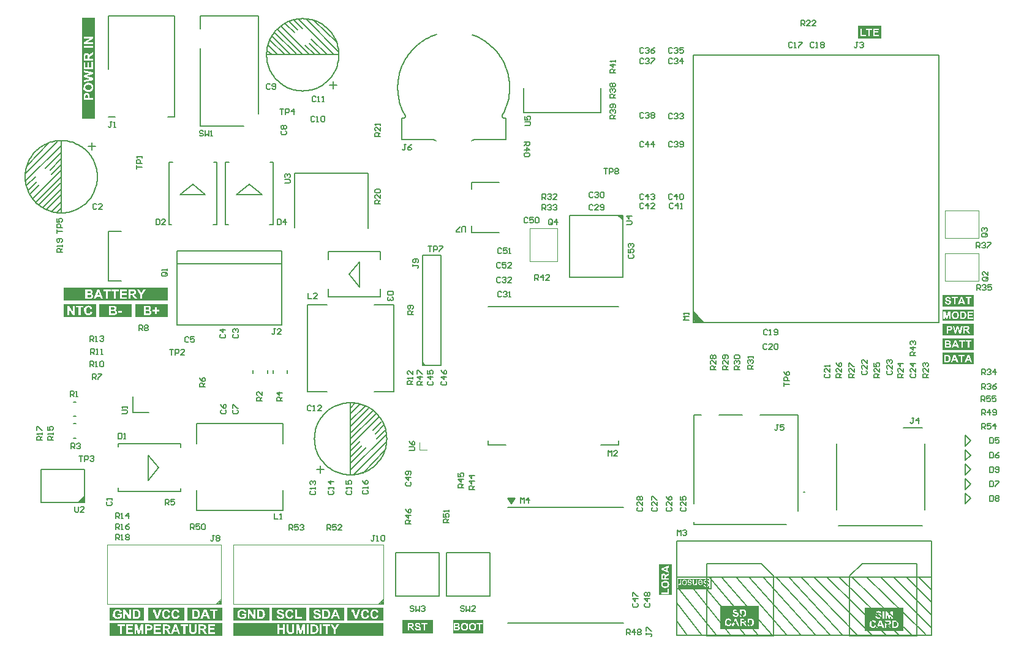
<source format=gto>
G04*
G04 #@! TF.GenerationSoftware,Altium Limited,Altium Designer,24.5.2 (23)*
G04*
G04 Layer_Color=65535*
%FSLAX25Y25*%
%MOIN*%
G70*
G04*
G04 #@! TF.SameCoordinates,326569EC-AB97-4657-8C9B-8E87E8CDC543*
G04*
G04*
G04 #@! TF.FilePolarity,Positive*
G04*
G01*
G75*
%ADD10C,0.00500*%
%ADD11C,0.00787*%
%ADD12C,0.00197*%
%ADD13C,0.00394*%
%ADD14C,0.00799*%
G36*
X139764Y11220D02*
X120079D01*
Y18307D01*
X139764D01*
Y11220D01*
D02*
G37*
G36*
X201772D02*
X182087D01*
Y18307D01*
X201772D01*
Y11220D01*
D02*
G37*
G36*
X256299Y11417D02*
Y4331D01*
X239764D01*
Y11417D01*
X256299D01*
D02*
G37*
G36*
X523376Y166535D02*
X506152D01*
Y172835D01*
X523376D01*
Y166535D01*
D02*
G37*
G36*
X64961Y176575D02*
X47244D01*
Y183661D01*
X64961D01*
Y176575D01*
D02*
G37*
G36*
X84449Y185433D02*
X27756D01*
Y192520D01*
X84449D01*
Y185433D01*
D02*
G37*
G36*
X406215Y13196D02*
X385124D01*
X406215D01*
Y6418D01*
X385124D01*
Y13196D01*
Y19172D01*
X406215D01*
Y13196D01*
D02*
G37*
G36*
X523376Y150787D02*
X506152D01*
Y157087D01*
X523376D01*
Y150787D01*
D02*
G37*
G36*
X358858Y25197D02*
X351772D01*
Y41732D01*
X358858D01*
Y25197D01*
D02*
G37*
G36*
X228740Y4331D02*
X212205D01*
Y11417D01*
X228740D01*
Y4331D01*
D02*
G37*
G36*
X45472Y176575D02*
X27756D01*
Y183661D01*
X45472D01*
Y176575D01*
D02*
G37*
G36*
X84449D02*
X66732D01*
Y183661D01*
X84449D01*
Y176575D01*
D02*
G37*
G36*
X379274Y29017D02*
X362362D01*
Y33975D01*
X379274D01*
Y29017D01*
D02*
G37*
G36*
X523376Y174409D02*
X506152D01*
Y180709D01*
X523376D01*
Y174409D01*
D02*
G37*
G36*
X484955Y12212D02*
Y5434D01*
X463864D01*
Y12212D01*
Y18188D01*
X484955D01*
Y12212D01*
D02*
G37*
G36*
X93504Y11220D02*
X73819D01*
Y18307D01*
X93504D01*
Y11220D01*
D02*
G37*
G36*
X160039D02*
X141142D01*
Y18307D01*
X160039D01*
Y11220D01*
D02*
G37*
G36*
X114173D02*
X95276D01*
Y18307D01*
X114173D01*
Y11220D01*
D02*
G37*
G36*
X180472D02*
X161575D01*
Y18307D01*
X180472D01*
Y11220D01*
D02*
G37*
G36*
X523376Y158661D02*
X506152D01*
Y164961D01*
X523376D01*
Y158661D01*
D02*
G37*
G36*
Y182283D02*
X506152D01*
Y188583D01*
X523376D01*
Y182283D01*
D02*
G37*
G36*
X114370Y2953D02*
X52953D01*
Y10039D01*
X114370D01*
Y2953D01*
D02*
G37*
G36*
X201969D02*
X120079D01*
Y10039D01*
X201969D01*
Y2953D01*
D02*
G37*
G36*
X71653Y11220D02*
X52756D01*
Y18307D01*
X71653D01*
Y11220D01*
D02*
G37*
G36*
X44882Y284449D02*
X37795D01*
Y339567D01*
X44882D01*
Y284449D01*
D02*
G37*
G36*
X472933Y328150D02*
X460138D01*
Y335236D01*
X472933D01*
Y328150D01*
D02*
G37*
%LPC*%
G36*
X127151Y17381D02*
Y14946D01*
X124957D01*
Y14093D01*
X126123D01*
Y13444D01*
X126036Y13379D01*
X125941Y13320D01*
X125846Y13269D01*
X125759Y13226D01*
X125686Y13189D01*
X125620Y13160D01*
X125584Y13145D01*
X125576Y13138D01*
X125569D01*
X125452Y13094D01*
X125336Y13065D01*
X125226Y13043D01*
X125132Y13029D01*
X125044Y13022D01*
X124986Y13014D01*
X124928D01*
X124811Y13022D01*
X124694Y13036D01*
X124592Y13058D01*
X124490Y13087D01*
X124308Y13160D01*
X124235Y13196D01*
X124162Y13240D01*
X124097Y13284D01*
X124038Y13320D01*
X123995Y13364D01*
X123951Y13393D01*
X123922Y13422D01*
X123900Y13444D01*
X123885Y13459D01*
X123878Y13466D01*
X123812Y13554D01*
X123747Y13656D01*
X123696Y13758D01*
X123652Y13867D01*
X123579Y14093D01*
X123535Y14312D01*
X123521Y14414D01*
X123506Y14516D01*
X123499Y14596D01*
X123492Y14676D01*
X123484Y14735D01*
Y14786D01*
Y14815D01*
Y14822D01*
X123492Y14975D01*
X123499Y15114D01*
X123521Y15252D01*
X123542Y15376D01*
X123572Y15485D01*
X123608Y15587D01*
X123645Y15682D01*
X123681Y15770D01*
X123710Y15843D01*
X123747Y15908D01*
X123783Y15959D01*
X123812Y16003D01*
X123834Y16039D01*
X123856Y16061D01*
X123863Y16076D01*
X123871Y16083D01*
X123951Y16156D01*
X124031Y16229D01*
X124118Y16280D01*
X124206Y16331D01*
X124293Y16375D01*
X124381Y16411D01*
X124548Y16462D01*
X124629Y16477D01*
X124702Y16491D01*
X124767Y16499D01*
X124826Y16506D01*
X124869Y16513D01*
X124935D01*
X125095Y16506D01*
X125234Y16477D01*
X125358Y16448D01*
X125467Y16404D01*
X125547Y16368D01*
X125613Y16331D01*
X125649Y16302D01*
X125664Y16295D01*
X125766Y16207D01*
X125853Y16112D01*
X125926Y16018D01*
X125977Y15923D01*
X126021Y15835D01*
X126050Y15770D01*
X126065Y15726D01*
X126072Y15719D01*
Y15711D01*
X127085Y15901D01*
X127056Y16025D01*
X127013Y16149D01*
X126969Y16258D01*
X126910Y16360D01*
X126859Y16462D01*
X126801Y16550D01*
X126743Y16630D01*
X126684Y16703D01*
X126626Y16769D01*
X126575Y16827D01*
X126531Y16878D01*
X126488Y16914D01*
X126451Y16943D01*
X126422Y16973D01*
X126408Y16980D01*
X126400Y16987D01*
X126298Y17060D01*
X126189Y17119D01*
X126072Y17169D01*
X125948Y17213D01*
X125708Y17286D01*
X125474Y17330D01*
X125365Y17352D01*
X125263Y17359D01*
X125168Y17366D01*
X125088Y17374D01*
X125022Y17381D01*
X127151D01*
X122434D01*
Y12147D01*
Y14778D01*
X122449Y14509D01*
X122478Y14261D01*
X122529Y14035D01*
X122551Y13925D01*
X122580Y13831D01*
X122609Y13743D01*
X122631Y13663D01*
X122660Y13597D01*
X122682Y13539D01*
X122697Y13495D01*
X122711Y13459D01*
X122726Y13437D01*
Y13430D01*
X122850Y13211D01*
X122988Y13022D01*
X123134Y12854D01*
X123280Y12723D01*
X123346Y12664D01*
X123411Y12613D01*
X123462Y12570D01*
X123513Y12540D01*
X123550Y12511D01*
X123586Y12489D01*
X123601Y12482D01*
X123608Y12475D01*
X123725Y12416D01*
X123834Y12365D01*
X124075Y12285D01*
X124308Y12227D01*
X124519Y12190D01*
X124621Y12176D01*
X124709Y12161D01*
X124789Y12154D01*
X124862D01*
X124913Y12147D01*
X127151D01*
X124993D01*
X125226Y12154D01*
X125445Y12183D01*
X125657Y12220D01*
X125839Y12263D01*
X125919Y12285D01*
X125992Y12307D01*
X126058Y12329D01*
X126116Y12343D01*
X126160Y12358D01*
X126189Y12373D01*
X126211Y12380D01*
X126218D01*
X126437Y12467D01*
X126619Y12562D01*
X126779Y12657D01*
X126918Y12737D01*
X127020Y12810D01*
X127056Y12839D01*
X127093Y12868D01*
X127115Y12890D01*
X127137Y12905D01*
X127151Y12919D01*
Y17381D01*
D02*
G37*
G36*
X132108Y17286D02*
X129294D01*
X131168D01*
Y13889D01*
X129083Y17286D01*
X128099D01*
Y12241D01*
X129039D01*
Y15566D01*
X131088Y12241D01*
X130737D01*
X132108D01*
Y17286D01*
D02*
G37*
G36*
X137408D02*
X133187D01*
Y12241D01*
X135097D01*
X135294Y12249D01*
X135476Y12256D01*
X135629Y12271D01*
X135753Y12292D01*
X135855Y12314D01*
X135935Y12329D01*
X135957Y12336D01*
X135979D01*
X135986Y12343D01*
X135994D01*
X136154Y12402D01*
X136300Y12467D01*
X136417Y12533D01*
X136519Y12599D01*
X136599Y12657D01*
X136657Y12701D01*
X136694Y12730D01*
X136708Y12744D01*
X136832Y12883D01*
X136942Y13029D01*
X137036Y13182D01*
X137109Y13320D01*
X137168Y13452D01*
X137197Y13503D01*
X137211Y13546D01*
X137226Y13590D01*
X137240Y13619D01*
X137248Y13634D01*
Y13641D01*
X137299Y13816D01*
X137343Y13998D01*
X137372Y14173D01*
X137386Y14341D01*
X137393Y14421D01*
X137401Y14494D01*
Y14552D01*
X137408Y14611D01*
Y14713D01*
X137401Y14968D01*
X137379Y15194D01*
X137372Y15303D01*
X137357Y15398D01*
X137343Y15493D01*
X137328Y15573D01*
X137306Y15646D01*
X137292Y15711D01*
X137277Y15770D01*
X137270Y15813D01*
X137255Y15850D01*
X137248Y15879D01*
X137240Y15894D01*
Y15901D01*
X137175Y16076D01*
X137095Y16236D01*
X137014Y16375D01*
X136934Y16491D01*
X136869Y16586D01*
X136810Y16659D01*
X136774Y16703D01*
X136767Y16717D01*
X136759D01*
X136635Y16834D01*
X136511Y16929D01*
X136380Y17009D01*
X136264Y17075D01*
X136161Y17126D01*
X136074Y17162D01*
X136045Y17169D01*
X136023Y17177D01*
X136008Y17184D01*
X136001D01*
X135863Y17221D01*
X135710Y17242D01*
X135549Y17264D01*
X135396Y17271D01*
X135257Y17279D01*
X135199Y17286D01*
X137408D01*
D01*
D02*
G37*
%LPD*%
G36*
X124672Y17374D02*
X124439Y17344D01*
X124337Y17323D01*
X124235Y17301D01*
X124140Y17279D01*
X124060Y17257D01*
X123987Y17228D01*
X123914Y17206D01*
X123863Y17184D01*
X123812Y17169D01*
X123776Y17148D01*
X123747Y17140D01*
X123732Y17126D01*
X123725D01*
X123499Y16995D01*
X123404Y16914D01*
X123309Y16841D01*
X123222Y16761D01*
X123142Y16681D01*
X123069Y16601D01*
X123003Y16528D01*
X122952Y16455D01*
X122901Y16389D01*
X122857Y16331D01*
X122821Y16280D01*
X122799Y16236D01*
X122777Y16207D01*
X122770Y16185D01*
X122763Y16178D01*
X122704Y16061D01*
X122653Y15945D01*
X122573Y15704D01*
X122515Y15464D01*
X122478Y15252D01*
X122464Y15150D01*
X122449Y15063D01*
X122442Y14983D01*
Y14910D01*
X122434Y14859D01*
Y17381D01*
X124935D01*
X124672Y17374D01*
D02*
G37*
G36*
X134966Y16426D02*
X135053D01*
X135126Y16419D01*
X135192D01*
X135257Y16411D01*
X135309D01*
X135389Y16397D01*
X135447Y16389D01*
X135484Y16382D01*
X135491D01*
X135593Y16353D01*
X135680Y16317D01*
X135760Y16280D01*
X135833Y16236D01*
X135884Y16200D01*
X135928Y16171D01*
X135950Y16149D01*
X135957Y16142D01*
X136023Y16069D01*
X136081Y15989D01*
X136132Y15908D01*
X136176Y15835D01*
X136205Y15763D01*
X136227Y15704D01*
X136242Y15668D01*
X136249Y15661D01*
Y15653D01*
X136285Y15522D01*
X136315Y15383D01*
X136329Y15230D01*
X136344Y15085D01*
X136351Y14961D01*
X136358Y14902D01*
Y14851D01*
Y14815D01*
Y14786D01*
Y14764D01*
Y14757D01*
X136351Y14552D01*
X136344Y14363D01*
X136322Y14210D01*
X136307Y14078D01*
X136285Y13969D01*
X136278Y13925D01*
X136264Y13896D01*
X136256Y13867D01*
Y13845D01*
X136249Y13838D01*
Y13831D01*
X136205Y13714D01*
X136169Y13612D01*
X136118Y13532D01*
X136081Y13466D01*
X136045Y13415D01*
X136016Y13379D01*
X135994Y13357D01*
X135986Y13350D01*
X135921Y13298D01*
X135855Y13255D01*
X135790Y13218D01*
X135724Y13189D01*
X135666Y13167D01*
X135622Y13153D01*
X135593Y13138D01*
X135578D01*
X135498Y13124D01*
X135403Y13116D01*
X135301Y13102D01*
X135199D01*
X135104Y13094D01*
X134208D01*
Y16433D01*
X134871D01*
X134966Y16426D01*
D02*
G37*
%LPC*%
G36*
X197240Y17377D02*
X197152D01*
X196963Y17370D01*
X196773Y17348D01*
X196606Y17312D01*
X196438Y17268D01*
X196292Y17217D01*
X196146Y17158D01*
X196022Y17093D01*
X195906Y17027D01*
X195797Y16962D01*
X195709Y16896D01*
X195629Y16838D01*
X195563Y16787D01*
X195512Y16743D01*
X195476Y16707D01*
X195454Y16685D01*
X195447Y16677D01*
X195330Y16539D01*
X195235Y16393D01*
X195148Y16240D01*
X195075Y16080D01*
X195009Y15912D01*
X194958Y15752D01*
X194914Y15591D01*
X194878Y15438D01*
X194849Y15285D01*
X194834Y15154D01*
X194820Y15030D01*
X194805Y14928D01*
Y14840D01*
X194798Y14775D01*
Y14716D01*
X194805Y14498D01*
X194827Y14294D01*
X194856Y14097D01*
X194900Y13922D01*
X194944Y13754D01*
X195002Y13594D01*
X195060Y13455D01*
X195118Y13331D01*
X195177Y13215D01*
X195235Y13113D01*
X195293Y13032D01*
X195337Y12959D01*
X195381Y12909D01*
X195410Y12865D01*
X195432Y12843D01*
X195439Y12836D01*
X195563Y12712D01*
X195694Y12610D01*
X195833Y12515D01*
X195971Y12442D01*
X196110Y12376D01*
X196248Y12318D01*
X196380Y12274D01*
X196504Y12238D01*
X196627Y12209D01*
X196737Y12187D01*
X196839Y12172D01*
X196919Y12165D01*
X196992Y12158D01*
X197043Y12150D01*
X194798D01*
D01*
X199186D01*
X197087D01*
X197240Y12158D01*
X197378Y12165D01*
X197517Y12187D01*
X197641Y12216D01*
X197757Y12245D01*
X197867Y12274D01*
X197969Y12311D01*
X198064Y12354D01*
X198144Y12391D01*
X198217Y12427D01*
X198282Y12456D01*
X198333Y12486D01*
X198377Y12515D01*
X198406Y12537D01*
X198421Y12544D01*
X198428Y12551D01*
X198523Y12631D01*
X198610Y12719D01*
X198771Y12916D01*
X198902Y13120D01*
X199004Y13317D01*
X199048Y13411D01*
X199084Y13499D01*
X199113Y13579D01*
X199143Y13645D01*
X199164Y13703D01*
X199179Y13747D01*
X199186Y13776D01*
Y13783D01*
X198195Y14089D01*
X198137Y13893D01*
X198071Y13725D01*
X198005Y13586D01*
X197932Y13470D01*
X197874Y13382D01*
X197823Y13324D01*
X197787Y13288D01*
X197772Y13273D01*
X197655Y13185D01*
X197539Y13127D01*
X197422Y13083D01*
X197320Y13047D01*
X197225Y13032D01*
X197145Y13025D01*
X197116Y13018D01*
X197080D01*
X196977Y13025D01*
X196883Y13032D01*
X196708Y13083D01*
X196555Y13142D01*
X196431Y13222D01*
X196329Y13295D01*
X196256Y13353D01*
X196227Y13382D01*
X196205Y13404D01*
X196197Y13411D01*
X196190Y13419D01*
X196132Y13499D01*
X196081Y13594D01*
X196030Y13696D01*
X195993Y13805D01*
X195935Y14031D01*
X195891Y14257D01*
X195877Y14367D01*
X195869Y14461D01*
X195855Y14556D01*
Y14636D01*
X195847Y14694D01*
Y14746D01*
Y14782D01*
Y14789D01*
X195855Y14957D01*
X195862Y15110D01*
X195877Y15249D01*
X195898Y15380D01*
X195928Y15496D01*
X195957Y15606D01*
X195986Y15701D01*
X196022Y15788D01*
X196052Y15861D01*
X196081Y15926D01*
X196110Y15978D01*
X196139Y16021D01*
X196161Y16058D01*
X196176Y16080D01*
X196190Y16094D01*
Y16102D01*
X196256Y16174D01*
X196329Y16240D01*
X196402Y16291D01*
X196482Y16335D01*
X196635Y16408D01*
X196781Y16459D01*
X196905Y16488D01*
X196963Y16495D01*
X197007Y16502D01*
X197050Y16510D01*
X197101D01*
X197247Y16502D01*
X197378Y16473D01*
X197495Y16437D01*
X197597Y16393D01*
X197677Y16349D01*
X197736Y16313D01*
X197772Y16284D01*
X197787Y16276D01*
X197881Y16189D01*
X197969Y16087D01*
X198035Y15985D01*
X198085Y15883D01*
X198122Y15795D01*
X198144Y15730D01*
X198158Y15701D01*
Y15679D01*
X198166Y15671D01*
Y15664D01*
X199172Y15905D01*
X199099Y16116D01*
X199019Y16298D01*
X198931Y16459D01*
X198851Y16590D01*
X198771Y16692D01*
X198742Y16736D01*
X198713Y16772D01*
X198691Y16794D01*
X198669Y16816D01*
X198661Y16830D01*
X198654D01*
X198545Y16925D01*
X198421Y17013D01*
X198304Y17086D01*
X198180Y17144D01*
X198049Y17202D01*
X197925Y17246D01*
X197801Y17282D01*
X197685Y17312D01*
X197575Y17334D01*
X197473Y17348D01*
X197386Y17363D01*
X197306Y17370D01*
X197240Y17377D01*
D02*
G37*
G36*
X192151D02*
X192064D01*
X191875Y17370D01*
X191685Y17348D01*
X191517Y17312D01*
X191350Y17268D01*
X191204Y17217D01*
X191058Y17158D01*
X190934Y17093D01*
X190817Y17027D01*
X190708Y16962D01*
X190621Y16896D01*
X190540Y16838D01*
X190475Y16787D01*
X190424Y16743D01*
X190387Y16707D01*
X190365Y16685D01*
X190358Y16677D01*
X190242Y16539D01*
X190147Y16393D01*
X190059Y16240D01*
X189986Y16080D01*
X189921Y15912D01*
X189870Y15752D01*
X189826Y15591D01*
X189789Y15438D01*
X189760Y15285D01*
X189746Y15154D01*
X189731Y15030D01*
X189717Y14928D01*
Y14840D01*
X189709Y14775D01*
Y14716D01*
X189717Y14498D01*
X189739Y14294D01*
X189768Y14097D01*
X189811Y13922D01*
X189855Y13754D01*
X189913Y13594D01*
X189972Y13455D01*
X190030Y13331D01*
X190088Y13215D01*
X190147Y13113D01*
X190205Y13032D01*
X190249Y12959D01*
X190293Y12909D01*
X190322Y12865D01*
X190344Y12843D01*
X190351Y12836D01*
X190475Y12712D01*
X190606Y12610D01*
X190744Y12515D01*
X190883Y12442D01*
X191022Y12376D01*
X191160Y12318D01*
X191291Y12274D01*
X191415Y12238D01*
X191539Y12209D01*
X191648Y12187D01*
X191751Y12172D01*
X191831Y12165D01*
X191904Y12158D01*
X191955Y12150D01*
X194098D01*
X191998D01*
X192151Y12158D01*
X192290Y12165D01*
X192429Y12187D01*
X192552Y12216D01*
X192669Y12245D01*
X192778Y12274D01*
X192880Y12311D01*
X192975Y12354D01*
X193055Y12391D01*
X193128Y12427D01*
X193194Y12456D01*
X193245Y12486D01*
X193289Y12515D01*
X193318Y12537D01*
X193333Y12544D01*
X193340Y12551D01*
X193435Y12631D01*
X193522Y12719D01*
X193682Y12916D01*
X193814Y13120D01*
X193916Y13317D01*
X193959Y13411D01*
X193996Y13499D01*
X194025Y13579D01*
X194054Y13645D01*
X194076Y13703D01*
X194091Y13747D01*
X194098Y13776D01*
Y13783D01*
D01*
X193106Y14089D01*
X193048Y13893D01*
X192982Y13725D01*
X192917Y13586D01*
X192844Y13470D01*
X192786Y13382D01*
X192735Y13324D01*
X192698Y13288D01*
X192684Y13273D01*
X192567Y13185D01*
X192450Y13127D01*
X192334Y13083D01*
X192232Y13047D01*
X192137Y13032D01*
X192057Y13025D01*
X192027Y13018D01*
X191991D01*
X191889Y13025D01*
X191794Y13032D01*
X191619Y13083D01*
X191466Y13142D01*
X191342Y13222D01*
X191240Y13295D01*
X191167Y13353D01*
X191138Y13382D01*
X191116Y13404D01*
X191109Y13411D01*
X191102Y13419D01*
X191043Y13499D01*
X190992Y13594D01*
X190941Y13696D01*
X190905Y13805D01*
X190847Y14031D01*
X190803Y14257D01*
X190788Y14367D01*
X190781Y14461D01*
X190766Y14556D01*
Y14636D01*
X190759Y14694D01*
Y14746D01*
Y14782D01*
Y14789D01*
X190766Y14957D01*
X190774Y15110D01*
X190788Y15249D01*
X190810Y15380D01*
X190839Y15496D01*
X190868Y15606D01*
X190898Y15701D01*
X190934Y15788D01*
X190963Y15861D01*
X190992Y15926D01*
X191022Y15978D01*
X191051Y16021D01*
X191073Y16058D01*
X191087Y16080D01*
X191102Y16094D01*
Y16102D01*
X191167Y16174D01*
X191240Y16240D01*
X191313Y16291D01*
X191393Y16335D01*
X191546Y16408D01*
X191692Y16459D01*
X191816Y16488D01*
X191875Y16495D01*
X191918Y16502D01*
X191962Y16510D01*
X192013D01*
X192159Y16502D01*
X192290Y16473D01*
X192407Y16437D01*
X192509Y16393D01*
X192589Y16349D01*
X192647Y16313D01*
X192684Y16284D01*
X192698Y16276D01*
X192793Y16189D01*
X192880Y16087D01*
X192946Y15985D01*
X192997Y15883D01*
X193034Y15795D01*
X193055Y15730D01*
X193070Y15701D01*
Y15679D01*
X193077Y15671D01*
Y15664D01*
X194083Y15905D01*
X194010Y16116D01*
X193930Y16298D01*
X193843Y16459D01*
X193763Y16590D01*
X193682Y16692D01*
X193653Y16736D01*
X193624Y16772D01*
X193602Y16794D01*
X193580Y16816D01*
X193573Y16830D01*
X193566D01*
X193456Y16925D01*
X193333Y17013D01*
X193216Y17086D01*
X193092Y17144D01*
X192961Y17202D01*
X192837Y17246D01*
X192713Y17282D01*
X192596Y17312D01*
X192487Y17334D01*
X192385Y17348D01*
X192297Y17363D01*
X192217Y17370D01*
X192151Y17377D01*
D02*
G37*
G36*
X189374Y17282D02*
X188120D01*
X188288D01*
X187056Y13550D01*
X185773Y17282D01*
X184672D01*
Y12238D01*
D01*
Y17282D01*
X186480Y12238D01*
X184672D01*
X187581D01*
X189374Y17282D01*
D02*
G37*
G36*
X252351Y9967D02*
D01*
Y7868D01*
X252346Y8049D01*
X252328Y8218D01*
X252305Y8375D01*
X252270Y8527D01*
X252229Y8661D01*
X252183Y8789D01*
X252136Y8906D01*
X252083Y9005D01*
X252031Y9098D01*
X251984Y9180D01*
X251938Y9250D01*
X251897Y9308D01*
X251868Y9349D01*
X251838Y9384D01*
X251821Y9402D01*
X251815Y9407D01*
X251710Y9506D01*
X251600Y9594D01*
X251483Y9670D01*
X251366Y9734D01*
X251244Y9786D01*
X251127Y9833D01*
X251011Y9868D01*
X250900Y9897D01*
X250795Y9920D01*
X250696Y9938D01*
X250608Y9950D01*
X250533Y9961D01*
X250474D01*
X250428Y9967D01*
X252351D01*
X250387D01*
X250212Y9961D01*
X250043Y9944D01*
X249897Y9915D01*
X249769Y9885D01*
X249716Y9868D01*
X249664Y9856D01*
X249623Y9844D01*
X249588Y9827D01*
X249559Y9821D01*
X249536Y9810D01*
X249524Y9804D01*
X249518D01*
X249413Y9757D01*
X249314Y9699D01*
X249227Y9635D01*
X249151Y9576D01*
X249087Y9524D01*
X249034Y9477D01*
X249005Y9448D01*
X248999Y9442D01*
X248993Y9437D01*
X248912Y9343D01*
X248836Y9244D01*
X248772Y9157D01*
X248719Y9069D01*
X248679Y8993D01*
X248644Y8935D01*
X248638Y8912D01*
X248626Y8894D01*
X248620Y8888D01*
Y8883D01*
X248562Y8719D01*
X248515Y8545D01*
X248486Y8370D01*
X248463Y8206D01*
X248457Y8130D01*
X248451Y8061D01*
X248445Y8002D01*
Y7950D01*
X248440Y7903D01*
Y7845D01*
X248445Y7670D01*
X248463Y7501D01*
X248486Y7344D01*
X248521Y7198D01*
X248562Y7064D01*
X248609Y6941D01*
X248655Y6825D01*
X248708Y6725D01*
X248754Y6632D01*
X248801Y6556D01*
X248848Y6487D01*
X248888Y6428D01*
X248923Y6387D01*
X248947Y6352D01*
X248964Y6335D01*
X248970Y6329D01*
X249075Y6230D01*
X249186Y6148D01*
X249297Y6072D01*
X249419Y6014D01*
X249536Y5962D01*
X249658Y5915D01*
X249769Y5880D01*
X249885Y5851D01*
X249990Y5828D01*
X250090Y5810D01*
X250177Y5799D01*
X250253Y5793D01*
X250311Y5787D01*
X250358Y5781D01*
X248440D01*
X252351D01*
Y9967D01*
D02*
G37*
G36*
X247967D02*
D01*
Y7868D01*
X247961Y8049D01*
X247944Y8218D01*
X247921Y8375D01*
X247886Y8527D01*
X247845Y8661D01*
X247798Y8789D01*
X247752Y8906D01*
X247699Y9005D01*
X247647Y9098D01*
X247600Y9180D01*
X247553Y9250D01*
X247513Y9308D01*
X247483Y9349D01*
X247454Y9384D01*
X247437Y9402D01*
X247431Y9407D01*
X247326Y9506D01*
X247215Y9594D01*
X247099Y9670D01*
X246982Y9734D01*
X246860Y9786D01*
X246743Y9833D01*
X246626Y9868D01*
X246516Y9897D01*
X246411Y9920D01*
X246312Y9938D01*
X246224Y9950D01*
X246148Y9961D01*
X246090D01*
X246043Y9967D01*
X247967D01*
X246003D01*
X245828Y9961D01*
X245659Y9944D01*
X245513Y9915D01*
X245385Y9885D01*
X245332Y9868D01*
X245280Y9856D01*
X245239Y9844D01*
X245204Y9827D01*
X245175Y9821D01*
X245151Y9810D01*
X245140Y9804D01*
X245134D01*
X245029Y9757D01*
X244930Y9699D01*
X244843Y9635D01*
X244767Y9576D01*
X244703Y9524D01*
X244650Y9477D01*
X244621Y9448D01*
X244615Y9442D01*
X244609Y9437D01*
X244528Y9343D01*
X244452Y9244D01*
X244388Y9157D01*
X244335Y9069D01*
X244295Y8993D01*
X244260Y8935D01*
X244254Y8912D01*
X244242Y8894D01*
X244236Y8888D01*
Y8883D01*
X244178Y8719D01*
X244131Y8545D01*
X244102Y8370D01*
X244079Y8206D01*
X244073Y8130D01*
X244067Y8061D01*
X244061Y8002D01*
Y7950D01*
X244055Y7903D01*
Y7845D01*
X244061Y7670D01*
X244079Y7501D01*
X244102Y7344D01*
X244137Y7198D01*
X244178Y7064D01*
X244225Y6941D01*
X244271Y6825D01*
X244324Y6725D01*
X244370Y6632D01*
X244417Y6556D01*
X244463Y6487D01*
X244504Y6428D01*
X244539Y6387D01*
X244563Y6352D01*
X244580Y6335D01*
X244586Y6329D01*
X244691Y6230D01*
X244802Y6148D01*
X244912Y6072D01*
X245035Y6014D01*
X245151Y5962D01*
X245274Y5915D01*
X245385Y5880D01*
X245501Y5851D01*
X245606Y5828D01*
X245705Y5810D01*
X245793Y5799D01*
X245869Y5793D01*
X245927Y5787D01*
X245973Y5781D01*
X244055D01*
X247967D01*
Y9967D01*
D02*
G37*
G36*
X255908Y9891D02*
X252707D01*
Y9209D01*
X253902D01*
Y5857D01*
X255908D01*
Y9891D01*
D02*
G37*
G36*
X241928D02*
X240155D01*
Y5857D01*
X241904D01*
X242003Y5863D01*
X242178D01*
X242248Y5869D01*
X242359D01*
X242400Y5874D01*
X242458D01*
X242481Y5880D01*
X242505D01*
X242621Y5898D01*
X242726Y5927D01*
X242819Y5956D01*
X242901Y5991D01*
X242965Y6020D01*
X243012Y6049D01*
X243041Y6067D01*
X243053Y6072D01*
X243134Y6137D01*
X243198Y6207D01*
X243263Y6271D01*
X243309Y6341D01*
X243350Y6399D01*
X243379Y6446D01*
X243397Y6475D01*
X243403Y6487D01*
X243443Y6586D01*
X243478Y6679D01*
X243502Y6772D01*
X243513Y6854D01*
X243525Y6924D01*
X243531Y6976D01*
Y7023D01*
X243525Y7151D01*
X243502Y7268D01*
X243467Y7367D01*
X243432Y7460D01*
X243397Y7530D01*
X243362Y7582D01*
X243338Y7617D01*
X243333Y7629D01*
X243251Y7722D01*
X243163Y7798D01*
X243064Y7862D01*
X242977Y7909D01*
X242895Y7950D01*
X242825Y7979D01*
X242802Y7985D01*
X242785Y7991D01*
X242773Y7996D01*
X242767D01*
X242860Y8049D01*
X242942Y8101D01*
X243012Y8166D01*
X243070Y8218D01*
X243111Y8270D01*
X243146Y8311D01*
X243169Y8340D01*
X243175Y8352D01*
X243228Y8445D01*
X243268Y8533D01*
X243292Y8620D01*
X243315Y8702D01*
X243327Y8772D01*
X243333Y8824D01*
Y8859D01*
Y8865D01*
Y8871D01*
X243327Y8964D01*
X243315Y9058D01*
X243292Y9133D01*
X243268Y9203D01*
X243245Y9262D01*
X243222Y9308D01*
X243210Y9331D01*
X243204Y9343D01*
X243158Y9419D01*
X243105Y9483D01*
X243053Y9541D01*
X243006Y9594D01*
X242959Y9629D01*
X242924Y9658D01*
X242901Y9675D01*
X242895Y9681D01*
X242825Y9728D01*
X242750Y9763D01*
X242680Y9792D01*
X242615Y9815D01*
X242557Y9833D01*
X242516Y9844D01*
X242487Y9850D01*
X242476D01*
X242376Y9862D01*
X242266Y9874D01*
X242149Y9879D01*
X242032Y9885D01*
X241928Y9891D01*
D02*
G37*
%LPD*%
G36*
X250492Y9267D02*
X250579Y9256D01*
X250661Y9244D01*
X250737Y9221D01*
X250871Y9162D01*
X250935Y9133D01*
X250987Y9104D01*
X251040Y9069D01*
X251081Y9040D01*
X251116Y9011D01*
X251151Y8982D01*
X251174Y8958D01*
X251191Y8947D01*
X251197Y8935D01*
X251203Y8929D01*
X251255Y8859D01*
X251308Y8783D01*
X251349Y8708D01*
X251384Y8620D01*
X251436Y8445D01*
X251471Y8276D01*
X251489Y8201D01*
X251495Y8125D01*
X251500Y8061D01*
X251506Y8002D01*
X251512Y7950D01*
Y7915D01*
Y7891D01*
Y7886D01*
X251506Y7757D01*
X251500Y7635D01*
X251483Y7524D01*
X251465Y7425D01*
X251442Y7326D01*
X251413Y7238D01*
X251384Y7163D01*
X251355Y7093D01*
X251325Y7029D01*
X251296Y6976D01*
X251273Y6930D01*
X251244Y6889D01*
X251226Y6860D01*
X251209Y6842D01*
X251203Y6830D01*
X251197Y6825D01*
X251139Y6761D01*
X251075Y6708D01*
X251005Y6661D01*
X250941Y6621D01*
X250871Y6591D01*
X250807Y6562D01*
X250678Y6521D01*
X250568Y6492D01*
X250521Y6487D01*
X250480Y6481D01*
X250445Y6475D01*
X250398D01*
X250311Y6481D01*
X250224Y6492D01*
X250142Y6510D01*
X250066Y6533D01*
X249926Y6586D01*
X249816Y6656D01*
X249763Y6685D01*
X249722Y6720D01*
X249681Y6749D01*
X249652Y6778D01*
X249629Y6796D01*
X249611Y6813D01*
X249600Y6825D01*
X249594Y6830D01*
X249541Y6900D01*
X249489Y6976D01*
X249448Y7058D01*
X249413Y7145D01*
X249355Y7314D01*
X249320Y7483D01*
X249308Y7565D01*
X249297Y7635D01*
X249291Y7705D01*
X249285Y7763D01*
X249279Y7810D01*
Y7845D01*
Y7868D01*
Y7874D01*
X249285Y8002D01*
X249291Y8119D01*
X249308Y8230D01*
X249326Y8335D01*
X249349Y8428D01*
X249372Y8515D01*
X249401Y8591D01*
X249431Y8661D01*
X249460Y8725D01*
X249489Y8778D01*
X249512Y8818D01*
X249536Y8859D01*
X249553Y8888D01*
X249571Y8906D01*
X249576Y8918D01*
X249582Y8923D01*
X249641Y8987D01*
X249705Y9040D01*
X249775Y9087D01*
X249839Y9127D01*
X249909Y9162D01*
X249979Y9186D01*
X250107Y9232D01*
X250224Y9256D01*
X250270Y9262D01*
X250317Y9267D01*
X250352Y9273D01*
X250398D01*
X250492Y9267D01*
D02*
G37*
G36*
X252351Y5781D02*
X250398D01*
X250562Y5787D01*
X250713Y5804D01*
X250859Y5833D01*
X250993Y5869D01*
X251121Y5909D01*
X251238Y5956D01*
X251343Y6003D01*
X251442Y6055D01*
X251524Y6107D01*
X251600Y6154D01*
X251664Y6201D01*
X251716Y6242D01*
X251763Y6277D01*
X251792Y6306D01*
X251809Y6323D01*
X251815Y6329D01*
X251908Y6440D01*
X251990Y6556D01*
X252066Y6679D01*
X252124Y6801D01*
X252177Y6930D01*
X252223Y7058D01*
X252258Y7186D01*
X252287Y7309D01*
X252305Y7419D01*
X252322Y7530D01*
X252334Y7623D01*
X252346Y7705D01*
Y7775D01*
X252351Y7827D01*
Y5781D01*
D02*
G37*
G36*
X246108Y9267D02*
X246195Y9256D01*
X246277Y9244D01*
X246353Y9221D01*
X246486Y9162D01*
X246551Y9133D01*
X246603Y9104D01*
X246656Y9069D01*
X246696Y9040D01*
X246731Y9011D01*
X246766Y8982D01*
X246790Y8958D01*
X246807Y8947D01*
X246813Y8935D01*
X246819Y8929D01*
X246871Y8859D01*
X246924Y8783D01*
X246965Y8708D01*
X247000Y8620D01*
X247052Y8445D01*
X247087Y8276D01*
X247105Y8201D01*
X247110Y8125D01*
X247116Y8061D01*
X247122Y8002D01*
X247128Y7950D01*
Y7915D01*
Y7891D01*
Y7886D01*
X247122Y7757D01*
X247116Y7635D01*
X247099Y7524D01*
X247081Y7425D01*
X247058Y7326D01*
X247029Y7238D01*
X247000Y7163D01*
X246970Y7093D01*
X246941Y7029D01*
X246912Y6976D01*
X246889Y6930D01*
X246860Y6889D01*
X246842Y6860D01*
X246825Y6842D01*
X246819Y6830D01*
X246813Y6825D01*
X246755Y6761D01*
X246691Y6708D01*
X246621Y6661D01*
X246556Y6621D01*
X246486Y6591D01*
X246422Y6562D01*
X246294Y6521D01*
X246183Y6492D01*
X246137Y6487D01*
X246096Y6481D01*
X246061Y6475D01*
X246014D01*
X245927Y6481D01*
X245839Y6492D01*
X245758Y6510D01*
X245682Y6533D01*
X245542Y6586D01*
X245431Y6656D01*
X245379Y6685D01*
X245338Y6720D01*
X245297Y6749D01*
X245268Y6778D01*
X245245Y6796D01*
X245227Y6813D01*
X245216Y6825D01*
X245210Y6830D01*
X245157Y6900D01*
X245105Y6976D01*
X245064Y7058D01*
X245029Y7145D01*
X244971Y7314D01*
X244936Y7483D01*
X244924Y7565D01*
X244912Y7635D01*
X244907Y7705D01*
X244901Y7763D01*
X244895Y7810D01*
Y7845D01*
Y7868D01*
Y7874D01*
X244901Y8002D01*
X244907Y8119D01*
X244924Y8230D01*
X244942Y8335D01*
X244965Y8428D01*
X244988Y8515D01*
X245017Y8591D01*
X245046Y8661D01*
X245076Y8725D01*
X245105Y8778D01*
X245128Y8818D01*
X245151Y8859D01*
X245169Y8888D01*
X245186Y8906D01*
X245192Y8918D01*
X245198Y8923D01*
X245256Y8987D01*
X245321Y9040D01*
X245391Y9087D01*
X245455Y9127D01*
X245525Y9162D01*
X245595Y9186D01*
X245723Y9232D01*
X245839Y9256D01*
X245886Y9262D01*
X245933Y9267D01*
X245968Y9273D01*
X246014D01*
X246108Y9267D01*
D02*
G37*
G36*
X247967Y5781D02*
X246014D01*
X246178Y5787D01*
X246329Y5804D01*
X246475Y5833D01*
X246609Y5869D01*
X246737Y5909D01*
X246854Y5956D01*
X246959Y6003D01*
X247058Y6055D01*
X247140Y6107D01*
X247215Y6154D01*
X247279Y6201D01*
X247332Y6242D01*
X247378Y6277D01*
X247408Y6306D01*
X247425Y6323D01*
X247431Y6329D01*
X247524Y6440D01*
X247606Y6556D01*
X247682Y6679D01*
X247740Y6801D01*
X247793Y6930D01*
X247839Y7058D01*
X247874Y7186D01*
X247903Y7309D01*
X247921Y7419D01*
X247938Y7530D01*
X247950Y7623D01*
X247961Y7705D01*
Y7775D01*
X247967Y7827D01*
Y5781D01*
D02*
G37*
G36*
X255908Y5857D02*
X254718D01*
Y9209D01*
X255908D01*
Y5857D01*
D02*
G37*
G36*
X241846Y9215D02*
X241997D01*
X242032Y9209D01*
X242097D01*
X242120Y9203D01*
X242126D01*
X242196Y9192D01*
X242260Y9174D01*
X242312Y9151D01*
X242359Y9127D01*
X242388Y9104D01*
X242417Y9081D01*
X242429Y9069D01*
X242435Y9063D01*
X242470Y9017D01*
X242493Y8964D01*
X242516Y8918D01*
X242528Y8871D01*
X242534Y8824D01*
X242540Y8789D01*
Y8766D01*
Y8760D01*
X242534Y8690D01*
X242522Y8626D01*
X242499Y8574D01*
X242481Y8527D01*
X242458Y8486D01*
X242435Y8463D01*
X242423Y8445D01*
X242417Y8439D01*
X242371Y8399D01*
X242318Y8370D01*
X242266Y8346D01*
X242213Y8329D01*
X242161Y8311D01*
X242126Y8305D01*
X242102Y8300D01*
X242067D01*
X242032Y8294D01*
X241852D01*
X241753Y8288D01*
X240971D01*
Y9221D01*
X241782D01*
X241846Y9215D01*
D02*
G37*
G36*
X241898Y7612D02*
X241968Y7606D01*
X242038D01*
X242097Y7600D01*
X242149Y7594D01*
X242190Y7588D01*
X242231Y7582D01*
X242260Y7577D01*
X242306Y7571D01*
X242336Y7559D01*
X242341D01*
X242400Y7536D01*
X242452Y7507D01*
X242499Y7478D01*
X242534Y7443D01*
X242563Y7419D01*
X242581Y7396D01*
X242592Y7378D01*
X242598Y7373D01*
X242627Y7320D01*
X242650Y7268D01*
X242668Y7221D01*
X242680Y7169D01*
X242685Y7128D01*
X242691Y7093D01*
Y7069D01*
Y7064D01*
X242685Y6988D01*
X242674Y6918D01*
X242656Y6860D01*
X242633Y6813D01*
X242610Y6772D01*
X242592Y6743D01*
X242581Y6725D01*
X242575Y6720D01*
X242528Y6679D01*
X242481Y6644D01*
X242429Y6615D01*
X242382Y6591D01*
X242341Y6580D01*
X242306Y6568D01*
X242283Y6562D01*
X242277D01*
X242254Y6556D01*
X242219D01*
X242143Y6551D01*
X242050Y6545D01*
X241957D01*
X241869Y6539D01*
X240971D01*
Y7617D01*
X241817D01*
X241898Y7612D01*
D02*
G37*
%LPC*%
G36*
X517067Y171702D02*
X513948D01*
X513213Y168927D01*
X512607Y171702D01*
X511773D01*
X512729Y167668D01*
X511773D01*
X517067D01*
X516093D01*
X517067Y171702D01*
D02*
G37*
G36*
X519311D02*
X517492D01*
Y167668D01*
X521118D01*
D01*
X520623Y168455D01*
X520571Y168536D01*
X520518Y168618D01*
X520471Y168688D01*
X520425Y168752D01*
X520384Y168810D01*
X520349Y168869D01*
X520279Y168956D01*
X520226Y169026D01*
X520192Y169073D01*
X520162Y169102D01*
X520157Y169108D01*
X520092Y169178D01*
X520017Y169242D01*
X519947Y169294D01*
X519877Y169347D01*
X519818Y169388D01*
X519772Y169417D01*
X519737Y169440D01*
X519731Y169446D01*
X519725D01*
X519824Y169464D01*
X519912Y169487D01*
X519993Y169510D01*
X520075Y169539D01*
X520145Y169568D01*
X520209Y169598D01*
X520273Y169627D01*
X520326Y169662D01*
X520372Y169691D01*
X520413Y169720D01*
X520448Y169749D01*
X520471Y169773D01*
X520495Y169790D01*
X520512Y169808D01*
X520518Y169813D01*
X520524Y169819D01*
X520571Y169877D01*
X520611Y169936D01*
X520681Y170064D01*
X520728Y170186D01*
X520757Y170309D01*
X520780Y170414D01*
X520786Y170455D01*
Y170495D01*
X520792Y170525D01*
Y170554D01*
Y170565D01*
Y170571D01*
X520786Y170700D01*
X520763Y170822D01*
X520734Y170927D01*
X520705Y171020D01*
X520670Y171096D01*
X520641Y171154D01*
X520629Y171172D01*
X520617Y171189D01*
X520611Y171195D01*
Y171201D01*
X520541Y171300D01*
X520466Y171382D01*
X520390Y171446D01*
X520314Y171504D01*
X520244Y171539D01*
X520192Y171568D01*
X520157Y171586D01*
X520151Y171591D01*
X520145D01*
X520087Y171609D01*
X520022Y171626D01*
X519877Y171656D01*
X519719Y171673D01*
X519568Y171691D01*
X519492D01*
X519428Y171696D01*
X519364D01*
X519311Y171702D01*
D02*
G37*
G36*
X509896D02*
X508409D01*
Y167668D01*
X511499D01*
D01*
X509225D01*
Y169190D01*
X509948D01*
X510036Y169195D01*
X510117D01*
X510193Y169201D01*
X510263Y169207D01*
X510327Y169213D01*
X510380Y169219D01*
X510432D01*
X510473Y169225D01*
X510514Y169230D01*
X510543Y169236D01*
X510566D01*
X510584Y169242D01*
X510595D01*
X510677Y169265D01*
X510753Y169294D01*
X510823Y169324D01*
X510887Y169359D01*
X510939Y169388D01*
X510980Y169411D01*
X511003Y169429D01*
X511015Y169434D01*
X511091Y169493D01*
X511155Y169557D01*
X511219Y169627D01*
X511266Y169685D01*
X511307Y169743D01*
X511336Y169790D01*
X511353Y169819D01*
X511359Y169831D01*
X511406Y169930D01*
X511441Y170035D01*
X511464Y170146D01*
X511482Y170245D01*
X511493Y170326D01*
Y170367D01*
X511499Y170396D01*
Y170525D01*
Y170460D01*
X511487Y170630D01*
X511464Y170787D01*
X511423Y170915D01*
X511382Y171032D01*
X511359Y171078D01*
X511336Y171119D01*
X511318Y171154D01*
X511295Y171189D01*
X511283Y171212D01*
X511272Y171230D01*
X511260Y171236D01*
Y171242D01*
X511167Y171347D01*
X511073Y171434D01*
X510974Y171504D01*
X510887Y171556D01*
X510805Y171591D01*
X510741Y171621D01*
X510718Y171626D01*
X510700Y171632D01*
X510689Y171638D01*
X510683D01*
X510636Y171650D01*
X510578Y171661D01*
X510508Y171667D01*
X510438Y171673D01*
X510275Y171685D01*
X510112Y171696D01*
X509960D01*
X509896Y171702D01*
D02*
G37*
%LPD*%
G36*
X515627Y168880D02*
X514927Y171702D01*
X516245D01*
X515627Y168880D01*
D02*
G37*
G36*
X515213Y167668D02*
X513615D01*
X514420Y170682D01*
X515213Y167668D01*
D02*
G37*
G36*
X519294Y171014D02*
X519422D01*
X519475Y171008D01*
X519509D01*
X519527Y171003D01*
X519533D01*
X519603Y170985D01*
X519667Y170962D01*
X519719Y170939D01*
X519760Y170909D01*
X519795Y170880D01*
X519824Y170863D01*
X519836Y170845D01*
X519842Y170839D01*
X519877Y170793D01*
X519906Y170734D01*
X519923Y170682D01*
X519941Y170630D01*
X519947Y170583D01*
X519952Y170548D01*
Y170525D01*
Y170513D01*
X519947Y170449D01*
X519941Y170390D01*
X519923Y170338D01*
X519912Y170291D01*
X519894Y170256D01*
X519877Y170233D01*
X519871Y170216D01*
X519865Y170210D01*
X519830Y170169D01*
X519795Y170134D01*
X519719Y170081D01*
X519690Y170064D01*
X519661Y170052D01*
X519643Y170041D01*
X519638D01*
X519609Y170035D01*
X519562Y170023D01*
X519515Y170017D01*
X519463Y170011D01*
X519340Y170006D01*
X519218Y170000D01*
X519101Y169994D01*
X518308D01*
Y171020D01*
X519241D01*
X519294Y171014D01*
D02*
G37*
G36*
X518652Y169347D02*
X518722Y169341D01*
X518781Y169329D01*
X518827Y169324D01*
X518856Y169312D01*
X518874Y169306D01*
X518880D01*
X518926Y169283D01*
X518973Y169259D01*
X519014Y169230D01*
X519055Y169207D01*
X519084Y169178D01*
X519107Y169155D01*
X519119Y169143D01*
X519125Y169137D01*
X519148Y169108D01*
X519177Y169079D01*
X519241Y168991D01*
X519311Y168898D01*
X519387Y168793D01*
X519451Y168700D01*
X519480Y168653D01*
X519504Y168618D01*
X519527Y168589D01*
X519544Y168566D01*
X519550Y168548D01*
X519556Y168542D01*
X520139Y167668D01*
X518308D01*
Y169353D01*
X518571D01*
X518652Y169347D01*
D02*
G37*
G36*
X509890Y171014D02*
X509942D01*
X509995Y171008D01*
X510071D01*
X510129Y171003D01*
X510170Y170997D01*
X510193Y170991D01*
X510199D01*
X510269Y170974D01*
X510333Y170950D01*
X510391Y170921D01*
X510438Y170886D01*
X510473Y170857D01*
X510502Y170834D01*
X510520Y170816D01*
X510525Y170810D01*
X510572Y170752D01*
X510601Y170694D01*
X510625Y170630D01*
X510642Y170571D01*
X510654Y170519D01*
X510660Y170478D01*
Y170455D01*
Y170443D01*
X510654Y170379D01*
X510648Y170320D01*
X510630Y170268D01*
X510613Y170221D01*
X510595Y170181D01*
X510584Y170151D01*
X510572Y170134D01*
X510566Y170128D01*
X510531Y170081D01*
X510485Y170041D01*
X510444Y170006D01*
X510403Y169976D01*
X510368Y169959D01*
X510339Y169942D01*
X510316Y169936D01*
X510310Y169930D01*
X510275Y169918D01*
X510234Y169912D01*
X510141Y169895D01*
X510036Y169883D01*
X509931Y169877D01*
X509826D01*
X509785Y169872D01*
X509225D01*
Y171020D01*
X509832D01*
X509890Y171014D01*
D02*
G37*
%LPC*%
G36*
X59536Y179914D02*
X57633D01*
Y178944D01*
X59536D01*
Y179914D01*
D02*
G37*
G36*
X56890Y182641D02*
X52669D01*
Y177596D01*
X54856D01*
X54980Y177603D01*
X55198D01*
X55286Y177610D01*
X55424D01*
X55475Y177618D01*
X55548D01*
X55577Y177625D01*
X55607D01*
X55752Y177647D01*
X55884Y177683D01*
X56000Y177720D01*
X56102Y177763D01*
X56183Y177800D01*
X56241Y177836D01*
X56277Y177858D01*
X56292Y177866D01*
X56394Y177946D01*
X56474Y178033D01*
X56554Y178113D01*
X56613Y178201D01*
X56664Y178274D01*
X56700Y178332D01*
X56722Y178368D01*
X56729Y178383D01*
X56780Y178507D01*
X56824Y178624D01*
X56853Y178740D01*
X56868Y178842D01*
X56882Y178930D01*
X56890Y178996D01*
Y179054D01*
X56882Y179214D01*
X56853Y179360D01*
X56810Y179484D01*
X56766Y179601D01*
X56722Y179688D01*
X56678Y179754D01*
X56649Y179797D01*
X56642Y179812D01*
X56540Y179929D01*
X56430Y180023D01*
X56306Y180104D01*
X56197Y180162D01*
X56095Y180213D01*
X56008Y180249D01*
X55978Y180257D01*
X55957Y180264D01*
X55942Y180271D01*
X55935D01*
X56051Y180337D01*
X56153Y180402D01*
X56241Y180483D01*
X56314Y180548D01*
X56365Y180614D01*
X56409Y180665D01*
X56438Y180701D01*
X56445Y180716D01*
X56511Y180833D01*
X56562Y180942D01*
X56591Y181051D01*
X56620Y181153D01*
X56634Y181241D01*
X56642Y181306D01*
Y181350D01*
Y181357D01*
Y181365D01*
X56634Y181481D01*
X56620Y181598D01*
X56591Y181693D01*
X56562Y181780D01*
X56533Y181853D01*
X56503Y181911D01*
X56489Y181941D01*
X56481Y181955D01*
X56423Y182050D01*
X56358Y182130D01*
X56292Y182203D01*
X56234Y182269D01*
X56175Y182312D01*
X56132Y182349D01*
X56102Y182371D01*
X56095Y182378D01*
X56008Y182436D01*
X55913Y182480D01*
X55825Y182517D01*
X55745Y182546D01*
X55672Y182568D01*
X55621Y182582D01*
X55585Y182589D01*
X55570D01*
X55446Y182604D01*
X55308Y182619D01*
X55162Y182626D01*
X55016Y182633D01*
X54885Y182641D01*
X56890D01*
D02*
G37*
%LPD*%
G36*
X54783Y181795D02*
X54972D01*
X55016Y181788D01*
X55096D01*
X55125Y181780D01*
X55133D01*
X55220Y181766D01*
X55300Y181744D01*
X55366Y181715D01*
X55424Y181685D01*
X55461Y181656D01*
X55497Y181627D01*
X55512Y181613D01*
X55519Y181605D01*
X55563Y181547D01*
X55592Y181481D01*
X55621Y181423D01*
X55636Y181365D01*
X55643Y181306D01*
X55650Y181263D01*
Y181234D01*
Y181226D01*
X55643Y181139D01*
X55629Y181059D01*
X55599Y180993D01*
X55577Y180935D01*
X55548Y180884D01*
X55519Y180854D01*
X55505Y180833D01*
X55497Y180825D01*
X55439Y180774D01*
X55373Y180738D01*
X55308Y180709D01*
X55242Y180687D01*
X55177Y180665D01*
X55133Y180658D01*
X55104Y180650D01*
X55060D01*
X55016Y180643D01*
X54790D01*
X54666Y180636D01*
X53689D01*
Y181802D01*
X54703D01*
X54783Y181795D01*
D02*
G37*
G36*
X54848Y179790D02*
X54936Y179783D01*
X55023D01*
X55096Y179776D01*
X55162Y179768D01*
X55213Y179761D01*
X55264Y179754D01*
X55300Y179746D01*
X55359Y179739D01*
X55395Y179725D01*
X55402D01*
X55475Y179695D01*
X55541Y179659D01*
X55599Y179622D01*
X55643Y179579D01*
X55680Y179550D01*
X55701Y179520D01*
X55716Y179499D01*
X55723Y179491D01*
X55760Y179426D01*
X55789Y179360D01*
X55811Y179302D01*
X55825Y179236D01*
X55833Y179185D01*
X55840Y179141D01*
Y179112D01*
Y179105D01*
X55833Y179010D01*
X55818Y178923D01*
X55796Y178850D01*
X55767Y178791D01*
X55738Y178740D01*
X55716Y178704D01*
X55701Y178682D01*
X55694Y178675D01*
X55636Y178624D01*
X55577Y178580D01*
X55512Y178543D01*
X55454Y178514D01*
X55402Y178500D01*
X55359Y178485D01*
X55330Y178478D01*
X55322D01*
X55293Y178471D01*
X55249D01*
X55155Y178463D01*
X55038Y178456D01*
X54921D01*
X54812Y178449D01*
X53689D01*
Y179797D01*
X54746D01*
X54848Y179790D01*
D02*
G37*
%LPC*%
G36*
X72487Y191499D02*
X71313D01*
X70154Y189501D01*
X68966Y191499D01*
X67777D01*
X69622Y188575D01*
Y186454D01*
X67777D01*
X70642D01*
Y188568D01*
X72487Y191499D01*
D02*
G37*
G36*
X62346D02*
Y187307D01*
X59532D01*
Y188678D01*
X62062D01*
Y189530D01*
X59532D01*
Y190646D01*
X62252D01*
Y191499D01*
X62346D01*
X58512D01*
Y186454D01*
X62346D01*
Y191499D01*
D02*
G37*
G36*
X65488D02*
X63214D01*
Y186454D01*
X67748D01*
D01*
X67128Y187438D01*
X67063Y187540D01*
X66997Y187642D01*
X66939Y187730D01*
X66881Y187810D01*
X66830Y187883D01*
X66786Y187956D01*
X66698Y188065D01*
X66633Y188153D01*
X66589Y188211D01*
X66553Y188247D01*
X66545Y188255D01*
X66465Y188342D01*
X66370Y188422D01*
X66283Y188488D01*
X66195Y188554D01*
X66123Y188605D01*
X66064Y188641D01*
X66020Y188670D01*
X66013Y188678D01*
X66006D01*
X66130Y188699D01*
X66239Y188728D01*
X66341Y188758D01*
X66443Y188794D01*
X66531Y188831D01*
X66611Y188867D01*
X66691Y188903D01*
X66757Y188947D01*
X66815Y188984D01*
X66866Y189020D01*
X66910Y189057D01*
X66939Y189086D01*
X66968Y189108D01*
X66990Y189129D01*
X66997Y189137D01*
X67005Y189144D01*
X67063Y189217D01*
X67114Y189290D01*
X67201Y189450D01*
X67260Y189603D01*
X67296Y189756D01*
X67325Y189888D01*
X67333Y189939D01*
Y189990D01*
X67340Y190026D01*
Y190063D01*
Y190077D01*
Y190085D01*
X67333Y190245D01*
X67303Y190398D01*
X67267Y190529D01*
X67231Y190646D01*
X67187Y190741D01*
X67150Y190814D01*
X67136Y190835D01*
X67121Y190857D01*
X67114Y190865D01*
Y190872D01*
X67026Y190996D01*
X66932Y191098D01*
X66837Y191178D01*
X66742Y191251D01*
X66655Y191295D01*
X66589Y191331D01*
X66545Y191353D01*
X66538Y191360D01*
X66531D01*
X66458Y191382D01*
X66378Y191404D01*
X66195Y191440D01*
X65999Y191462D01*
X65809Y191484D01*
X65714D01*
X65634Y191491D01*
X65554D01*
X65488Y191499D01*
D02*
G37*
G36*
X57848D02*
X53846Y191499D01*
Y186454D01*
X57848Y186454D01*
X56361D01*
Y190646D01*
X57848D01*
Y191499D01*
D02*
G37*
G36*
X53540Y191499D02*
X49538D01*
Y186454D01*
X53540D01*
D01*
X52053D01*
Y190646D01*
X53540D01*
Y191499D01*
D02*
G37*
G36*
X47322D02*
X46243D01*
X44289Y186454D01*
D01*
X49348D01*
D01*
X47322Y191499D01*
D02*
G37*
G36*
X41934D02*
X39718D01*
Y186454D01*
X43939D01*
D01*
X41905D01*
X42029Y186461D01*
X42248D01*
X42335Y186469D01*
X42474D01*
X42525Y186476D01*
X42598D01*
X42627Y186483D01*
X42656D01*
X42802Y186505D01*
X42933Y186541D01*
X43050Y186578D01*
X43152Y186622D01*
X43232Y186658D01*
X43290Y186695D01*
X43327Y186716D01*
X43341Y186724D01*
X43443Y186804D01*
X43523Y186891D01*
X43604Y186972D01*
X43662Y187059D01*
X43713Y187132D01*
X43749Y187190D01*
X43771Y187227D01*
X43779Y187241D01*
X43830Y187365D01*
X43873Y187482D01*
X43903Y187599D01*
X43917Y187701D01*
X43932Y187788D01*
X43939Y187854D01*
Y187912D01*
X43932Y188072D01*
X43903Y188218D01*
X43859Y188342D01*
X43815Y188459D01*
X43771Y188546D01*
X43728Y188612D01*
X43698Y188656D01*
X43691Y188670D01*
X43589Y188787D01*
X43480Y188882D01*
X43356Y188962D01*
X43246Y189020D01*
X43144Y189071D01*
X43057Y189108D01*
X43028Y189115D01*
X43006Y189122D01*
X42991Y189129D01*
X42984D01*
X43101Y189195D01*
X43203Y189261D01*
X43290Y189341D01*
X43363Y189407D01*
X43414Y189472D01*
X43458Y189523D01*
X43487Y189560D01*
X43494Y189574D01*
X43560Y189691D01*
X43611Y189800D01*
X43640Y189910D01*
X43669Y190012D01*
X43684Y190099D01*
X43691Y190165D01*
Y190208D01*
Y190216D01*
Y190223D01*
X43684Y190340D01*
X43669Y190456D01*
X43640Y190551D01*
X43611Y190638D01*
X43582Y190711D01*
X43553Y190770D01*
X43538Y190799D01*
X43531Y190813D01*
X43472Y190908D01*
X43407Y190988D01*
X43341Y191061D01*
X43283Y191127D01*
X43225Y191171D01*
X43181Y191207D01*
X43152Y191229D01*
X43144Y191236D01*
X43057Y191295D01*
X42962Y191338D01*
X42875Y191375D01*
X42794Y191404D01*
X42722Y191426D01*
X42671Y191440D01*
X42634Y191448D01*
X42619D01*
X42496Y191462D01*
X42357Y191477D01*
X42211Y191484D01*
X42066Y191491D01*
X41934Y191499D01*
D02*
G37*
%LPD*%
G36*
X65466Y190638D02*
X65627D01*
X65692Y190631D01*
X65736D01*
X65758Y190624D01*
X65765D01*
X65853Y190602D01*
X65933Y190573D01*
X65999Y190544D01*
X66050Y190507D01*
X66093Y190471D01*
X66130Y190449D01*
X66144Y190427D01*
X66152Y190420D01*
X66195Y190361D01*
X66232Y190289D01*
X66254Y190223D01*
X66276Y190157D01*
X66283Y190099D01*
X66290Y190055D01*
Y190026D01*
Y190012D01*
X66283Y189931D01*
X66276Y189858D01*
X66254Y189793D01*
X66239Y189734D01*
X66217Y189691D01*
X66195Y189662D01*
X66188Y189640D01*
X66181Y189632D01*
X66137Y189581D01*
X66093Y189538D01*
X65999Y189472D01*
X65962Y189450D01*
X65926Y189436D01*
X65904Y189421D01*
X65896D01*
X65860Y189414D01*
X65802Y189399D01*
X65743Y189392D01*
X65678Y189385D01*
X65525Y189377D01*
X65372Y189370D01*
X65226Y189363D01*
X64234D01*
Y190646D01*
X65401D01*
X65466Y190638D01*
D02*
G37*
G36*
X64665Y188554D02*
X64752Y188546D01*
X64825Y188532D01*
X64883Y188524D01*
X64920Y188510D01*
X64942Y188503D01*
X64949D01*
X65007Y188473D01*
X65065Y188444D01*
X65116Y188408D01*
X65167Y188379D01*
X65204Y188342D01*
X65233Y188313D01*
X65248Y188298D01*
X65255Y188291D01*
X65284Y188255D01*
X65321Y188218D01*
X65401Y188109D01*
X65488Y187992D01*
X65583Y187861D01*
X65663Y187744D01*
X65700Y187686D01*
X65729Y187642D01*
X65758Y187606D01*
X65780Y187577D01*
X65787Y187555D01*
X65794Y187548D01*
X66523Y186454D01*
X64234D01*
Y188561D01*
X64562D01*
X64665Y188554D01*
D02*
G37*
G36*
X55341Y186454D02*
X53846D01*
Y190646D01*
X55341D01*
Y186454D01*
D02*
G37*
G36*
X51032D02*
X49538D01*
Y190646D01*
X51032D01*
Y186454D01*
D02*
G37*
G36*
X47482Y188452D02*
X46090D01*
X46775Y190325D01*
X47482Y188452D01*
D02*
G37*
G36*
X48247Y186454D02*
X45368D01*
X45783Y187599D01*
X47810D01*
X48247Y186454D01*
D02*
G37*
G36*
X41832Y190653D02*
X42022D01*
X42066Y190646D01*
X42146D01*
X42175Y190638D01*
X42182D01*
X42270Y190624D01*
X42350Y190602D01*
X42415Y190573D01*
X42474Y190544D01*
X42510Y190515D01*
X42547Y190485D01*
X42561Y190471D01*
X42568Y190463D01*
X42612Y190405D01*
X42641Y190340D01*
X42671Y190281D01*
X42685Y190223D01*
X42692Y190165D01*
X42700Y190121D01*
Y190092D01*
Y190084D01*
X42692Y189997D01*
X42678Y189917D01*
X42649Y189851D01*
X42627Y189793D01*
X42598Y189742D01*
X42568Y189713D01*
X42554Y189691D01*
X42547Y189683D01*
X42488Y189632D01*
X42423Y189596D01*
X42357Y189567D01*
X42292Y189545D01*
X42226Y189523D01*
X42182Y189516D01*
X42153Y189508D01*
X42109D01*
X42066Y189501D01*
X41840D01*
X41716Y189494D01*
X40739D01*
Y190660D01*
X41752D01*
X41832Y190653D01*
D02*
G37*
G36*
X41898Y188648D02*
X41985Y188641D01*
X42073D01*
X42146Y188634D01*
X42211Y188626D01*
X42262Y188619D01*
X42313Y188612D01*
X42350Y188605D01*
X42408Y188597D01*
X42445Y188583D01*
X42452D01*
X42525Y188554D01*
X42590Y188517D01*
X42649Y188481D01*
X42692Y188437D01*
X42729Y188408D01*
X42751Y188379D01*
X42765Y188357D01*
X42773Y188349D01*
X42809Y188284D01*
X42838Y188218D01*
X42860Y188160D01*
X42875Y188094D01*
X42882Y188043D01*
X42889Y187999D01*
Y187970D01*
Y187963D01*
X42882Y187868D01*
X42867Y187781D01*
X42845Y187708D01*
X42816Y187650D01*
X42787Y187599D01*
X42765Y187562D01*
X42751Y187540D01*
X42743Y187533D01*
X42685Y187482D01*
X42627Y187438D01*
X42561Y187402D01*
X42503Y187373D01*
X42452Y187358D01*
X42408Y187343D01*
X42379Y187336D01*
X42372D01*
X42342Y187329D01*
X42299D01*
X42204Y187321D01*
X42087Y187314D01*
X41971D01*
X41861Y187307D01*
X40739D01*
Y188656D01*
X41796D01*
X41898Y188648D01*
D02*
G37*
%LPC*%
G36*
X395276Y17382D02*
X393614D01*
X393445Y17376D01*
X393294Y17358D01*
X393160Y17335D01*
X393043Y17312D01*
X392990Y17294D01*
X392944Y17283D01*
X392909Y17271D01*
X392874Y17259D01*
X392850Y17248D01*
X392833Y17242D01*
X392821Y17236D01*
X392815D01*
X392699Y17178D01*
X392600Y17114D01*
X392512Y17044D01*
X392442Y16980D01*
X392384Y16921D01*
X392349Y16874D01*
X392320Y16840D01*
X392314Y16834D01*
Y16828D01*
X392256Y16729D01*
X392215Y16624D01*
X392186Y16525D01*
X392168Y16437D01*
X392157Y16362D01*
X392145Y16303D01*
Y16280D01*
Y16262D01*
Y16257D01*
Y16251D01*
X392151Y16163D01*
X392163Y16076D01*
X392180Y16000D01*
X392203Y15924D01*
X392262Y15784D01*
X392332Y15662D01*
X392361Y15609D01*
X392396Y15569D01*
X392425Y15528D01*
X392454Y15493D01*
X392477Y15470D01*
X392495Y15452D01*
X392507Y15440D01*
X392512Y15435D01*
X392565Y15394D01*
X392629Y15353D01*
X392693Y15312D01*
X392769Y15277D01*
X392915Y15207D01*
X393066Y15149D01*
X393142Y15125D01*
X393206Y15102D01*
X393270Y15085D01*
X393323Y15067D01*
X393363Y15056D01*
X393398Y15044D01*
X393422Y15038D01*
X393428D01*
X393521Y15015D01*
X393603Y14991D01*
X393678Y14974D01*
X393748Y14956D01*
X393807Y14939D01*
X393859Y14927D01*
X393906Y14910D01*
X393947Y14898D01*
X393982Y14892D01*
X394011Y14881D01*
X394052Y14869D01*
X394075Y14857D01*
X394081D01*
X394156Y14828D01*
X394215Y14799D01*
X394267Y14770D01*
X394308Y14741D01*
X394337Y14717D01*
X394355Y14700D01*
X394366Y14688D01*
X394372Y14683D01*
X394401Y14642D01*
X394425Y14601D01*
X394436Y14560D01*
X394448Y14525D01*
X394454Y14490D01*
X394460Y14461D01*
Y14443D01*
Y14438D01*
X394454Y14356D01*
X394430Y14286D01*
X394395Y14216D01*
X394360Y14158D01*
X394320Y14111D01*
X394290Y14076D01*
X394267Y14053D01*
X394255Y14047D01*
X394174Y13995D01*
X394081Y13954D01*
X393982Y13925D01*
X393888Y13907D01*
X393801Y13895D01*
X393731Y13884D01*
X393667D01*
X393533Y13890D01*
X393416Y13913D01*
X393317Y13942D01*
X393229Y13977D01*
X393160Y14012D01*
X393113Y14041D01*
X393084Y14064D01*
X393072Y14070D01*
X392996Y14152D01*
X392938Y14239D01*
X392885Y14338D01*
X392850Y14438D01*
X392821Y14525D01*
X392798Y14595D01*
X392792Y14618D01*
Y14642D01*
X392786Y14653D01*
Y14659D01*
X391993Y14583D01*
X392011Y14461D01*
X392034Y14344D01*
X392069Y14233D01*
X392098Y14134D01*
X392139Y14041D01*
X392180Y13954D01*
X392221Y13878D01*
X392262Y13808D01*
X392302Y13750D01*
X392343Y13697D01*
X392378Y13651D01*
X392413Y13610D01*
X392437Y13581D01*
X392460Y13563D01*
X392472Y13551D01*
X392477Y13546D01*
X392559Y13482D01*
X392646Y13429D01*
X392740Y13382D01*
X392839Y13342D01*
X392932Y13312D01*
X393031Y13283D01*
X393224Y13242D01*
X393311Y13225D01*
X393393Y13213D01*
X393463Y13207D01*
X393527Y13202D01*
X393579Y13196D01*
X391993D01*
X393655D01*
X393842Y13202D01*
X394011Y13219D01*
X394162Y13242D01*
X394226Y13254D01*
X394290Y13272D01*
X394343Y13283D01*
X394390Y13295D01*
X394430Y13307D01*
X394465Y13318D01*
X394495Y13330D01*
X394512Y13336D01*
X394524Y13342D01*
X394530D01*
X394658Y13406D01*
X394763Y13476D01*
X394862Y13546D01*
X394938Y13621D01*
X394996Y13686D01*
X395043Y13744D01*
X395066Y13779D01*
X395078Y13785D01*
Y13791D01*
X395142Y13907D01*
X395194Y14018D01*
X395229Y14129D01*
X395252Y14233D01*
X395264Y14315D01*
X395270Y14356D01*
X395276Y14385D01*
Y13779D01*
Y14548D01*
Y14443D01*
X395270Y14583D01*
X395252Y14706D01*
X395223Y14817D01*
X395194Y14910D01*
X395165Y14986D01*
X395136Y15038D01*
X395118Y15073D01*
X395112Y15085D01*
X395048Y15178D01*
X394973Y15260D01*
X394897Y15330D01*
X394827Y15388D01*
X394763Y15435D01*
X394710Y15470D01*
X394675Y15493D01*
X394670Y15499D01*
X394664D01*
X394605Y15528D01*
X394547Y15557D01*
X394407Y15609D01*
X394261Y15656D01*
X394121Y15703D01*
X394057Y15720D01*
X393993Y15738D01*
X393935Y15755D01*
X393888Y15767D01*
X393847Y15778D01*
X393818Y15784D01*
X393795Y15790D01*
X393789D01*
X393684Y15819D01*
X393591Y15843D01*
X393503Y15866D01*
X393422Y15889D01*
X393358Y15913D01*
X393294Y15936D01*
X393241Y15959D01*
X393195Y15977D01*
X393154Y15994D01*
X393125Y16012D01*
X393095Y16023D01*
X393078Y16035D01*
X393049Y16052D01*
X393043Y16058D01*
X393002Y16099D01*
X392973Y16140D01*
X392955Y16181D01*
X392944Y16222D01*
X392932Y16251D01*
X392926Y16280D01*
Y16297D01*
Y16303D01*
X392932Y16362D01*
X392944Y16408D01*
X392967Y16455D01*
X392990Y16490D01*
X393014Y16519D01*
X393037Y16536D01*
X393049Y16548D01*
X393055Y16554D01*
X393136Y16606D01*
X393224Y16641D01*
X393317Y16670D01*
X393404Y16688D01*
X393480Y16700D01*
X393544Y16705D01*
X393603D01*
X393725Y16700D01*
X393830Y16682D01*
X393917Y16659D01*
X393987Y16635D01*
X394046Y16612D01*
X394087Y16589D01*
X394110Y16571D01*
X394116Y16566D01*
X394174Y16507D01*
X394226Y16437D01*
X394267Y16367D01*
X394296Y16292D01*
X394320Y16227D01*
X394331Y16175D01*
X394343Y16134D01*
Y16128D01*
Y16123D01*
X395159Y16152D01*
X395153Y16257D01*
X395136Y16350D01*
X395112Y16443D01*
X395083Y16525D01*
X395054Y16606D01*
X395019Y16682D01*
X394984Y16746D01*
X394949Y16810D01*
X394908Y16863D01*
X394873Y16909D01*
X394839Y16950D01*
X394809Y16985D01*
X394786Y17009D01*
X394769Y17026D01*
X394757Y17038D01*
X394751Y17044D01*
X394675Y17102D01*
X394594Y17154D01*
X394506Y17201D01*
X394413Y17242D01*
X394320Y17271D01*
X394226Y17300D01*
X394040Y17341D01*
X393952Y17353D01*
X393877Y17364D01*
X393801Y17370D01*
X393737Y17376D01*
X393684Y17382D01*
X395276D01*
D02*
G37*
G36*
X399345Y17306D02*
X395970D01*
Y13272D01*
X399345D01*
X397497D01*
X397654Y13277D01*
X397800Y13283D01*
X397923Y13295D01*
X398022Y13312D01*
X398103Y13330D01*
X398167Y13342D01*
X398185Y13347D01*
X398202D01*
X398208Y13353D01*
X398214D01*
X398342Y13400D01*
X398459Y13452D01*
X398552Y13505D01*
X398634Y13557D01*
X398698Y13604D01*
X398745Y13639D01*
X398774Y13662D01*
X398785Y13674D01*
X398885Y13785D01*
X398972Y13901D01*
X399048Y14024D01*
X399106Y14134D01*
X399153Y14239D01*
X399176Y14280D01*
X399188Y14315D01*
X399199Y14350D01*
X399211Y14374D01*
X399217Y14385D01*
Y14391D01*
X399258Y14531D01*
X399293Y14677D01*
X399316Y14817D01*
X399328Y14951D01*
X399333Y15015D01*
X399339Y15073D01*
Y15120D01*
X399345Y15166D01*
Y15248D01*
X399339Y15452D01*
X399322Y15633D01*
X399316Y15720D01*
X399304Y15796D01*
X399293Y15872D01*
X399281Y15936D01*
X399264Y15994D01*
X399252Y16047D01*
X399240Y16093D01*
X399234Y16128D01*
X399223Y16158D01*
X399217Y16181D01*
X399211Y16192D01*
Y16198D01*
X399159Y16338D01*
X399094Y16466D01*
X399030Y16577D01*
X398966Y16670D01*
X398914Y16746D01*
X398867Y16805D01*
X398838Y16840D01*
X398832Y16851D01*
X398826D01*
X398727Y16944D01*
X398628Y17020D01*
X398523Y17084D01*
X398430Y17137D01*
X398348Y17178D01*
X398278Y17207D01*
X398255Y17213D01*
X398237Y17219D01*
X398226Y17224D01*
X398220D01*
X398109Y17254D01*
X397987Y17271D01*
X397859Y17289D01*
X397736Y17294D01*
X397625Y17300D01*
X397579Y17306D01*
X399345D01*
D02*
G37*
G36*
X389758Y12389D02*
X387805D01*
X389688D01*
X389536Y12383D01*
X389385Y12366D01*
X389250Y12336D01*
X389116Y12302D01*
X389000Y12261D01*
X388883Y12214D01*
X388784Y12162D01*
X388691Y12109D01*
X388603Y12057D01*
X388533Y12004D01*
X388469Y11958D01*
X388417Y11917D01*
X388376Y11882D01*
X388347Y11853D01*
X388329Y11835D01*
X388323Y11829D01*
X388230Y11718D01*
X388154Y11602D01*
X388085Y11479D01*
X388026Y11351D01*
X387974Y11217D01*
X387933Y11089D01*
X387898Y10961D01*
X387869Y10838D01*
X387845Y10716D01*
X387834Y10611D01*
X387822Y10512D01*
X387810Y10430D01*
Y10360D01*
X387805Y10308D01*
Y8209D01*
Y10261D01*
X387810Y10086D01*
X387828Y9923D01*
X387851Y9765D01*
X387886Y9625D01*
X387921Y9491D01*
X387968Y9363D01*
X388015Y9252D01*
X388061Y9153D01*
X388108Y9060D01*
X388154Y8978D01*
X388201Y8914D01*
X388236Y8856D01*
X388271Y8815D01*
X388294Y8780D01*
X388312Y8763D01*
X388318Y8757D01*
X388417Y8658D01*
X388522Y8576D01*
X388632Y8500D01*
X388743Y8442D01*
X388854Y8390D01*
X388965Y8343D01*
X389070Y8308D01*
X389169Y8279D01*
X389268Y8256D01*
X389355Y8238D01*
X389437Y8226D01*
X389501Y8220D01*
X389560Y8215D01*
X389600Y8209D01*
X387805D01*
X389635D01*
X389758Y8215D01*
X389868Y8220D01*
X389979Y8238D01*
X390078Y8261D01*
X390172Y8285D01*
X390259Y8308D01*
X390341Y8337D01*
X390417Y8372D01*
X390481Y8401D01*
X390539Y8430D01*
X390591Y8454D01*
X390632Y8477D01*
X390667Y8500D01*
X390690Y8518D01*
X390702Y8524D01*
X390708Y8529D01*
X390784Y8594D01*
X390854Y8664D01*
X390982Y8821D01*
X391087Y8984D01*
X391168Y9142D01*
X391203Y9217D01*
X391233Y9287D01*
X391256Y9352D01*
X391279Y9404D01*
X391297Y9451D01*
X391308Y9486D01*
X391314Y9509D01*
Y9515D01*
X390521Y9760D01*
X390475Y9602D01*
X390422Y9468D01*
X390370Y9357D01*
X390312Y9264D01*
X390265Y9194D01*
X390224Y9148D01*
X390195Y9118D01*
X390183Y9107D01*
X390090Y9037D01*
X389997Y8990D01*
X389903Y8955D01*
X389822Y8926D01*
X389746Y8914D01*
X389682Y8908D01*
X389659Y8903D01*
X389629D01*
X389548Y8908D01*
X389472Y8914D01*
X389332Y8955D01*
X389210Y9002D01*
X389110Y9066D01*
X389029Y9124D01*
X388971Y9171D01*
X388947Y9194D01*
X388930Y9212D01*
X388924Y9217D01*
X388918Y9223D01*
X388872Y9287D01*
X388831Y9363D01*
X388790Y9445D01*
X388761Y9532D01*
X388714Y9713D01*
X388679Y9894D01*
X388667Y9981D01*
X388662Y10057D01*
X388650Y10133D01*
Y10197D01*
X388644Y10244D01*
Y10284D01*
Y10313D01*
Y10319D01*
X388650Y10453D01*
X388656Y10576D01*
X388667Y10687D01*
X388685Y10791D01*
X388708Y10885D01*
X388732Y10972D01*
X388755Y11048D01*
X388784Y11118D01*
X388807Y11176D01*
X388831Y11229D01*
X388854Y11270D01*
X388877Y11305D01*
X388895Y11334D01*
X388907Y11351D01*
X388918Y11363D01*
Y11369D01*
X388971Y11427D01*
X389029Y11479D01*
X389087Y11520D01*
X389151Y11555D01*
X389274Y11614D01*
X389390Y11654D01*
X389490Y11678D01*
X389536Y11683D01*
X389571Y11689D01*
X389606Y11695D01*
X389647D01*
X389763Y11689D01*
X389868Y11666D01*
X389962Y11637D01*
X390043Y11602D01*
X390107Y11567D01*
X390154Y11538D01*
X390183Y11514D01*
X390195Y11509D01*
X390271Y11439D01*
X390341Y11357D01*
X390393Y11275D01*
X390434Y11194D01*
X390463Y11124D01*
X390481Y11071D01*
X390492Y11048D01*
Y11030D01*
X390498Y11025D01*
Y11019D01*
X391303Y11211D01*
X391244Y11380D01*
X391180Y11526D01*
X391110Y11654D01*
X391046Y11759D01*
X390982Y11841D01*
X390959Y11876D01*
X390935Y11905D01*
X390918Y11923D01*
X390900Y11940D01*
X390895Y11952D01*
X390889D01*
X390801Y12027D01*
X390702Y12097D01*
X390609Y12156D01*
X390510Y12202D01*
X390405Y12249D01*
X390306Y12284D01*
X390207Y12313D01*
X390113Y12336D01*
X390026Y12354D01*
X389944Y12366D01*
X389874Y12377D01*
X389810Y12383D01*
X389758Y12389D01*
D02*
G37*
G36*
X403534Y12313D02*
X400158D01*
Y8279D01*
X403534D01*
X401686D01*
X401843Y8285D01*
X401989Y8290D01*
X402111Y8302D01*
X402211Y8320D01*
X402292Y8337D01*
X402356Y8349D01*
X402374Y8355D01*
X402391D01*
X402397Y8360D01*
X402403D01*
X402531Y8407D01*
X402648Y8460D01*
X402741Y8512D01*
X402823Y8564D01*
X402887Y8611D01*
X402934Y8646D01*
X402963Y8669D01*
X402974Y8681D01*
X403073Y8792D01*
X403161Y8908D01*
X403237Y9031D01*
X403295Y9142D01*
X403342Y9247D01*
X403365Y9287D01*
X403376Y9322D01*
X403388Y9357D01*
X403400Y9381D01*
X403406Y9392D01*
Y9398D01*
X403446Y9538D01*
X403481Y9684D01*
X403505Y9824D01*
X403516Y9958D01*
X403522Y10022D01*
X403528Y10080D01*
Y10127D01*
X403534Y10174D01*
Y10255D01*
X403528Y10459D01*
X403511Y10640D01*
X403505Y10727D01*
X403493Y10803D01*
X403481Y10879D01*
X403470Y10943D01*
X403452Y11001D01*
X403441Y11054D01*
X403429Y11101D01*
X403423Y11135D01*
X403411Y11165D01*
X403406Y11188D01*
X403400Y11200D01*
Y11206D01*
X403347Y11345D01*
X403283Y11474D01*
X403219Y11584D01*
X403155Y11678D01*
X403102Y11754D01*
X403056Y11812D01*
X403027Y11847D01*
X403021Y11858D01*
X403015D01*
X402916Y11952D01*
X402817Y12027D01*
X402712Y12092D01*
X402619Y12144D01*
X402537Y12185D01*
X402467Y12214D01*
X402444Y12220D01*
X402426Y12226D01*
X402415Y12231D01*
X402409D01*
X402298Y12261D01*
X402176Y12278D01*
X402047Y12296D01*
X401925Y12302D01*
X401814Y12307D01*
X401767Y12313D01*
X403534D01*
D02*
G37*
G36*
X399715D02*
X396089D01*
Y8279D01*
X397287D01*
X396905D01*
Y9964D01*
X397168D01*
X397249Y9958D01*
X397319Y9952D01*
X397377Y9940D01*
X397424Y9934D01*
X397453Y9923D01*
X397471Y9917D01*
X397477D01*
X397523Y9894D01*
X397570Y9870D01*
X397611Y9841D01*
X397652Y9818D01*
X397681Y9789D01*
X397704Y9765D01*
X397716Y9754D01*
X397722Y9748D01*
X397745Y9719D01*
X397774Y9690D01*
X397838Y9602D01*
X397908Y9509D01*
X397984Y9404D01*
X398048Y9311D01*
X398077Y9264D01*
X398100Y9229D01*
X398124Y9200D01*
X398141Y9177D01*
X398147Y9159D01*
X398153Y9153D01*
X398736Y8279D01*
X399715D01*
D01*
X399220Y9066D01*
X399167Y9148D01*
X399115Y9229D01*
X399068Y9299D01*
X399022Y9363D01*
X398981Y9421D01*
X398946Y9480D01*
X398876Y9567D01*
X398823Y9637D01*
X398788Y9684D01*
X398759Y9713D01*
X398753Y9719D01*
X398689Y9789D01*
X398613Y9853D01*
X398544Y9905D01*
X398474Y9958D01*
X398415Y9999D01*
X398369Y10028D01*
X398334Y10051D01*
X398328Y10057D01*
X398322D01*
X398421Y10074D01*
X398509Y10098D01*
X398590Y10121D01*
X398672Y10150D01*
X398742Y10179D01*
X398806Y10209D01*
X398870Y10238D01*
X398922Y10273D01*
X398969Y10302D01*
X399010Y10331D01*
X399045Y10360D01*
X399068Y10383D01*
X399092Y10401D01*
X399109Y10418D01*
X399115Y10424D01*
X399121Y10430D01*
X399167Y10488D01*
X399208Y10547D01*
X399278Y10675D01*
X399325Y10797D01*
X399354Y10920D01*
X399377Y11025D01*
X399383Y11066D01*
Y11106D01*
X399389Y11135D01*
Y11165D01*
Y11176D01*
Y11182D01*
X399383Y11310D01*
X399360Y11433D01*
X399330Y11538D01*
X399301Y11631D01*
X399266Y11707D01*
X399237Y11765D01*
X399226Y11783D01*
X399214Y11800D01*
X399208Y11806D01*
Y11812D01*
X399138Y11911D01*
X399062Y11992D01*
X398987Y12057D01*
X398911Y12115D01*
X398841Y12150D01*
X398788Y12179D01*
X398753Y12197D01*
X398747Y12202D01*
X398742D01*
X398683Y12220D01*
X398619Y12237D01*
X398474Y12267D01*
X398316Y12284D01*
X398165Y12302D01*
X398089D01*
X398025Y12307D01*
X397960D01*
X397908Y12313D01*
X399715D01*
D02*
G37*
G36*
X395652D02*
X391606D01*
Y8279D01*
D01*
Y12313D01*
X393168D01*
X391606Y8279D01*
X392469D01*
X392801Y9194D01*
X394422D01*
X394772Y8279D01*
X395652D01*
D01*
X394031Y12313D01*
X395652D01*
D01*
D02*
G37*
%LPD*%
G36*
X397392Y16618D02*
X397462D01*
X397520Y16612D01*
X397573D01*
X397625Y16606D01*
X397666D01*
X397730Y16595D01*
X397777Y16589D01*
X397806Y16583D01*
X397812D01*
X397893Y16560D01*
X397963Y16531D01*
X398027Y16501D01*
X398086Y16466D01*
X398127Y16437D01*
X398162Y16414D01*
X398179Y16397D01*
X398185Y16391D01*
X398237Y16332D01*
X398284Y16268D01*
X398325Y16204D01*
X398360Y16146D01*
X398383Y16087D01*
X398401Y16041D01*
X398412Y16012D01*
X398418Y16006D01*
Y16000D01*
X398447Y15895D01*
X398471Y15784D01*
X398482Y15662D01*
X398494Y15545D01*
X398500Y15446D01*
X398506Y15400D01*
Y15359D01*
Y15330D01*
Y15306D01*
Y15289D01*
Y15283D01*
X398500Y15120D01*
X398494Y14968D01*
X398476Y14846D01*
X398465Y14741D01*
X398447Y14653D01*
X398442Y14618D01*
X398430Y14595D01*
X398424Y14572D01*
Y14554D01*
X398418Y14548D01*
Y14543D01*
X398383Y14449D01*
X398354Y14368D01*
X398313Y14303D01*
X398284Y14251D01*
X398255Y14210D01*
X398232Y14181D01*
X398214Y14164D01*
X398208Y14158D01*
X398156Y14117D01*
X398103Y14082D01*
X398051Y14053D01*
X397998Y14029D01*
X397952Y14012D01*
X397917Y14000D01*
X397893Y13989D01*
X397882D01*
X397818Y13977D01*
X397742Y13971D01*
X397660Y13960D01*
X397579D01*
X397503Y13954D01*
X396786D01*
Y16624D01*
X397316D01*
X397392Y16618D01*
D02*
G37*
G36*
X401581Y11625D02*
X401651D01*
X401709Y11619D01*
X401762D01*
X401814Y11614D01*
X401855D01*
X401919Y11602D01*
X401966Y11596D01*
X401995Y11590D01*
X402001D01*
X402082Y11567D01*
X402152Y11538D01*
X402216Y11509D01*
X402275Y11474D01*
X402316Y11445D01*
X402351Y11421D01*
X402368Y11404D01*
X402374Y11398D01*
X402426Y11339D01*
X402473Y11275D01*
X402514Y11211D01*
X402549Y11153D01*
X402572Y11095D01*
X402590Y11048D01*
X402601Y11019D01*
X402607Y11013D01*
Y11007D01*
X402636Y10902D01*
X402660Y10791D01*
X402671Y10669D01*
X402683Y10553D01*
X402689Y10453D01*
X402694Y10407D01*
Y10366D01*
Y10337D01*
Y10313D01*
Y10296D01*
Y10290D01*
X402689Y10127D01*
X402683Y9975D01*
X402665Y9853D01*
X402654Y9748D01*
X402636Y9661D01*
X402630Y9625D01*
X402619Y9602D01*
X402613Y9579D01*
Y9561D01*
X402607Y9556D01*
Y9550D01*
X402572Y9456D01*
X402543Y9375D01*
X402502Y9311D01*
X402473Y9258D01*
X402444Y9217D01*
X402420Y9188D01*
X402403Y9171D01*
X402397Y9165D01*
X402345Y9124D01*
X402292Y9089D01*
X402240Y9060D01*
X402187Y9037D01*
X402141Y9019D01*
X402106Y9008D01*
X402082Y8996D01*
X402071D01*
X402006Y8984D01*
X401931Y8978D01*
X401849Y8967D01*
X401767D01*
X401692Y8961D01*
X400975D01*
Y11631D01*
X401505D01*
X401581Y11625D01*
D02*
G37*
G36*
X397890D02*
X398019D01*
X398071Y11619D01*
X398106D01*
X398124Y11614D01*
X398130D01*
X398200Y11596D01*
X398264Y11573D01*
X398316Y11549D01*
X398357Y11520D01*
X398392Y11491D01*
X398421Y11474D01*
X398433Y11456D01*
X398439Y11450D01*
X398474Y11404D01*
X398503Y11345D01*
X398520Y11293D01*
X398538Y11240D01*
X398544Y11194D01*
X398549Y11159D01*
Y11135D01*
Y11124D01*
X398544Y11060D01*
X398538Y11001D01*
X398520Y10949D01*
X398509Y10902D01*
X398491Y10867D01*
X398474Y10844D01*
X398468Y10826D01*
X398462Y10821D01*
X398427Y10780D01*
X398392Y10745D01*
X398316Y10692D01*
X398287Y10675D01*
X398258Y10663D01*
X398240Y10652D01*
X398235D01*
X398205Y10646D01*
X398159Y10634D01*
X398112Y10628D01*
X398060Y10622D01*
X397937Y10617D01*
X397815Y10611D01*
X397698Y10605D01*
X396905D01*
Y11631D01*
X397838D01*
X397890Y11625D01*
D02*
G37*
G36*
X394159Y9876D02*
X393046D01*
X393594Y11374D01*
X394159Y9876D01*
D02*
G37*
%LPC*%
G36*
X518209Y155954D02*
X515009D01*
Y155272D01*
X516204D01*
Y151920D01*
X517020D01*
Y155272D01*
X518209D01*
Y152608D01*
Y155954D01*
D02*
G37*
G36*
X522372D02*
X518326D01*
X519888D01*
X518326Y151920D01*
X522372D01*
X520751Y155954D01*
X522372D01*
D02*
G37*
G36*
X514857D02*
X510811D01*
X512373D01*
X510811Y151920D01*
X514857D01*
X513236Y155954D01*
X514857D01*
D02*
G37*
G36*
X510531D02*
X507156D01*
Y151920D01*
X510531D01*
X508683D01*
X508841Y151926D01*
X508986Y151932D01*
X509109Y151943D01*
X509208Y151961D01*
X509290Y151978D01*
X509354Y151990D01*
X509371Y151996D01*
X509389D01*
X509394Y152001D01*
X509400D01*
X509528Y152048D01*
X509645Y152101D01*
X509738Y152153D01*
X509820Y152206D01*
X509884Y152252D01*
X509931Y152287D01*
X509960Y152310D01*
X509972Y152322D01*
X510071Y152433D01*
X510158Y152550D01*
X510234Y152672D01*
X510292Y152783D01*
X510339Y152888D01*
X510362Y152928D01*
X510374Y152963D01*
X510386Y152998D01*
X510397Y153022D01*
X510403Y153033D01*
Y153039D01*
X510444Y153179D01*
X510479Y153325D01*
X510502Y153465D01*
X510514Y153599D01*
X510520Y153663D01*
X510525Y153721D01*
Y153768D01*
X510531Y153815D01*
Y153896D01*
X510525Y154100D01*
X510508Y154281D01*
X510502Y154368D01*
X510490Y154444D01*
X510479Y154520D01*
X510467Y154584D01*
X510450Y154642D01*
X510438Y154695D01*
X510426Y154742D01*
X510421Y154777D01*
X510409Y154806D01*
X510403Y154829D01*
X510397Y154841D01*
Y154847D01*
X510345Y154986D01*
X510281Y155115D01*
X510216Y155225D01*
X510152Y155319D01*
X510100Y155394D01*
X510053Y155453D01*
X510024Y155488D01*
X510018Y155499D01*
X510012D01*
X509913Y155593D01*
X509814Y155668D01*
X509709Y155733D01*
X509616Y155785D01*
X509534Y155826D01*
X509464Y155855D01*
X509441Y155861D01*
X509423Y155867D01*
X509412Y155873D01*
X509406D01*
X509295Y155902D01*
X509173Y155919D01*
X509045Y155937D01*
X508922Y155942D01*
X508811Y155948D01*
X508765Y155954D01*
X510531D01*
D02*
G37*
%LPD*%
G36*
X520880Y153517D02*
X519766D01*
X520314Y155016D01*
X520880Y153517D01*
D02*
G37*
G36*
X521492Y151920D02*
X519189D01*
X519521Y152835D01*
X521142D01*
X521492Y151920D01*
D02*
G37*
G36*
X513365Y153517D02*
X512251D01*
X512799Y155016D01*
X513365Y153517D01*
D02*
G37*
G36*
X513977Y151920D02*
X511674D01*
X512006Y152835D01*
X513627D01*
X513977Y151920D01*
D02*
G37*
G36*
X508578Y155266D02*
X508648D01*
X508707Y155260D01*
X508759D01*
X508811Y155255D01*
X508852D01*
X508916Y155243D01*
X508963Y155237D01*
X508992Y155231D01*
X508998D01*
X509080Y155208D01*
X509150Y155179D01*
X509214Y155150D01*
X509272Y155115D01*
X509313Y155086D01*
X509348Y155062D01*
X509365Y155045D01*
X509371Y155039D01*
X509423Y154981D01*
X509470Y154917D01*
X509511Y154852D01*
X509546Y154794D01*
X509569Y154736D01*
X509587Y154689D01*
X509598Y154660D01*
X509604Y154654D01*
Y154648D01*
X509633Y154543D01*
X509657Y154433D01*
X509668Y154310D01*
X509680Y154193D01*
X509686Y154094D01*
X509692Y154048D01*
Y154007D01*
Y153978D01*
Y153955D01*
Y153937D01*
Y153931D01*
X509686Y153768D01*
X509680Y153616D01*
X509663Y153494D01*
X509651Y153389D01*
X509633Y153302D01*
X509628Y153267D01*
X509616Y153243D01*
X509610Y153220D01*
Y153202D01*
X509604Y153197D01*
Y153191D01*
X509569Y153097D01*
X509540Y153016D01*
X509499Y152952D01*
X509470Y152899D01*
X509441Y152858D01*
X509418Y152829D01*
X509400Y152812D01*
X509394Y152806D01*
X509342Y152765D01*
X509290Y152730D01*
X509237Y152701D01*
X509185Y152678D01*
X509138Y152660D01*
X509103Y152649D01*
X509080Y152637D01*
X509068D01*
X509004Y152625D01*
X508928Y152619D01*
X508846Y152608D01*
X508765D01*
X508689Y152602D01*
X507972D01*
Y155272D01*
X508502D01*
X508578Y155266D01*
D02*
G37*
%LPC*%
G36*
X357332Y41221D02*
D01*
X353298Y39601D01*
Y38738D01*
X357332Y37175D01*
X353298D01*
D01*
X357332D01*
Y38038D01*
X356417Y38370D01*
Y39991D01*
X357332Y40341D01*
Y38738D01*
Y40341D01*
Y41221D01*
D02*
G37*
G36*
Y37146D02*
X356545Y36651D01*
X356464Y36598D01*
X356382Y36546D01*
X356312Y36499D01*
X356248Y36452D01*
X356189Y36412D01*
X356131Y36377D01*
X356044Y36307D01*
X355974Y36254D01*
X355927Y36219D01*
X355898Y36190D01*
X355892Y36184D01*
X355822Y36120D01*
X355758Y36044D01*
X355706Y35974D01*
X355653Y35904D01*
X355612Y35846D01*
X355583Y35800D01*
X355560Y35765D01*
X355554Y35759D01*
Y35753D01*
X355537Y35852D01*
X355513Y35939D01*
X355490Y36021D01*
X355461Y36103D01*
X355432Y36173D01*
X355402Y36237D01*
X355373Y36301D01*
X355338Y36353D01*
X355309Y36400D01*
X355280Y36441D01*
X355251Y36476D01*
X355227Y36499D01*
X355210Y36522D01*
X355192Y36540D01*
X355187Y36546D01*
X355181Y36552D01*
X355123Y36598D01*
X355064Y36639D01*
X354936Y36709D01*
X354814Y36756D01*
X354691Y36785D01*
X354586Y36808D01*
X354545Y36814D01*
X354505D01*
X354475Y36820D01*
X354446D01*
X354435D01*
X354429D01*
X354301Y36814D01*
X354178Y36791D01*
X354073Y36762D01*
X353980Y36732D01*
X353904Y36697D01*
X353846Y36668D01*
X353828Y36656D01*
X353811Y36645D01*
X353805Y36639D01*
X353799D01*
X353700Y36569D01*
X353618Y36493D01*
X353554Y36417D01*
X353496Y36342D01*
X353461Y36272D01*
X353432Y36219D01*
X353414Y36184D01*
X353409Y36178D01*
Y36173D01*
X353391Y36114D01*
X353374Y36050D01*
X353344Y35904D01*
X353327Y35747D01*
X353309Y35596D01*
Y35520D01*
X353304Y35456D01*
Y35391D01*
X353298Y35339D01*
Y37146D01*
D01*
Y33520D01*
X357332D01*
Y34336D01*
X355647D01*
Y34598D01*
X355653Y34680D01*
X355659Y34750D01*
X355671Y34808D01*
X355676Y34855D01*
X355688Y34884D01*
X355694Y34902D01*
Y34907D01*
X355717Y34954D01*
X355741Y35001D01*
X355770Y35042D01*
X355793Y35082D01*
X355822Y35112D01*
X355845Y35135D01*
X355857Y35147D01*
X355863Y35152D01*
X355892Y35176D01*
X355921Y35205D01*
X356009Y35269D01*
X356102Y35339D01*
X356207Y35415D01*
X356300Y35479D01*
X356347Y35508D01*
X356382Y35531D01*
X356411Y35555D01*
X356434Y35572D01*
X356452Y35578D01*
X356458Y35584D01*
X357332Y36167D01*
Y37146D01*
D02*
G37*
G36*
X355362Y32879D02*
X355321D01*
X355140Y32873D01*
X354971Y32855D01*
X354814Y32832D01*
X354662Y32797D01*
X354528Y32756D01*
X354400Y32710D01*
X354283Y32663D01*
X354184Y32610D01*
X354091Y32558D01*
X354009Y32511D01*
X353939Y32465D01*
X353881Y32424D01*
X353840Y32395D01*
X353805Y32366D01*
X353787Y32348D01*
X353782Y32342D01*
X353683Y32237D01*
X353595Y32127D01*
X353519Y32010D01*
X353455Y31893D01*
X353403Y31771D01*
X353356Y31654D01*
X353321Y31538D01*
X353292Y31427D01*
X353269Y31322D01*
X353251Y31223D01*
X353239Y31135D01*
X353228Y31060D01*
Y31001D01*
X353222Y30955D01*
Y32879D01*
Y30914D01*
X353228Y30739D01*
X353245Y30570D01*
X353274Y30424D01*
X353304Y30296D01*
X353321Y30244D01*
X353333Y30191D01*
X353344Y30150D01*
X353362Y30115D01*
X353368Y30086D01*
X353379Y30063D01*
X353385Y30051D01*
Y30045D01*
X353432Y29940D01*
X353490Y29841D01*
X353554Y29754D01*
X353613Y29678D01*
X353665Y29614D01*
X353712Y29561D01*
X353741Y29532D01*
X353747Y29526D01*
X353752Y29521D01*
X353846Y29439D01*
X353945Y29363D01*
X354032Y29299D01*
X354120Y29247D01*
X354196Y29206D01*
X354254Y29171D01*
X354277Y29165D01*
X354295Y29153D01*
X354301Y29147D01*
X354306D01*
X354470Y29089D01*
X354644Y29043D01*
X354819Y29013D01*
X354983Y28990D01*
X355059Y28984D01*
X355128Y28978D01*
X355187Y28973D01*
X355239D01*
X355286Y28967D01*
X353222D01*
D01*
X357408D01*
D01*
X355344D01*
X355519Y28973D01*
X355688Y28990D01*
X355845Y29013D01*
X355991Y29048D01*
X356125Y29089D01*
X356248Y29136D01*
X356364Y29182D01*
X356464Y29235D01*
X356557Y29282D01*
X356633Y29328D01*
X356702Y29375D01*
X356761Y29416D01*
X356802Y29451D01*
X356837Y29474D01*
X356854Y29491D01*
X356860Y29497D01*
X356959Y29602D01*
X357041Y29713D01*
X357116Y29824D01*
X357175Y29946D01*
X357227Y30063D01*
X357274Y30185D01*
X357309Y30296D01*
X357338Y30413D01*
X357361Y30518D01*
X357379Y30617D01*
X357390Y30704D01*
X357396Y30780D01*
X357402Y30838D01*
X357408Y30885D01*
Y30926D01*
X357402Y31089D01*
X357385Y31240D01*
X357355Y31386D01*
X357320Y31520D01*
X357280Y31649D01*
X357233Y31765D01*
X357186Y31870D01*
X357134Y31969D01*
X357082Y32051D01*
X357035Y32127D01*
X356988Y32191D01*
X356947Y32243D01*
X356912Y32290D01*
X356883Y32319D01*
X356866Y32337D01*
X356860Y32342D01*
X356749Y32436D01*
X356633Y32517D01*
X356510Y32593D01*
X356388Y32651D01*
X356259Y32704D01*
X356131Y32750D01*
X356003Y32785D01*
X355880Y32815D01*
X355770Y32832D01*
X355659Y32849D01*
X355566Y32861D01*
X355484Y32873D01*
X355414D01*
X355362Y32879D01*
D02*
G37*
G36*
X357332Y28553D02*
X356650D01*
Y26524D01*
X353327D01*
Y28553D01*
Y25708D01*
X357332D01*
Y28553D01*
D02*
G37*
%LPD*%
G36*
X355735Y38615D02*
X354236Y39163D01*
X355735Y39729D01*
Y38615D01*
D02*
G37*
G36*
X354551Y35974D02*
X354609Y35969D01*
X354662Y35951D01*
X354709Y35939D01*
X354744Y35922D01*
X354767Y35904D01*
X354784Y35899D01*
X354790Y35893D01*
X354831Y35858D01*
X354866Y35823D01*
X354919Y35747D01*
X354936Y35718D01*
X354948Y35689D01*
X354959Y35671D01*
Y35665D01*
X354965Y35636D01*
X354977Y35590D01*
X354983Y35543D01*
X354989Y35491D01*
X354994Y35368D01*
X355000Y35246D01*
X355006Y35129D01*
Y34336D01*
X353980D01*
Y35269D01*
X353986Y35321D01*
Y35450D01*
X353992Y35502D01*
Y35537D01*
X353997Y35555D01*
Y35561D01*
X354015Y35630D01*
X354038Y35695D01*
X354062Y35747D01*
X354091Y35788D01*
X354120Y35823D01*
X354137Y35852D01*
X354155Y35864D01*
X354161Y35870D01*
X354207Y35904D01*
X354266Y35934D01*
X354318Y35951D01*
X354370Y35969D01*
X354417Y35974D01*
X354452Y35980D01*
X354475D01*
X354487D01*
X354551Y35974D01*
D02*
G37*
G36*
X355432Y32033D02*
X355554Y32028D01*
X355665Y32010D01*
X355764Y31993D01*
X355863Y31969D01*
X355950Y31940D01*
X356026Y31911D01*
X356096Y31882D01*
X356160Y31853D01*
X356213Y31824D01*
X356259Y31800D01*
X356300Y31771D01*
X356329Y31754D01*
X356347Y31736D01*
X356359Y31730D01*
X356364Y31724D01*
X356429Y31666D01*
X356481Y31602D01*
X356528Y31532D01*
X356568Y31468D01*
X356598Y31398D01*
X356627Y31334D01*
X356667Y31205D01*
X356697Y31095D01*
X356702Y31048D01*
X356708Y31007D01*
X356714Y30972D01*
Y30926D01*
X356708Y30838D01*
X356697Y30751D01*
X356679Y30669D01*
X356656Y30593D01*
X356603Y30453D01*
X356533Y30343D01*
X356504Y30290D01*
X356469Y30249D01*
X356440Y30209D01*
X356411Y30179D01*
X356394Y30156D01*
X356376Y30139D01*
X356364Y30127D01*
X356359Y30121D01*
X356289Y30069D01*
X356213Y30016D01*
X356131Y29975D01*
X356044Y29940D01*
X355875Y29882D01*
X355706Y29847D01*
X355624Y29835D01*
X355554Y29824D01*
X355484Y29818D01*
X355426Y29812D01*
X355379Y29806D01*
X355344D01*
X355321D01*
X355315D01*
X355187Y29812D01*
X355070Y29818D01*
X354959Y29835D01*
X354854Y29853D01*
X354761Y29876D01*
X354674Y29899D01*
X354598Y29929D01*
X354528Y29958D01*
X354464Y29987D01*
X354411Y30016D01*
X354370Y30040D01*
X354330Y30063D01*
X354301Y30080D01*
X354283Y30098D01*
X354271Y30104D01*
X354266Y30109D01*
X354202Y30168D01*
X354149Y30232D01*
X354102Y30302D01*
X354062Y30366D01*
X354027Y30436D01*
X354003Y30506D01*
X353957Y30634D01*
X353933Y30751D01*
X353927Y30797D01*
X353922Y30844D01*
X353916Y30879D01*
Y30926D01*
X353922Y31019D01*
X353933Y31106D01*
X353945Y31188D01*
X353968Y31264D01*
X354027Y31398D01*
X354056Y31462D01*
X354085Y31514D01*
X354120Y31567D01*
X354149Y31608D01*
X354178Y31643D01*
X354207Y31678D01*
X354231Y31701D01*
X354242Y31719D01*
X354254Y31724D01*
X354260Y31730D01*
X354330Y31783D01*
X354405Y31835D01*
X354481Y31876D01*
X354569Y31911D01*
X354744Y31963D01*
X354913Y31998D01*
X354989Y32016D01*
X355064Y32022D01*
X355128Y32028D01*
X355187Y32033D01*
X355239Y32039D01*
X355274D01*
X355297D01*
X355303D01*
X355432Y32033D01*
D02*
G37*
%LPC*%
G36*
X222236Y9967D02*
X220574D01*
D01*
X218954D01*
X220574D01*
X220405Y9961D01*
X220254Y9944D01*
X220120Y9920D01*
X220003Y9897D01*
X219951Y9879D01*
X219904Y9868D01*
X219869Y9856D01*
X219834Y9844D01*
X219811Y9833D01*
X219793Y9827D01*
X219782Y9821D01*
X219776D01*
X219659Y9763D01*
X219560Y9699D01*
X219473Y9629D01*
X219403Y9565D01*
X219344Y9506D01*
X219309Y9460D01*
X219280Y9425D01*
X219274Y9419D01*
Y9413D01*
X219216Y9314D01*
X219175Y9209D01*
X219146Y9110D01*
X219129Y9023D01*
X219117Y8947D01*
X219105Y8888D01*
Y8865D01*
Y8848D01*
Y8842D01*
Y8836D01*
X219111Y8749D01*
X219123Y8661D01*
X219140Y8585D01*
X219164Y8510D01*
X219222Y8370D01*
X219292Y8247D01*
X219321Y8195D01*
X219356Y8154D01*
X219385Y8113D01*
X219414Y8078D01*
X219438Y8055D01*
X219455Y8037D01*
X219467Y8026D01*
X219473Y8020D01*
X219525Y7979D01*
X219589Y7938D01*
X219653Y7897D01*
X219729Y7862D01*
X219875Y7792D01*
X220026Y7734D01*
X220102Y7711D01*
X220166Y7687D01*
X220231Y7670D01*
X220283Y7653D01*
X220324Y7641D01*
X220359Y7629D01*
X220382Y7623D01*
X220388D01*
X220481Y7600D01*
X220563Y7577D01*
X220639Y7559D01*
X220709Y7542D01*
X220767Y7524D01*
X220819Y7513D01*
X220866Y7495D01*
X220907Y7483D01*
X220942Y7478D01*
X220971Y7466D01*
X221012Y7454D01*
X221035Y7443D01*
X221041D01*
X221117Y7413D01*
X221175Y7384D01*
X221227Y7355D01*
X221268Y7326D01*
X221297Y7303D01*
X221315Y7285D01*
X221326Y7273D01*
X221332Y7268D01*
X221361Y7227D01*
X221385Y7186D01*
X221396Y7145D01*
X221408Y7110D01*
X221414Y7075D01*
X221420Y7046D01*
Y7029D01*
Y7023D01*
X221414Y6941D01*
X221391Y6871D01*
X221356Y6801D01*
X221321Y6743D01*
X221280Y6696D01*
X221251Y6661D01*
X221227Y6638D01*
X221216Y6632D01*
X221134Y6580D01*
X221041Y6539D01*
X220942Y6510D01*
X220848Y6492D01*
X220761Y6481D01*
X220691Y6469D01*
X220627D01*
X220493Y6475D01*
X220376Y6498D01*
X220277Y6527D01*
X220190Y6562D01*
X220120Y6597D01*
X220073Y6626D01*
X220044Y6650D01*
X220032Y6656D01*
X219956Y6737D01*
X219898Y6825D01*
X219846Y6924D01*
X219811Y7023D01*
X219782Y7110D01*
X219758Y7180D01*
X219752Y7204D01*
Y7227D01*
X219747Y7238D01*
Y7244D01*
X218954Y7169D01*
X218971Y7046D01*
X218994Y6930D01*
X219029Y6819D01*
X219059Y6720D01*
X219099Y6626D01*
X219140Y6539D01*
X219181Y6463D01*
X219222Y6393D01*
X219263Y6335D01*
X219303Y6282D01*
X219338Y6236D01*
X219373Y6195D01*
X219397Y6166D01*
X219420Y6148D01*
X219432Y6137D01*
X219438Y6131D01*
X219519Y6067D01*
X219607Y6014D01*
X219700Y5968D01*
X219799Y5927D01*
X219892Y5898D01*
X219991Y5869D01*
X220184Y5828D01*
X220271Y5810D01*
X220353Y5799D01*
X220423Y5793D01*
X220487Y5787D01*
X220539Y5781D01*
X220615D01*
X220802Y5787D01*
X220971Y5804D01*
X221123Y5828D01*
X221187Y5839D01*
X221251Y5857D01*
X221303Y5869D01*
X221350Y5880D01*
X221391Y5892D01*
X221426Y5903D01*
X221455Y5915D01*
X221472Y5921D01*
X221484Y5927D01*
X221490D01*
X221618Y5991D01*
X221723Y6061D01*
X221822Y6131D01*
X221898Y6207D01*
X221956Y6271D01*
X222003Y6329D01*
X222026Y6364D01*
X222038Y6370D01*
Y6376D01*
X222102Y6492D01*
X222154Y6603D01*
X222189Y6714D01*
X222213Y6819D01*
X222224Y6900D01*
X222230Y6941D01*
X222236Y6970D01*
Y5991D01*
Y9967D01*
D02*
G37*
G36*
X225845Y9891D02*
X222644D01*
Y9209D01*
X223839D01*
Y5857D01*
X224656D01*
Y9209D01*
X225845D01*
Y6778D01*
Y9891D01*
D02*
G37*
G36*
X218726D02*
X215100D01*
Y5857D01*
X215916D01*
Y7542D01*
X216179D01*
X216260Y7536D01*
X216330Y7530D01*
X216389Y7518D01*
X216435Y7513D01*
X216464Y7501D01*
X216482Y7495D01*
X216488D01*
X216534Y7472D01*
X216581Y7448D01*
X216622Y7419D01*
X216663Y7396D01*
X216692Y7367D01*
X216715Y7344D01*
X216727Y7332D01*
X216733Y7326D01*
X216756Y7297D01*
X216785Y7268D01*
X216849Y7180D01*
X216919Y7087D01*
X216995Y6982D01*
X217059Y6889D01*
X217088Y6842D01*
X217111Y6807D01*
X217135Y6778D01*
X217152Y6755D01*
X217158Y6737D01*
X217164Y6731D01*
X217747Y5857D01*
X218726D01*
X218231Y6644D01*
X218178Y6725D01*
X218126Y6807D01*
X218079Y6877D01*
X218033Y6941D01*
X217992Y7000D01*
X217957Y7058D01*
X217887Y7145D01*
X217834Y7215D01*
X217799Y7262D01*
X217770Y7291D01*
X217764Y7297D01*
X217700Y7367D01*
X217624Y7431D01*
X217554Y7483D01*
X217485Y7536D01*
X217426Y7577D01*
X217380Y7606D01*
X217345Y7629D01*
X217339Y7635D01*
X217333D01*
X217432Y7653D01*
X217519Y7676D01*
X217601Y7699D01*
X217683Y7728D01*
X217753Y7757D01*
X217817Y7787D01*
X217881Y7816D01*
X217934Y7851D01*
X217980Y7880D01*
X218021Y7909D01*
X218056Y7938D01*
X218079Y7961D01*
X218103Y7979D01*
X218120Y7996D01*
X218126Y8002D01*
X218132Y8008D01*
X218178Y8066D01*
X218219Y8125D01*
X218289Y8253D01*
X218336Y8375D01*
X218365Y8498D01*
X218388Y8603D01*
X218394Y8644D01*
Y8684D01*
X218400Y8714D01*
Y8743D01*
Y8754D01*
Y8760D01*
X218394Y8888D01*
X218371Y9011D01*
X218342Y9116D01*
X218312Y9209D01*
X218277Y9285D01*
X218248Y9343D01*
X218237Y9361D01*
X218225Y9378D01*
X218219Y9384D01*
Y9390D01*
X218149Y9489D01*
X218073Y9571D01*
X217998Y9635D01*
X217922Y9693D01*
X217852Y9728D01*
X217799Y9757D01*
X217764Y9775D01*
X217759Y9780D01*
X217753D01*
X217694Y9798D01*
X217630Y9815D01*
X217485Y9844D01*
X217327Y9862D01*
X217176Y9879D01*
X217100D01*
X217036Y9885D01*
X216971D01*
X216919Y9891D01*
X218726D01*
D01*
D02*
G37*
%LPD*%
G36*
X222236Y7029D02*
X222230Y7169D01*
X222213Y7291D01*
X222184Y7402D01*
X222154Y7495D01*
X222125Y7571D01*
X222096Y7623D01*
X222079Y7658D01*
X222073Y7670D01*
X222009Y7763D01*
X221933Y7845D01*
X221857Y7915D01*
X221787Y7973D01*
X221723Y8020D01*
X221671Y8055D01*
X221636Y8078D01*
X221630Y8084D01*
X221624D01*
X221566Y8113D01*
X221507Y8142D01*
X221367Y8195D01*
X221222Y8241D01*
X221082Y8288D01*
X221018Y8305D01*
X220953Y8323D01*
X220895Y8340D01*
X220848Y8352D01*
X220808Y8364D01*
X220778Y8370D01*
X220755Y8375D01*
X220749D01*
X220644Y8405D01*
X220551Y8428D01*
X220464Y8451D01*
X220382Y8474D01*
X220318Y8498D01*
X220254Y8521D01*
X220201Y8545D01*
X220155Y8562D01*
X220114Y8579D01*
X220085Y8597D01*
X220056Y8609D01*
X220038Y8620D01*
X220009Y8638D01*
X220003Y8644D01*
X219962Y8684D01*
X219933Y8725D01*
X219916Y8766D01*
X219904Y8807D01*
X219892Y8836D01*
X219886Y8865D01*
Y8883D01*
Y8888D01*
X219892Y8947D01*
X219904Y8993D01*
X219927Y9040D01*
X219951Y9075D01*
X219974Y9104D01*
X219997Y9122D01*
X220009Y9133D01*
X220015Y9139D01*
X220096Y9192D01*
X220184Y9227D01*
X220277Y9256D01*
X220365Y9273D01*
X220440Y9285D01*
X220504Y9291D01*
X220563D01*
X220685Y9285D01*
X220790Y9267D01*
X220878Y9244D01*
X220948Y9221D01*
X221006Y9197D01*
X221047Y9174D01*
X221070Y9157D01*
X221076Y9151D01*
X221134Y9093D01*
X221187Y9023D01*
X221227Y8953D01*
X221257Y8877D01*
X221280Y8813D01*
X221292Y8760D01*
X221303Y8719D01*
Y8714D01*
Y8708D01*
X222119Y8737D01*
X222114Y8842D01*
X222096Y8935D01*
X222073Y9028D01*
X222044Y9110D01*
X222014Y9192D01*
X221979Y9267D01*
X221944Y9331D01*
X221909Y9396D01*
X221869Y9448D01*
X221834Y9495D01*
X221799Y9536D01*
X221770Y9571D01*
X221746Y9594D01*
X221729Y9611D01*
X221717Y9623D01*
X221711Y9629D01*
X221636Y9687D01*
X221554Y9740D01*
X221466Y9786D01*
X221373Y9827D01*
X221280Y9856D01*
X221187Y9885D01*
X221000Y9926D01*
X220913Y9938D01*
X220837Y9950D01*
X220761Y9955D01*
X220697Y9961D01*
X220644Y9967D01*
X222236D01*
Y7029D01*
D02*
G37*
G36*
X216902Y9203D02*
X217030D01*
X217082Y9197D01*
X217117D01*
X217135Y9192D01*
X217141D01*
X217211Y9174D01*
X217275Y9151D01*
X217327Y9127D01*
X217368Y9098D01*
X217403Y9069D01*
X217432Y9052D01*
X217444Y9034D01*
X217450Y9028D01*
X217485Y8982D01*
X217514Y8923D01*
X217531Y8871D01*
X217549Y8818D01*
X217554Y8772D01*
X217560Y8737D01*
Y8714D01*
Y8702D01*
X217554Y8638D01*
X217549Y8579D01*
X217531Y8527D01*
X217519Y8480D01*
X217502Y8445D01*
X217485Y8422D01*
X217479Y8405D01*
X217473Y8399D01*
X217438Y8358D01*
X217403Y8323D01*
X217327Y8270D01*
X217298Y8253D01*
X217269Y8241D01*
X217251Y8230D01*
X217246D01*
X217216Y8224D01*
X217170Y8212D01*
X217123Y8206D01*
X217071Y8201D01*
X216948Y8195D01*
X216826Y8189D01*
X216709Y8183D01*
X215916D01*
Y9209D01*
X216849D01*
X216902Y9203D01*
D02*
G37*
%LPC*%
G36*
X43416Y182732D02*
X41382D01*
X41192Y182724D01*
X41003Y182702D01*
X40835Y182666D01*
X40667Y182622D01*
X40522Y182571D01*
X40376Y182513D01*
X40252Y182447D01*
X40135Y182382D01*
X40026Y182316D01*
X39938Y182250D01*
X39858Y182192D01*
X39793Y182141D01*
X39742Y182097D01*
X39705Y182061D01*
X39683Y182039D01*
X39676Y182032D01*
X39559Y181893D01*
X39465Y181747D01*
X39377Y181594D01*
X39304Y181434D01*
X39239Y181266D01*
X39187Y181106D01*
X39144Y180946D01*
X39107Y180792D01*
X39078Y180639D01*
X39064Y180508D01*
X39049Y180384D01*
X39034Y180282D01*
Y180195D01*
X39027Y180129D01*
Y182732D01*
D01*
D01*
Y180071D01*
X39034Y179852D01*
X39056Y179648D01*
X39086Y179451D01*
X39129Y179276D01*
X39173Y179108D01*
X39231Y178948D01*
X39290Y178810D01*
X39348Y178686D01*
X39406Y178569D01*
X39465Y178467D01*
X39523Y178387D01*
X39567Y178314D01*
X39610Y178263D01*
X39639Y178219D01*
X39661Y178197D01*
X39669Y178190D01*
X39793Y178066D01*
X39924Y177964D01*
X40062Y177869D01*
X40201Y177796D01*
X40339Y177731D01*
X40478Y177672D01*
X40609Y177629D01*
X40733Y177592D01*
X40857Y177563D01*
X40966Y177541D01*
X41068Y177526D01*
X41149Y177519D01*
X41221Y177512D01*
X41273Y177505D01*
X41316D01*
X41469Y177512D01*
X41608Y177519D01*
X41746Y177541D01*
X41870Y177570D01*
X41987Y177599D01*
X42096Y177629D01*
X42198Y177665D01*
X42293Y177709D01*
X42373Y177745D01*
X42446Y177782D01*
X42512Y177811D01*
X42563Y177840D01*
X42606Y177869D01*
X42636Y177891D01*
X42650Y177898D01*
X42658Y177906D01*
X42752Y177986D01*
X42840Y178073D01*
X43000Y178270D01*
X43131Y178474D01*
X43233Y178671D01*
X43277Y178766D01*
X43314Y178853D01*
X43343Y178934D01*
X43372Y178999D01*
X43394Y179057D01*
X43408Y179101D01*
X43416Y179130D01*
Y179138D01*
X42424Y179444D01*
X42366Y179247D01*
X42300Y179079D01*
X42235Y178941D01*
X42162Y178824D01*
X42103Y178737D01*
X42053Y178678D01*
X42016Y178642D01*
X42002Y178627D01*
X41885Y178540D01*
X41768Y178481D01*
X41652Y178438D01*
X41550Y178401D01*
X41455Y178387D01*
X41374Y178379D01*
X41345Y178372D01*
X41309D01*
X41207Y178379D01*
X41112Y178387D01*
X40937Y178438D01*
X40784Y178496D01*
X40660Y178576D01*
X40558Y178649D01*
X40485Y178708D01*
X40456Y178737D01*
X40434Y178759D01*
X40427Y178766D01*
X40420Y178773D01*
X40361Y178853D01*
X40310Y178948D01*
X40259Y179050D01*
X40223Y179159D01*
X40164Y179385D01*
X40121Y179612D01*
X40106Y179721D01*
X40099Y179816D01*
X40084Y179910D01*
Y179990D01*
X40077Y180049D01*
Y180100D01*
Y180136D01*
Y180144D01*
X40084Y180311D01*
X40091Y180464D01*
X40106Y180603D01*
X40128Y180734D01*
X40157Y180851D01*
X40186Y180960D01*
X40215Y181055D01*
X40252Y181142D01*
X40281Y181215D01*
X40310Y181281D01*
X40339Y181332D01*
X40369Y181376D01*
X40390Y181412D01*
X40405Y181434D01*
X40420Y181448D01*
Y181456D01*
X40485Y181529D01*
X40558Y181594D01*
X40631Y181645D01*
X40711Y181689D01*
X40864Y181762D01*
X41010Y181813D01*
X41134Y181842D01*
X41192Y181850D01*
X41236Y181857D01*
X41280Y181864D01*
X41331D01*
X41477Y181857D01*
X41608Y181828D01*
X41725Y181791D01*
X41827Y181747D01*
X41907Y181704D01*
X41965Y181667D01*
X42002Y181638D01*
X42016Y181631D01*
X42111Y181543D01*
X42198Y181441D01*
X42264Y181339D01*
X42315Y181237D01*
X42351Y181150D01*
X42373Y181084D01*
X42388Y181055D01*
Y181033D01*
X42395Y181026D01*
Y181018D01*
X43401Y181259D01*
X43328Y181470D01*
X43248Y181653D01*
X43161Y181813D01*
X43080Y181944D01*
X43000Y182046D01*
X42971Y182090D01*
X42942Y182126D01*
X42920Y182148D01*
X42898Y182170D01*
X42891Y182185D01*
X42884D01*
X42774Y182280D01*
X42650Y182367D01*
X42534Y182440D01*
X42410Y182498D01*
X42279Y182557D01*
X42155Y182600D01*
X42031Y182637D01*
X41914Y182666D01*
X41805Y182688D01*
X41703Y182702D01*
X41615Y182717D01*
X41535Y182724D01*
X41469Y182732D01*
X43416D01*
D02*
G37*
G36*
X33822Y182637D02*
X32882D01*
Y179240D01*
X30797Y182637D01*
X32307D01*
X29813D01*
Y177592D01*
X30753D01*
Y180916D01*
X32801Y177592D01*
X33822D01*
Y182637D01*
D02*
G37*
G36*
X38546D02*
X34544D01*
Y181784D01*
X36038D01*
Y177592D01*
X37059D01*
Y181784D01*
X38546D01*
Y178073D01*
Y182637D01*
D02*
G37*
G36*
X32801Y177592D02*
X32451D01*
X32801D01*
D01*
D02*
G37*
G36*
X78459Y181839D02*
X77577D01*
Y180534D01*
X76258D01*
Y181839D01*
Y178325D01*
X79786D01*
D01*
X78459D01*
Y179630D01*
X79786D01*
Y180534D01*
X78459D01*
Y181839D01*
D02*
G37*
G36*
X73611Y182641D02*
X71395D01*
Y177596D01*
X75616D01*
D01*
X73582D01*
X73706Y177603D01*
X73925D01*
X74012Y177610D01*
X74151D01*
X74202Y177618D01*
X74275D01*
X74304Y177625D01*
X74333D01*
X74479Y177647D01*
X74610Y177683D01*
X74727Y177720D01*
X74829Y177763D01*
X74909Y177800D01*
X74967Y177836D01*
X75004Y177858D01*
X75018Y177866D01*
X75120Y177946D01*
X75200Y178033D01*
X75281Y178113D01*
X75339Y178201D01*
X75390Y178274D01*
X75427Y178332D01*
X75448Y178368D01*
X75456Y178383D01*
X75507Y178507D01*
X75551Y178624D01*
X75580Y178740D01*
X75594Y178842D01*
X75609Y178930D01*
X75616Y178996D01*
Y179054D01*
X75609Y179214D01*
X75580Y179360D01*
X75536Y179484D01*
X75492Y179601D01*
X75448Y179688D01*
X75405Y179754D01*
X75375Y179797D01*
X75368Y179812D01*
X75266Y179929D01*
X75157Y180023D01*
X75033Y180104D01*
X74923Y180162D01*
X74822Y180213D01*
X74734Y180249D01*
X74705Y180257D01*
X74683Y180264D01*
X74668Y180271D01*
X74661D01*
X74778Y180337D01*
X74880Y180402D01*
X74967Y180483D01*
X75040Y180548D01*
X75091Y180614D01*
X75135Y180665D01*
X75164Y180701D01*
X75171Y180716D01*
X75237Y180833D01*
X75288Y180942D01*
X75317Y181051D01*
X75346Y181153D01*
X75361Y181241D01*
X75368Y181306D01*
Y181350D01*
Y181357D01*
Y181365D01*
X75361Y181481D01*
X75346Y181598D01*
X75317Y181693D01*
X75288Y181780D01*
X75259Y181853D01*
X75230Y181911D01*
X75215Y181941D01*
X75208Y181955D01*
X75150Y182050D01*
X75084Y182130D01*
X75018Y182203D01*
X74960Y182269D01*
X74902Y182312D01*
X74858Y182349D01*
X74829Y182371D01*
X74822Y182378D01*
X74734Y182436D01*
X74639Y182480D01*
X74552Y182517D01*
X74471Y182546D01*
X74399Y182568D01*
X74348Y182582D01*
X74311Y182589D01*
X74297D01*
X74173Y182604D01*
X74034Y182619D01*
X73888Y182626D01*
X73743Y182633D01*
X73611Y182641D01*
D02*
G37*
%LPD*%
G36*
X77577Y178325D02*
X76258D01*
Y179630D01*
X77577D01*
Y178325D01*
D02*
G37*
G36*
X73509Y181795D02*
X73699D01*
X73743Y181788D01*
X73823D01*
X73852Y181780D01*
X73859D01*
X73947Y181766D01*
X74027Y181744D01*
X74093Y181715D01*
X74151Y181685D01*
X74187Y181656D01*
X74224Y181627D01*
X74238Y181613D01*
X74246Y181605D01*
X74289Y181547D01*
X74318Y181481D01*
X74348Y181423D01*
X74362Y181365D01*
X74370Y181306D01*
X74377Y181263D01*
Y181234D01*
Y181226D01*
X74370Y181139D01*
X74355Y181059D01*
X74326Y180993D01*
X74304Y180935D01*
X74275Y180884D01*
X74246Y180854D01*
X74231Y180833D01*
X74224Y180825D01*
X74165Y180774D01*
X74100Y180738D01*
X74034Y180709D01*
X73968Y180687D01*
X73903Y180665D01*
X73859Y180658D01*
X73830Y180650D01*
X73786D01*
X73743Y180643D01*
X73516D01*
X73393Y180636D01*
X72416D01*
Y181802D01*
X73429D01*
X73509Y181795D01*
D02*
G37*
G36*
X73575Y179790D02*
X73662Y179783D01*
X73750D01*
X73823Y179776D01*
X73888Y179768D01*
X73939Y179761D01*
X73990Y179754D01*
X74027Y179746D01*
X74085Y179739D01*
X74122Y179725D01*
X74129D01*
X74202Y179695D01*
X74267Y179659D01*
X74326Y179622D01*
X74370Y179579D01*
X74406Y179550D01*
X74428Y179520D01*
X74442Y179499D01*
X74450Y179491D01*
X74486Y179426D01*
X74515Y179360D01*
X74537Y179302D01*
X74552Y179236D01*
X74559Y179185D01*
X74566Y179141D01*
Y179112D01*
Y179105D01*
X74559Y179010D01*
X74544Y178923D01*
X74523Y178850D01*
X74493Y178791D01*
X74464Y178740D01*
X74442Y178704D01*
X74428Y178682D01*
X74420Y178675D01*
X74362Y178624D01*
X74304Y178580D01*
X74238Y178543D01*
X74180Y178514D01*
X74129Y178500D01*
X74085Y178485D01*
X74056Y178478D01*
X74049D01*
X74020Y178471D01*
X73976D01*
X73881Y178463D01*
X73764Y178456D01*
X73648D01*
X73538Y178449D01*
X72416D01*
Y179797D01*
X73473D01*
X73575Y179790D01*
D02*
G37*
%LPC*%
G36*
X368626Y33477D02*
X368576D01*
X368454Y33472D01*
X368349Y33461D01*
X368249Y33444D01*
X368160Y33422D01*
X368088Y33400D01*
X368032Y33383D01*
X367999Y33372D01*
X367993Y33366D01*
X367988D01*
X367893Y33316D01*
X367816Y33266D01*
X367749Y33211D01*
X367688Y33161D01*
X367644Y33117D01*
X367616Y33078D01*
X367594Y33056D01*
X367588Y33044D01*
X367544Y32967D01*
X367511Y32884D01*
X367483Y32811D01*
X367466Y32745D01*
X367455Y32684D01*
X367449Y32639D01*
Y33477D01*
Y30569D01*
X369764D01*
X368743D01*
X368820Y30580D01*
X368887Y30586D01*
X368948Y30597D01*
X368998Y30608D01*
X369037Y30619D01*
X369059Y30625D01*
X369070Y30630D01*
X369137Y30652D01*
X369198Y30675D01*
X369248Y30697D01*
X369292Y30719D01*
X369325Y30736D01*
X369348Y30752D01*
X369364Y30758D01*
X369370Y30764D01*
X369425Y30802D01*
X369470Y30847D01*
X369509Y30897D01*
X369542Y30935D01*
X369569Y30974D01*
X369586Y31002D01*
X369597Y31024D01*
X369603Y31030D01*
X369631Y31091D01*
X369653Y31146D01*
X369664Y31207D01*
X369675Y31257D01*
X369681Y31307D01*
X369686Y31341D01*
Y31363D01*
Y31374D01*
X369681Y31452D01*
X369669Y31518D01*
X369653Y31585D01*
X369636Y31640D01*
X369619Y31685D01*
X369603Y31724D01*
X369592Y31746D01*
X369586Y31751D01*
X369542Y31812D01*
X369492Y31862D01*
X369442Y31907D01*
X369392Y31946D01*
X369348Y31973D01*
X369314Y31996D01*
X369292Y32007D01*
X369281Y32012D01*
X369242Y32029D01*
X369192Y32051D01*
X369081Y32090D01*
X368965Y32123D01*
X368843Y32162D01*
X368737Y32190D01*
X368687Y32206D01*
X368643Y32218D01*
X368609Y32229D01*
X368582Y32234D01*
X368565Y32240D01*
X368559D01*
X368487Y32256D01*
X368426Y32273D01*
X368371Y32290D01*
X368321Y32306D01*
X368276Y32318D01*
X368237Y32334D01*
X368171Y32356D01*
X368127Y32373D01*
X368099Y32390D01*
X368082Y32395D01*
X368077Y32401D01*
X368027Y32434D01*
X367993Y32478D01*
X367966Y32517D01*
X367949Y32556D01*
X367938Y32595D01*
X367932Y32623D01*
Y32645D01*
Y32651D01*
X367938Y32717D01*
X367954Y32773D01*
X367982Y32828D01*
X368010Y32873D01*
X368043Y32911D01*
X368066Y32939D01*
X368088Y32956D01*
X368093Y32961D01*
X368160Y33006D01*
X368232Y33033D01*
X368315Y33056D01*
X368393Y33072D01*
X368465Y33083D01*
X368521Y33089D01*
X368576D01*
X368693Y33083D01*
X368793Y33067D01*
X368876Y33044D01*
X368948Y33017D01*
X369003Y32989D01*
X369048Y32967D01*
X369070Y32950D01*
X369081Y32945D01*
X369142Y32884D01*
X369192Y32811D01*
X369225Y32739D01*
X369253Y32673D01*
X369275Y32612D01*
X369286Y32556D01*
X369298Y32523D01*
Y32517D01*
Y32512D01*
X369764Y32584D01*
X369725Y32739D01*
X369675Y32878D01*
X369614Y32989D01*
X369553Y33083D01*
X369497Y33161D01*
X369447Y33211D01*
X369414Y33244D01*
X369409Y33250D01*
X369403Y33255D01*
X369348Y33294D01*
X369286Y33328D01*
X369153Y33383D01*
X369015Y33422D01*
X368881Y33450D01*
X368820Y33461D01*
X368765Y33466D01*
X368709Y33472D01*
X368665D01*
X368626Y33477D01*
D02*
G37*
G36*
X377695Y33483D02*
X377606D01*
X377456Y33477D01*
X377317Y33461D01*
X377190Y33433D01*
X377084Y33405D01*
X376995Y33383D01*
X376957Y33366D01*
X376923Y33355D01*
X376901Y33344D01*
X376884Y33339D01*
X376873Y33333D01*
X376868D01*
X376751Y33272D01*
X376651Y33206D01*
X376562Y33133D01*
X376490Y33067D01*
X376435Y33011D01*
X376396Y32961D01*
X376368Y32928D01*
X376363Y32922D01*
Y32917D01*
X376302Y32811D01*
X376257Y32711D01*
X376230Y32617D01*
X376207Y32528D01*
X376196Y32451D01*
X376185Y32390D01*
Y29509D01*
Y32340D01*
X376191Y32229D01*
X376207Y32123D01*
X376235Y32029D01*
X376263Y31951D01*
X376296Y31885D01*
X376318Y31835D01*
X376341Y31807D01*
X376346Y31796D01*
X376413Y31712D01*
X376490Y31635D01*
X376574Y31568D01*
X376657Y31507D01*
X376729Y31463D01*
X376790Y31429D01*
X376812Y31418D01*
X376829Y31407D01*
X376840Y31402D01*
X376846D01*
X376890Y31380D01*
X376945Y31363D01*
X377007Y31341D01*
X377073Y31319D01*
X377212Y31280D01*
X377356Y31241D01*
X377423Y31224D01*
X377484Y31207D01*
X377545Y31191D01*
X377595Y31180D01*
X377634Y31169D01*
X377667Y31163D01*
X377689Y31157D01*
X377695D01*
X377806Y31130D01*
X377906Y31108D01*
X377994Y31080D01*
X378072Y31058D01*
X378144Y31030D01*
X378205Y31008D01*
X378261Y30986D01*
X378311Y30969D01*
X378350Y30947D01*
X378383Y30930D01*
X378405Y30919D01*
X378427Y30902D01*
X378455Y30886D01*
X378461Y30880D01*
X378511Y30825D01*
X378544Y30769D01*
X378572Y30713D01*
X378588Y30658D01*
X378599Y30614D01*
X378605Y30575D01*
Y30553D01*
Y30542D01*
X378594Y30453D01*
X378572Y30375D01*
X378538Y30308D01*
X378500Y30247D01*
X378466Y30203D01*
X378433Y30164D01*
X378411Y30142D01*
X378400Y30136D01*
X378355Y30109D01*
X378311Y30081D01*
X378205Y30036D01*
X378094Y30009D01*
X377983Y29987D01*
X377883Y29975D01*
X377839Y29970D01*
X377806Y29964D01*
X377728D01*
X377573Y29970D01*
X377434Y29992D01*
X377323Y30025D01*
X377228Y30059D01*
X377156Y30092D01*
X377101Y30125D01*
X377073Y30147D01*
X377062Y30153D01*
X376984Y30231D01*
X376923Y30314D01*
X376873Y30403D01*
X376840Y30492D01*
X376818Y30575D01*
X376801Y30636D01*
X376796Y30664D01*
X376790Y30680D01*
Y30691D01*
Y30697D01*
X376302Y30658D01*
X376313Y30536D01*
X376341Y30425D01*
X376368Y30319D01*
X376407Y30231D01*
X376440Y30158D01*
X376468Y30103D01*
X376479Y30086D01*
X376490Y30070D01*
X376496Y30064D01*
Y30059D01*
X376568Y29964D01*
X376646Y29881D01*
X376729Y29809D01*
X376812Y29753D01*
X376884Y29703D01*
X376940Y29676D01*
X376962Y29665D01*
X376979Y29653D01*
X376990Y29648D01*
X376995D01*
X377117Y29603D01*
X377251Y29570D01*
X377373Y29542D01*
X377489Y29526D01*
X377595Y29515D01*
X377634D01*
X377673Y29509D01*
X377745D01*
X377889Y29515D01*
X378017Y29531D01*
X378139Y29554D01*
X378244Y29576D01*
X378327Y29598D01*
X378366Y29609D01*
X378394Y29620D01*
X378416Y29631D01*
X378433Y29637D01*
X378444Y29642D01*
X378450D01*
X378560Y29698D01*
X378660Y29759D01*
X378744Y29825D01*
X378810Y29887D01*
X378860Y29942D01*
X378899Y29987D01*
X378927Y30020D01*
X378932Y30025D01*
Y30031D01*
X378988Y30125D01*
X379027Y30220D01*
X379054Y30314D01*
X379071Y30397D01*
X379082Y30469D01*
X379093Y30525D01*
Y30547D01*
Y30564D01*
Y30569D01*
Y30575D01*
X379088Y30669D01*
X379071Y30758D01*
X379049Y30841D01*
X379027Y30913D01*
X379005Y30969D01*
X378982Y31013D01*
X378966Y31041D01*
X378960Y31052D01*
X378905Y31130D01*
X378838Y31202D01*
X378771Y31263D01*
X378705Y31313D01*
X378649Y31357D01*
X378599Y31385D01*
X378566Y31407D01*
X378560Y31413D01*
X378555D01*
X378511Y31435D01*
X378461Y31457D01*
X378350Y31496D01*
X378222Y31535D01*
X378100Y31574D01*
X377989Y31607D01*
X377939Y31618D01*
X377894Y31629D01*
X377861Y31640D01*
X377834Y31646D01*
X377817Y31651D01*
X377811D01*
X377717Y31674D01*
X377628Y31696D01*
X377550Y31718D01*
X377484Y31735D01*
X377417Y31751D01*
X377362Y31768D01*
X377312Y31779D01*
X377273Y31796D01*
X377234Y31807D01*
X377206Y31812D01*
X377162Y31829D01*
X377134Y31835D01*
X377129Y31840D01*
X377045Y31874D01*
X376973Y31912D01*
X376912Y31951D01*
X376868Y31984D01*
X376829Y32018D01*
X376807Y32040D01*
X376790Y32057D01*
X376784Y32062D01*
X376746Y32112D01*
X376718Y32168D01*
X376701Y32223D01*
X376685Y32267D01*
X376679Y32312D01*
X376674Y32345D01*
Y32373D01*
Y32379D01*
X376679Y32445D01*
X376690Y32506D01*
X376707Y32562D01*
X376729Y32606D01*
X376751Y32651D01*
X376768Y32678D01*
X376779Y32700D01*
X376784Y32706D01*
X376829Y32761D01*
X376884Y32806D01*
X376940Y32845D01*
X376990Y32884D01*
X377040Y32906D01*
X377079Y32928D01*
X377106Y32939D01*
X377117Y32945D01*
X377201Y32972D01*
X377290Y32995D01*
X377378Y33006D01*
X377456Y33017D01*
X377523Y33022D01*
X377578Y33028D01*
X377628D01*
X377750Y33022D01*
X377861Y33011D01*
X377961Y32995D01*
X378050Y32972D01*
X378122Y32950D01*
X378178Y32934D01*
X378194Y32928D01*
X378211Y32922D01*
X378216Y32917D01*
X378222D01*
X378311Y32873D01*
X378394Y32822D01*
X378455Y32773D01*
X378511Y32723D01*
X378555Y32684D01*
X378583Y32645D01*
X378599Y32623D01*
X378605Y32617D01*
X378644Y32545D01*
X378683Y32467D01*
X378705Y32384D01*
X378727Y32312D01*
X378744Y32240D01*
X378755Y32190D01*
Y32168D01*
X378760Y32151D01*
Y32145D01*
Y32140D01*
X379238Y32184D01*
D01*
X379226Y32323D01*
X379204Y32456D01*
X379171Y32573D01*
X379132Y32678D01*
X379093Y32761D01*
X379077Y32795D01*
X379066Y32822D01*
X379049Y32845D01*
X379043Y32861D01*
X379032Y32873D01*
Y32878D01*
X378949Y32983D01*
X378860Y33078D01*
X378766Y33156D01*
X378677Y33222D01*
X378599Y33272D01*
X378533Y33305D01*
X378511Y33316D01*
X378494Y33328D01*
X378483Y33333D01*
X378477D01*
X378339Y33383D01*
X378194Y33422D01*
X378050Y33444D01*
X377911Y33466D01*
X377845Y33472D01*
X377789Y33477D01*
X377739D01*
X377695Y33483D01*
D02*
G37*
G36*
X363909Y33416D02*
X363437D01*
Y31962D01*
X363431Y31851D01*
X363426Y31751D01*
X363415Y31657D01*
X363398Y31574D01*
X363381Y31507D01*
X363370Y31457D01*
X363365Y31424D01*
X363359Y31413D01*
X363337Y31352D01*
X363309Y31302D01*
X363281Y31257D01*
X363254Y31219D01*
X363226Y31191D01*
X363209Y31169D01*
X363193Y31157D01*
X363187Y31152D01*
X363143Y31119D01*
X363093Y31097D01*
X363043Y31080D01*
X363004Y31069D01*
X362965Y31063D01*
X362937Y31058D01*
X362910D01*
X362848Y31063D01*
X362787Y31074D01*
X362726Y31091D01*
X362676Y31108D01*
X362632Y31124D01*
X362599Y31141D01*
X362577Y31152D01*
X362571Y31157D01*
X362399Y30725D01*
X362493Y30675D01*
X362582Y30636D01*
X362660Y30608D01*
X362732Y30586D01*
X362793Y30575D01*
X362843Y30569D01*
X363909D01*
X362882D01*
X362943Y30575D01*
X362998Y30586D01*
X363054Y30602D01*
X363098Y30619D01*
X363131Y30636D01*
X363165Y30652D01*
X363181Y30664D01*
X363187Y30669D01*
X363237Y30713D01*
X363287Y30769D01*
X363337Y30836D01*
X363381Y30897D01*
X363426Y30958D01*
X363453Y31008D01*
X363476Y31047D01*
X363481Y31052D01*
Y30630D01*
X363909D01*
Y33416D01*
D02*
G37*
G36*
X372561D02*
X372089D01*
Y31901D01*
Y31807D01*
X372078Y31712D01*
X372067Y31635D01*
X372056Y31563D01*
X372039Y31496D01*
X372023Y31435D01*
X372000Y31380D01*
X371978Y31335D01*
X371962Y31296D01*
X371939Y31263D01*
X371923Y31235D01*
X371906Y31213D01*
X371884Y31185D01*
X371873Y31174D01*
X371790Y31108D01*
X371701Y31063D01*
X371612Y31030D01*
X371534Y31002D01*
X371462Y30991D01*
X371407Y30986D01*
X371384Y30980D01*
X371357D01*
X371290Y30986D01*
X371223Y30991D01*
X371168Y31008D01*
X371124Y31024D01*
X371085Y31041D01*
X371051Y31052D01*
X371035Y31063D01*
X371029Y31069D01*
X370979Y31102D01*
X370935Y31141D01*
X370901Y31180D01*
X370874Y31213D01*
X370857Y31246D01*
X370841Y31274D01*
X370829Y31291D01*
Y31296D01*
X370813Y31357D01*
X370796Y31424D01*
X370785Y31496D01*
X370779Y31568D01*
X370774Y31629D01*
Y31679D01*
Y31718D01*
Y31724D01*
Y31729D01*
Y33416D01*
X371432D01*
X370302D01*
Y31590D01*
X370308Y31496D01*
X370313Y31418D01*
Y31352D01*
X370319Y31307D01*
X370324Y31274D01*
X370330Y31252D01*
Y31246D01*
X370346Y31174D01*
X370374Y31108D01*
X370396Y31052D01*
X370419Y30997D01*
X370446Y30958D01*
X370463Y30930D01*
X370474Y30908D01*
X370480Y30902D01*
X370524Y30847D01*
X370574Y30802D01*
X370624Y30758D01*
X370679Y30725D01*
X370724Y30697D01*
X370763Y30680D01*
X370785Y30669D01*
X370796Y30664D01*
X370874Y30630D01*
X370957Y30608D01*
X371035Y30591D01*
X371107Y30580D01*
X371168Y30575D01*
X371212Y30569D01*
X371257D01*
X371362Y30575D01*
X371462Y30591D01*
X371551Y30614D01*
X371640Y30641D01*
X371717Y30675D01*
X371790Y30713D01*
X371856Y30758D01*
X371912Y30797D01*
X371967Y30841D01*
X372011Y30886D01*
X372050Y30924D01*
X372084Y30958D01*
X372106Y30986D01*
X372123Y31008D01*
X372134Y31024D01*
X372139Y31030D01*
Y30630D01*
X372561D01*
Y33416D01*
D02*
G37*
G36*
X375708Y33477D02*
X373138D01*
Y32023D01*
X373144Y31896D01*
X373155Y31779D01*
X373171Y31668D01*
X373194Y31563D01*
X373221Y31468D01*
X373249Y31380D01*
X373283Y31302D01*
X373316Y31230D01*
X373349Y31163D01*
X373382Y31108D01*
X373410Y31063D01*
X373438Y31024D01*
X373460Y30991D01*
X373477Y30969D01*
X373488Y30958D01*
X373493Y30952D01*
X373560Y30886D01*
X373632Y30825D01*
X373710Y30775D01*
X373787Y30730D01*
X373865Y30691D01*
X373937Y30664D01*
X374015Y30636D01*
X374082Y30619D01*
X374154Y30602D01*
X374215Y30591D01*
X374270Y30580D01*
X374315Y30575D01*
X374354Y30569D01*
X374409D01*
X374515Y30575D01*
X374615Y30586D01*
X374709Y30602D01*
X374798Y30630D01*
X374881Y30658D01*
X374959Y30691D01*
X375031Y30725D01*
X375092Y30764D01*
X375153Y30797D01*
X375203Y30836D01*
X375247Y30869D01*
X375280Y30897D01*
X375308Y30924D01*
X375330Y30941D01*
X375342Y30952D01*
X375347Y30958D01*
X375408Y31035D01*
X375464Y31119D01*
X375514Y31202D01*
X375558Y31291D01*
X375591Y31385D01*
X375619Y31474D01*
X375663Y31651D01*
X375680Y31729D01*
X375691Y31807D01*
X375697Y31874D01*
X375702Y31934D01*
X375708Y31984D01*
Y32090D01*
Y32051D01*
X375702Y32173D01*
X375691Y32290D01*
X375675Y32401D01*
X375652Y32501D01*
X375625Y32595D01*
X375597Y32684D01*
X375564Y32761D01*
X375530Y32834D01*
X375497Y32895D01*
X375464Y32950D01*
X375436Y32995D01*
X375408Y33033D01*
X375386Y33067D01*
X375369Y33089D01*
X375358Y33100D01*
X375353Y33106D01*
X375280Y33172D01*
X375208Y33228D01*
X375131Y33278D01*
X375047Y33322D01*
X374970Y33355D01*
X374886Y33389D01*
X374731Y33433D01*
X374659Y33444D01*
X374592Y33455D01*
X374531Y33466D01*
X374481Y33472D01*
X374442Y33477D01*
X375708D01*
D01*
D02*
G37*
G36*
X365818D02*
X365762D01*
X365629Y33472D01*
X365507Y33450D01*
X365390Y33422D01*
X365296Y33394D01*
X365213Y33361D01*
X365179Y33350D01*
X365152Y33339D01*
X365124Y33328D01*
X365107Y33316D01*
X365102Y33311D01*
X365096D01*
X364985Y33239D01*
X364891Y33161D01*
X364808Y33083D01*
X364741Y33006D01*
X364691Y32939D01*
X364652Y32884D01*
X364641Y32861D01*
X364630Y32845D01*
X364625Y32839D01*
Y32834D01*
X364569Y32706D01*
X364530Y32567D01*
X364497Y32429D01*
X364480Y32290D01*
X364469Y32229D01*
Y32173D01*
X364463Y32118D01*
X364458Y32073D01*
Y30569D01*
Y31984D01*
X364463Y31862D01*
X364475Y31751D01*
X364491Y31646D01*
X364513Y31546D01*
X364541Y31452D01*
X364575Y31368D01*
X364608Y31285D01*
X364641Y31219D01*
X364674Y31157D01*
X364708Y31102D01*
X364741Y31052D01*
X364769Y31013D01*
X364791Y30986D01*
X364808Y30963D01*
X364819Y30952D01*
X364824Y30947D01*
X364896Y30880D01*
X364969Y30825D01*
X365046Y30769D01*
X365124Y30730D01*
X365202Y30691D01*
X365279Y30664D01*
X365429Y30614D01*
X365501Y30602D01*
X365562Y30591D01*
X365618Y30580D01*
X365668Y30575D01*
X365707Y30569D01*
X365762D01*
X365857Y30575D01*
X365945Y30580D01*
X366117Y30619D01*
X366267Y30669D01*
X366334Y30697D01*
X366395Y30725D01*
X366450Y30752D01*
X366495Y30780D01*
X366539Y30808D01*
X366572Y30830D01*
X366600Y30852D01*
X366622Y30869D01*
X366634Y30874D01*
X366639Y30880D01*
X366717Y30952D01*
X366778Y31035D01*
X366839Y31124D01*
X366883Y31213D01*
X366928Y31307D01*
X366961Y31407D01*
X366989Y31502D01*
X367011Y31590D01*
X367033Y31679D01*
X367044Y31757D01*
X367055Y31835D01*
X367061Y31896D01*
Y31951D01*
X367067Y31990D01*
Y32023D01*
X367061Y32151D01*
X367050Y32273D01*
X367033Y32384D01*
X367011Y32489D01*
X366983Y32584D01*
X366955Y32673D01*
X366922Y32756D01*
X366889Y32828D01*
X366856Y32895D01*
X366822Y32950D01*
X366794Y32995D01*
X366767Y33033D01*
X366745Y33067D01*
X366728Y33089D01*
X366717Y33100D01*
X366711Y33106D01*
X366639Y33172D01*
X366567Y33228D01*
X366489Y33278D01*
X366412Y33322D01*
X366334Y33355D01*
X366251Y33389D01*
X366101Y33433D01*
X366034Y33444D01*
X365968Y33455D01*
X365912Y33466D01*
X365862Y33472D01*
X365818Y33477D01*
D02*
G37*
%LPD*%
G36*
X367455Y32512D02*
X367466Y32434D01*
X367488Y32367D01*
X367505Y32306D01*
X367527Y32256D01*
X367549Y32223D01*
X367560Y32201D01*
X367566Y32195D01*
X367610Y32140D01*
X367660Y32090D01*
X367710Y32046D01*
X367760Y32012D01*
X367810Y31984D01*
X367844Y31968D01*
X367866Y31957D01*
X367877Y31951D01*
X367916Y31934D01*
X367960Y31918D01*
X368066Y31879D01*
X368182Y31840D01*
X368299Y31807D01*
X368404Y31774D01*
X368454Y31762D01*
X368493Y31751D01*
X368526Y31740D01*
X368554Y31735D01*
X368570Y31729D01*
X368576D01*
X368637Y31712D01*
X368693Y31696D01*
X368743Y31685D01*
X368787Y31668D01*
X368859Y31651D01*
X368915Y31635D01*
X368953Y31618D01*
X368976Y31613D01*
X368987Y31607D01*
X368992D01*
X369037Y31585D01*
X369076Y31568D01*
X369109Y31546D01*
X369131Y31529D01*
X369153Y31513D01*
X369164Y31496D01*
X369170Y31490D01*
X369176Y31485D01*
X369209Y31429D01*
X369225Y31374D01*
Y31352D01*
X369231Y31335D01*
Y31324D01*
Y31319D01*
X369225Y31269D01*
X369209Y31219D01*
X369187Y31174D01*
X369159Y31141D01*
X369137Y31108D01*
X369114Y31085D01*
X369098Y31074D01*
X369092Y31069D01*
X369031Y31030D01*
X368959Y31002D01*
X368881Y30986D01*
X368809Y30969D01*
X368737Y30963D01*
X368682Y30958D01*
X368626D01*
X368532Y30963D01*
X368443Y30974D01*
X368371Y30997D01*
X368315Y31019D01*
X368265Y31041D01*
X368232Y31063D01*
X368210Y31074D01*
X368204Y31080D01*
X368149Y31130D01*
X368110Y31185D01*
X368077Y31241D01*
X368049Y31291D01*
X368032Y31341D01*
X368021Y31380D01*
X368016Y31402D01*
Y31413D01*
X367555Y31352D01*
X367577Y31257D01*
X367599Y31174D01*
X367627Y31102D01*
X367655Y31035D01*
X367683Y30991D01*
X367705Y30952D01*
X367716Y30930D01*
X367721Y30924D01*
X367771Y30869D01*
X367827Y30819D01*
X367888Y30775D01*
X367949Y30736D01*
X368004Y30708D01*
X368049Y30686D01*
X368077Y30675D01*
X368082Y30669D01*
X368088D01*
X368182Y30636D01*
X368282Y30614D01*
X368376Y30591D01*
X368465Y30580D01*
X368548Y30575D01*
X368609Y30569D01*
X367449D01*
Y32601D01*
X367455Y32512D01*
D02*
G37*
G36*
X374209Y33466D02*
X374054Y33439D01*
X373915Y33405D01*
X373860Y33383D01*
X373804Y33361D01*
X373754Y33339D01*
X373710Y33316D01*
X373676Y33300D01*
X373643Y33283D01*
X373621Y33266D01*
X373604Y33255D01*
X373593Y33244D01*
X373588D01*
X373477Y33144D01*
X373388Y33039D01*
X373310Y32928D01*
X373255Y32822D01*
X373210Y32728D01*
X373194Y32684D01*
X373177Y32651D01*
X373166Y32617D01*
X373160Y32595D01*
X373155Y32584D01*
Y32578D01*
X373643Y32517D01*
X373688Y32623D01*
X373738Y32711D01*
X373787Y32789D01*
X373832Y32850D01*
X373871Y32895D01*
X373904Y32928D01*
X373932Y32950D01*
X373937Y32956D01*
X374009Y33000D01*
X374082Y33033D01*
X374159Y33056D01*
X374226Y33072D01*
X374287Y33083D01*
X374337Y33089D01*
X374381D01*
X374448Y33083D01*
X374509Y33078D01*
X374620Y33050D01*
X374720Y33011D01*
X374809Y32967D01*
X374875Y32928D01*
X374925Y32889D01*
X374959Y32861D01*
X374964Y32850D01*
X374970D01*
X375047Y32750D01*
X375108Y32639D01*
X375153Y32517D01*
X375186Y32406D01*
X375203Y32306D01*
X375214Y32262D01*
X375219Y32223D01*
Y32190D01*
X375225Y32168D01*
Y32151D01*
Y32145D01*
X373144D01*
X373138Y32090D01*
Y33477D01*
X374381D01*
X374209Y33466D01*
D02*
G37*
G36*
X375181Y31629D02*
X375147Y31513D01*
X375108Y31413D01*
X375064Y31335D01*
X375025Y31269D01*
X374986Y31219D01*
X374964Y31191D01*
X374953Y31180D01*
X374864Y31108D01*
X374775Y31052D01*
X374681Y31013D01*
X374592Y30986D01*
X374520Y30969D01*
X374459Y30963D01*
X374437Y30958D01*
X374404D01*
X374337Y30963D01*
X374276Y30969D01*
X374159Y31002D01*
X374060Y31047D01*
X373976Y31097D01*
X373910Y31146D01*
X373860Y31191D01*
X373832Y31224D01*
X373821Y31230D01*
Y31235D01*
X373771Y31307D01*
X373727Y31391D01*
X373699Y31474D01*
X373671Y31563D01*
X373654Y31635D01*
X373643Y31701D01*
Y31724D01*
X373638Y31740D01*
Y31751D01*
Y31757D01*
X375197D01*
X375181Y31629D01*
D02*
G37*
G36*
X365829Y33083D02*
X365890Y33078D01*
X366006Y33050D01*
X366106Y33006D01*
X366190Y32956D01*
X366256Y32911D01*
X366306Y32867D01*
X366339Y32839D01*
X366345Y32828D01*
X366351D01*
X366389Y32773D01*
X366428Y32717D01*
X366484Y32589D01*
X366528Y32456D01*
X366556Y32323D01*
X366572Y32206D01*
X366578Y32157D01*
Y32112D01*
X366584Y32073D01*
Y32046D01*
Y32029D01*
Y32023D01*
X366578Y31929D01*
X366572Y31835D01*
X366561Y31751D01*
X366545Y31674D01*
X366528Y31602D01*
X366512Y31535D01*
X366489Y31479D01*
X366467Y31424D01*
X366445Y31380D01*
X366423Y31335D01*
X366406Y31302D01*
X366389Y31274D01*
X366373Y31252D01*
X366362Y31235D01*
X366351Y31230D01*
Y31224D01*
X366306Y31180D01*
X366256Y31135D01*
X366162Y31069D01*
X366062Y31024D01*
X365968Y30991D01*
X365884Y30969D01*
X365823Y30963D01*
X365795Y30958D01*
X365762D01*
X365696Y30963D01*
X365635Y30969D01*
X365524Y30997D01*
X365424Y31041D01*
X365340Y31091D01*
X365274Y31141D01*
X365224Y31180D01*
X365191Y31213D01*
X365179Y31219D01*
Y31224D01*
X365135Y31274D01*
X365102Y31335D01*
X365041Y31457D01*
X364996Y31590D01*
X364969Y31712D01*
X364952Y31829D01*
X364946Y31879D01*
Y31923D01*
X364941Y31957D01*
Y31984D01*
Y32001D01*
Y32007D01*
Y32107D01*
X364952Y32201D01*
X364963Y32284D01*
X364980Y32367D01*
X364996Y32440D01*
X365019Y32506D01*
X365035Y32567D01*
X365057Y32623D01*
X365080Y32667D01*
X365102Y32711D01*
X365124Y32745D01*
X365141Y32773D01*
X365157Y32795D01*
X365168Y32811D01*
X365174Y32817D01*
X365179Y32822D01*
X365224Y32867D01*
X365274Y32911D01*
X365368Y32978D01*
X365468Y33022D01*
X365557Y33056D01*
X365640Y33072D01*
X365701Y33083D01*
X365729Y33089D01*
X365762D01*
X365829Y33083D01*
D02*
G37*
%LPC*%
G36*
X515102Y179652D02*
X513137D01*
X512962Y179646D01*
X512793Y179629D01*
X512647Y179600D01*
X512519Y179570D01*
X512467Y179553D01*
X512414Y179541D01*
X512373Y179530D01*
X512338Y179512D01*
X512309Y179506D01*
X512286Y179495D01*
X512274Y179489D01*
X512269D01*
X512164Y179442D01*
X512065Y179384D01*
X511977Y179320D01*
X511901Y179261D01*
X511837Y179209D01*
X511785Y179162D01*
X511756Y179133D01*
X511750Y179127D01*
X511744Y179121D01*
X511662Y179028D01*
X511587Y178929D01*
X511522Y178842D01*
X511470Y178754D01*
X511429Y178678D01*
X511394Y178620D01*
X511388Y178597D01*
X511377Y178579D01*
X511371Y178574D01*
Y178568D01*
X511312Y178404D01*
X511266Y178229D01*
X511237Y178055D01*
X511213Y177891D01*
X511207Y177816D01*
X511202Y177746D01*
X511196Y177687D01*
Y177635D01*
X511190Y177588D01*
Y177687D01*
Y177530D01*
X511196Y177355D01*
X511213Y177186D01*
X511237Y177029D01*
X511272Y176883D01*
X511312Y176749D01*
X511359Y176626D01*
X511406Y176510D01*
X511458Y176410D01*
X511505Y176317D01*
X511552Y176242D01*
X511598Y176172D01*
X511639Y176113D01*
X511674Y176072D01*
X511697Y176037D01*
X511715Y176020D01*
X511721Y176014D01*
X511826Y175915D01*
X511936Y175833D01*
X512047Y175758D01*
X512170Y175699D01*
X512286Y175647D01*
X512408Y175600D01*
X512519Y175565D01*
X512636Y175536D01*
X512741Y175513D01*
X512840Y175495D01*
X512927Y175484D01*
X513003Y175478D01*
X513062Y175472D01*
X513108Y175466D01*
X515102D01*
X513149D01*
X513312Y175472D01*
X513464Y175489D01*
X513610Y175519D01*
X513744Y175554D01*
X513872Y175594D01*
X513988Y175641D01*
X514093Y175688D01*
X514192Y175740D01*
X514274Y175793D01*
X514350Y175839D01*
X514414Y175886D01*
X514466Y175927D01*
X514513Y175962D01*
X514542Y175991D01*
X514560Y176008D01*
X514566Y176014D01*
X514659Y176125D01*
X514741Y176242D01*
X514816Y176364D01*
X514875Y176486D01*
X514927Y176615D01*
X514974Y176743D01*
X515009Y176871D01*
X515038Y176994D01*
X515055Y177104D01*
X515073Y177215D01*
X515085Y177308D01*
X515096Y177390D01*
Y177460D01*
X515102Y177512D01*
Y177553D01*
X515096Y177734D01*
X515079Y177903D01*
X515055Y178060D01*
X515020Y178212D01*
X514980Y178346D01*
X514933Y178474D01*
X514886Y178591D01*
X514834Y178690D01*
X514781Y178783D01*
X514735Y178865D01*
X514688Y178935D01*
X514647Y178993D01*
X514618Y179034D01*
X514589Y179069D01*
X514571Y179086D01*
X514566Y179092D01*
X514461Y179192D01*
X514350Y179279D01*
X514233Y179355D01*
X514117Y179419D01*
X513994Y179471D01*
X513878Y179518D01*
X513761Y179553D01*
X513650Y179582D01*
X513545Y179605D01*
X513446Y179623D01*
X513359Y179634D01*
X513283Y179646D01*
X513225D01*
X513178Y179652D01*
X515102D01*
D02*
G37*
G36*
X522879Y179576D02*
X519813D01*
Y175542D01*
X522879D01*
Y176242D01*
Y176224D01*
X520629D01*
Y177320D01*
X522652D01*
Y178002D01*
X520629D01*
Y178894D01*
X522803D01*
Y179576D01*
X522879D01*
D02*
G37*
G36*
X517352D02*
X515743D01*
Y175542D01*
X519119D01*
D01*
X517271D01*
X517428Y175548D01*
X517574Y175554D01*
X517696Y175565D01*
X517795Y175583D01*
X517877Y175600D01*
X517941Y175612D01*
X517959Y175618D01*
X517976D01*
X517982Y175624D01*
X517988D01*
X518116Y175670D01*
X518233Y175723D01*
X518326Y175775D01*
X518408Y175828D01*
X518472Y175874D01*
X518518Y175909D01*
X518547Y175933D01*
X518559Y175944D01*
X518658Y176055D01*
X518746Y176172D01*
X518821Y176294D01*
X518880Y176405D01*
X518926Y176510D01*
X518950Y176550D01*
X518961Y176585D01*
X518973Y176620D01*
X518985Y176644D01*
X518991Y176655D01*
Y176661D01*
X519031Y176801D01*
X519066Y176947D01*
X519090Y177087D01*
X519101Y177221D01*
X519107Y177285D01*
X519113Y177343D01*
Y177390D01*
X519119Y177437D01*
Y177530D01*
Y177518D01*
X519113Y177722D01*
X519096Y177903D01*
X519090Y177990D01*
X519078Y178066D01*
X519066Y178142D01*
X519055Y178206D01*
X519037Y178264D01*
X519026Y178317D01*
X519014Y178364D01*
X519008Y178399D01*
X518996Y178428D01*
X518991Y178451D01*
X518985Y178463D01*
Y178469D01*
X518932Y178609D01*
X518868Y178737D01*
X518804Y178848D01*
X518740Y178941D01*
X518687Y179017D01*
X518641Y179075D01*
X518612Y179110D01*
X518606Y179121D01*
X518600D01*
X518501Y179215D01*
X518402Y179291D01*
X518297Y179355D01*
X518203Y179407D01*
X518122Y179448D01*
X518052Y179477D01*
X518029Y179483D01*
X518011Y179489D01*
X518000Y179495D01*
X517994D01*
X517883Y179524D01*
X517760Y179541D01*
X517632Y179559D01*
X517510Y179565D01*
X517399Y179570D01*
X517352Y179576D01*
D02*
G37*
G36*
X510531D02*
X506648D01*
Y175542D01*
X507401D01*
D01*
X507627D01*
X507401D01*
Y178713D01*
X508193Y175542D01*
X508981D01*
X509773Y178713D01*
X509779Y175542D01*
X510531D01*
Y179576D01*
D02*
G37*
%LPD*%
G36*
X513242Y178952D02*
X513330Y178941D01*
X513411Y178929D01*
X513487Y178906D01*
X513621Y178848D01*
X513685Y178818D01*
X513738Y178789D01*
X513790Y178754D01*
X513831Y178725D01*
X513866Y178696D01*
X513901Y178667D01*
X513924Y178643D01*
X513942Y178632D01*
X513948Y178620D01*
X513953Y178614D01*
X514006Y178544D01*
X514058Y178469D01*
X514099Y178393D01*
X514134Y178305D01*
X514187Y178130D01*
X514222Y177961D01*
X514239Y177885D01*
X514245Y177810D01*
X514251Y177746D01*
X514257Y177687D01*
X514262Y177635D01*
Y177600D01*
Y177576D01*
Y177571D01*
X514257Y177443D01*
X514251Y177320D01*
X514233Y177209D01*
X514216Y177110D01*
X514192Y177011D01*
X514163Y176924D01*
X514134Y176848D01*
X514105Y176778D01*
X514076Y176714D01*
X514047Y176661D01*
X514023Y176615D01*
X513994Y176574D01*
X513977Y176545D01*
X513959Y176527D01*
X513953Y176515D01*
X513948Y176510D01*
X513889Y176445D01*
X513825Y176393D01*
X513755Y176346D01*
X513691Y176306D01*
X513621Y176277D01*
X513557Y176247D01*
X513429Y176207D01*
X513318Y176177D01*
X513271Y176172D01*
X513231Y176166D01*
X513196Y176160D01*
X513149D01*
X513062Y176166D01*
X512974Y176177D01*
X512892Y176195D01*
X512817Y176218D01*
X512677Y176271D01*
X512566Y176341D01*
X512513Y176370D01*
X512473Y176405D01*
X512432Y176434D01*
X512403Y176463D01*
X512379Y176480D01*
X512362Y176498D01*
X512350Y176510D01*
X512344Y176515D01*
X512292Y176585D01*
X512239Y176661D01*
X512199Y176743D01*
X512164Y176830D01*
X512105Y176999D01*
X512070Y177169D01*
X512059Y177250D01*
X512047Y177320D01*
X512041Y177390D01*
X512035Y177448D01*
X512030Y177495D01*
Y177530D01*
Y177553D01*
Y177559D01*
X512035Y177687D01*
X512041Y177804D01*
X512059Y177915D01*
X512076Y178020D01*
X512100Y178113D01*
X512123Y178200D01*
X512152Y178276D01*
X512181Y178346D01*
X512210Y178410D01*
X512239Y178463D01*
X512263Y178504D01*
X512286Y178544D01*
X512304Y178574D01*
X512321Y178591D01*
X512327Y178603D01*
X512333Y178609D01*
X512391Y178673D01*
X512455Y178725D01*
X512525Y178772D01*
X512589Y178813D01*
X512659Y178848D01*
X512729Y178871D01*
X512857Y178918D01*
X512974Y178941D01*
X513021Y178947D01*
X513067Y178952D01*
X513102Y178958D01*
X513149D01*
X513242Y178952D01*
D02*
G37*
G36*
X517166Y178888D02*
X517236D01*
X517294Y178883D01*
X517346D01*
X517399Y178877D01*
X517440D01*
X517504Y178865D01*
X517551Y178859D01*
X517580Y178853D01*
X517586D01*
X517667Y178830D01*
X517737Y178801D01*
X517801Y178772D01*
X517860Y178737D01*
X517900Y178708D01*
X517935Y178684D01*
X517953Y178667D01*
X517959Y178661D01*
X518011Y178603D01*
X518058Y178539D01*
X518099Y178474D01*
X518134Y178416D01*
X518157Y178358D01*
X518174Y178311D01*
X518186Y178282D01*
X518192Y178276D01*
Y178270D01*
X518221Y178165D01*
X518244Y178055D01*
X518256Y177932D01*
X518268Y177816D01*
X518273Y177717D01*
X518279Y177670D01*
Y177629D01*
Y177600D01*
Y177576D01*
Y177559D01*
Y177553D01*
X518273Y177390D01*
X518268Y177238D01*
X518250Y177116D01*
X518238Y177011D01*
X518221Y176924D01*
X518215Y176889D01*
X518203Y176865D01*
X518198Y176842D01*
Y176824D01*
X518192Y176819D01*
Y176813D01*
X518157Y176719D01*
X518128Y176638D01*
X518087Y176574D01*
X518058Y176521D01*
X518029Y176480D01*
X518005Y176451D01*
X517988Y176434D01*
X517982Y176428D01*
X517930Y176387D01*
X517877Y176352D01*
X517825Y176323D01*
X517772Y176300D01*
X517726Y176282D01*
X517691Y176271D01*
X517667Y176259D01*
X517656D01*
X517591Y176247D01*
X517516Y176242D01*
X517434Y176230D01*
X517352D01*
X517277Y176224D01*
X516560D01*
Y178894D01*
X517090D01*
X517166Y178888D01*
D02*
G37*
G36*
X508590Y176819D02*
X507867Y179576D01*
X509307D01*
X508590Y176819D01*
D02*
G37*
%LPC*%
G36*
X471392Y16398D02*
X471322D01*
X471153Y16392D01*
X471002Y16374D01*
X470868Y16351D01*
X470751Y16328D01*
X470699Y16310D01*
X470652Y16298D01*
X470617Y16287D01*
X470582Y16275D01*
X470559Y16263D01*
X470541Y16258D01*
X470530Y16252D01*
X470524D01*
X470407Y16193D01*
X470308Y16129D01*
X470221Y16059D01*
X470151Y15995D01*
X470092Y15937D01*
X470057Y15890D01*
X470028Y15855D01*
X470022Y15849D01*
Y15844D01*
X469964Y15744D01*
X469923Y15640D01*
X469894Y15540D01*
X469877Y15453D01*
X469865Y15377D01*
X469853Y15319D01*
Y15296D01*
Y15278D01*
Y15272D01*
Y15267D01*
X469859Y15179D01*
X469871Y15092D01*
X469888Y15016D01*
X469912Y14940D01*
X469970Y14800D01*
X470040Y14678D01*
X470069Y14625D01*
X470104Y14584D01*
X470133Y14544D01*
X470162Y14509D01*
X470186Y14485D01*
X470203Y14468D01*
X470215Y14456D01*
X470221Y14450D01*
X470273Y14410D01*
X470337Y14369D01*
X470401Y14328D01*
X470477Y14293D01*
X470623Y14223D01*
X470774Y14165D01*
X470850Y14141D01*
X470914Y14118D01*
X470978Y14100D01*
X471031Y14083D01*
X471072Y14071D01*
X471107Y14060D01*
X471130Y14054D01*
X471136D01*
X471229Y14030D01*
X471311Y14007D01*
X471387Y13990D01*
X471457Y13972D01*
X471515Y13955D01*
X471567Y13943D01*
X471614Y13926D01*
X471655Y13914D01*
X471690Y13908D01*
X471719Y13896D01*
X471760Y13885D01*
X471783Y13873D01*
X471789D01*
X471865Y13844D01*
X471923Y13815D01*
X471975Y13786D01*
X472016Y13757D01*
X472045Y13733D01*
X472063Y13716D01*
X472075Y13704D01*
X472080Y13698D01*
X472110Y13657D01*
X472133Y13617D01*
X472145Y13576D01*
X472156Y13541D01*
X472162Y13506D01*
X472168Y13477D01*
Y13459D01*
Y13453D01*
X472162Y13372D01*
X472139Y13302D01*
X472104Y13232D01*
X472069Y13173D01*
X472028Y13127D01*
X471999Y13092D01*
X471975Y13069D01*
X471964Y13063D01*
X471882Y13010D01*
X471789Y12969D01*
X471690Y12940D01*
X471596Y12923D01*
X471509Y12911D01*
X471439Y12900D01*
X471375D01*
X471241Y12905D01*
X471124Y12929D01*
X471025Y12958D01*
X470938Y12993D01*
X470868Y13028D01*
X470821Y13057D01*
X470792Y13080D01*
X470780Y13086D01*
X470705Y13168D01*
X470646Y13255D01*
X470594Y13354D01*
X470559Y13453D01*
X470530Y13541D01*
X470506Y13611D01*
X470500Y13634D01*
Y13657D01*
X470495Y13669D01*
Y13675D01*
X469702Y13599D01*
X469719Y13477D01*
X469742Y13360D01*
X469777Y13249D01*
X469807Y13150D01*
X469847Y13057D01*
X469888Y12969D01*
X469929Y12894D01*
X469970Y12824D01*
X470011Y12765D01*
X470051Y12713D01*
X470086Y12666D01*
X470121Y12626D01*
X470145Y12596D01*
X470168Y12579D01*
X470180Y12567D01*
X470186Y12561D01*
X470267Y12497D01*
X470355Y12445D01*
X470448Y12398D01*
X470547Y12357D01*
X470640Y12328D01*
X470740Y12299D01*
X470932Y12258D01*
X471019Y12241D01*
X471101Y12229D01*
X471171Y12223D01*
X471235Y12217D01*
X471287Y12212D01*
X469702D01*
D01*
X472984D01*
Y13459D01*
X472978Y13599D01*
X472961Y13722D01*
X472931Y13832D01*
X472902Y13926D01*
X472873Y14001D01*
X472844Y14054D01*
X472827Y14089D01*
X472821Y14100D01*
X472757Y14194D01*
X472681Y14275D01*
X472605Y14345D01*
X472535Y14404D01*
X472471Y14450D01*
X472418Y14485D01*
X472383Y14509D01*
X472378Y14514D01*
X472372D01*
X472314Y14544D01*
X472255Y14573D01*
X472115Y14625D01*
X471970Y14672D01*
X471830Y14718D01*
X471766Y14736D01*
X471701Y14753D01*
X471643Y14771D01*
X471596Y14783D01*
X471556Y14794D01*
X471526Y14800D01*
X471503Y14806D01*
X471497D01*
X471392Y14835D01*
X471299Y14858D01*
X471212Y14882D01*
X471130Y14905D01*
X471066Y14928D01*
X471002Y14952D01*
X470949Y14975D01*
X470903Y14992D01*
X470862Y15010D01*
X470833Y15027D01*
X470804Y15039D01*
X470786Y15051D01*
X470757Y15068D01*
X470751Y15074D01*
X470710Y15115D01*
X470681Y15156D01*
X470664Y15197D01*
X470652Y15237D01*
X470640Y15267D01*
X470635Y15296D01*
Y15313D01*
Y15319D01*
X470640Y15377D01*
X470652Y15424D01*
X470675Y15471D01*
X470699Y15506D01*
X470722Y15535D01*
X470745Y15552D01*
X470757Y15564D01*
X470763Y15570D01*
X470844Y15622D01*
X470932Y15657D01*
X471025Y15686D01*
X471113Y15704D01*
X471188Y15715D01*
X471252Y15721D01*
X471311D01*
X471433Y15715D01*
X471538Y15698D01*
X471626Y15675D01*
X471696Y15651D01*
X471754Y15628D01*
X471795Y15605D01*
X471818Y15587D01*
X471824Y15581D01*
X471882Y15523D01*
X471935Y15453D01*
X471975Y15383D01*
X472005Y15307D01*
X472028Y15243D01*
X472040Y15191D01*
X472051Y15150D01*
Y15144D01*
Y15138D01*
X472867Y15167D01*
X472862Y15272D01*
X472844Y15366D01*
X472821Y15459D01*
X472792Y15540D01*
X472762Y15622D01*
X472727Y15698D01*
X472692Y15762D01*
X472657Y15826D01*
X472617Y15879D01*
X472582Y15925D01*
X472547Y15966D01*
X472518Y16001D01*
X472494Y16024D01*
X472477Y16042D01*
X472465Y16053D01*
X472459Y16059D01*
X472383Y16118D01*
X472302Y16170D01*
X472215Y16217D01*
X472121Y16258D01*
X472028Y16287D01*
X471935Y16316D01*
X471748Y16357D01*
X471661Y16368D01*
X471585Y16380D01*
X471509Y16386D01*
X471445Y16392D01*
X471392Y16398D01*
D02*
G37*
G36*
X479117Y16322D02*
X475234D01*
Y12287D01*
X475986D01*
Y15459D01*
X476779Y12287D01*
X476623D01*
X477566D01*
X478359Y15459D01*
X478365Y12287D01*
X479117D01*
Y16322D01*
D02*
G37*
G36*
X474465D02*
X473649D01*
Y12287D01*
X474465D01*
Y16322D01*
D02*
G37*
G36*
X468498Y11405D02*
X466545D01*
X468428D01*
X468276Y11399D01*
X468125Y11381D01*
X467991Y11352D01*
X467857Y11317D01*
X467740Y11276D01*
X467623Y11230D01*
X467524Y11177D01*
X467431Y11125D01*
X467344Y11072D01*
X467274Y11020D01*
X467209Y10973D01*
X467157Y10932D01*
X467116Y10898D01*
X467087Y10868D01*
X467069Y10851D01*
X467064Y10845D01*
X466970Y10734D01*
X466895Y10618D01*
X466825Y10495D01*
X466766Y10367D01*
X466714Y10233D01*
X466673Y10105D01*
X466638Y9976D01*
X466609Y9854D01*
X466586Y9731D01*
X466574Y9627D01*
X466562Y9527D01*
X466551Y9446D01*
Y9376D01*
X466545Y9323D01*
Y7225D01*
Y9277D01*
X466551Y9102D01*
X466568Y8939D01*
X466591Y8781D01*
X466626Y8641D01*
X466661Y8507D01*
X466708Y8379D01*
X466755Y8268D01*
X466801Y8169D01*
X466848Y8076D01*
X466895Y7994D01*
X466941Y7930D01*
X466976Y7872D01*
X467011Y7831D01*
X467034Y7796D01*
X467052Y7778D01*
X467058Y7773D01*
X467157Y7673D01*
X467262Y7592D01*
X467373Y7516D01*
X467483Y7458D01*
X467594Y7405D01*
X467705Y7359D01*
X467810Y7324D01*
X467909Y7294D01*
X468008Y7271D01*
X468096Y7254D01*
X468177Y7242D01*
X468241Y7236D01*
X468300Y7230D01*
X468340Y7225D01*
X466545D01*
X468375D01*
X468498Y7230D01*
X468609Y7236D01*
X468719Y7254D01*
X468819Y7277D01*
X468912Y7300D01*
X468999Y7324D01*
X469081Y7353D01*
X469157Y7388D01*
X469221Y7417D01*
X469279Y7446D01*
X469332Y7469D01*
X469372Y7493D01*
X469407Y7516D01*
X469431Y7534D01*
X469442Y7539D01*
X469448Y7545D01*
X469524Y7609D01*
X469594Y7679D01*
X469722Y7837D01*
X469827Y8000D01*
X469909Y8157D01*
X469944Y8233D01*
X469973Y8303D01*
X469996Y8367D01*
X470019Y8420D01*
X470037Y8466D01*
X470049Y8501D01*
X470054Y8525D01*
Y8530D01*
X469262Y8775D01*
X469215Y8618D01*
X469162Y8484D01*
X469110Y8373D01*
X469052Y8280D01*
X469005Y8210D01*
X468964Y8163D01*
X468935Y8134D01*
X468923Y8122D01*
X468830Y8052D01*
X468737Y8006D01*
X468644Y7971D01*
X468562Y7942D01*
X468486Y7930D01*
X468422Y7924D01*
X468399Y7918D01*
X468370D01*
X468288Y7924D01*
X468212Y7930D01*
X468072Y7971D01*
X467950Y8017D01*
X467851Y8082D01*
X467769Y8140D01*
X467711Y8186D01*
X467688Y8210D01*
X467670Y8227D01*
X467664Y8233D01*
X467658Y8239D01*
X467612Y8303D01*
X467571Y8379D01*
X467530Y8461D01*
X467501Y8548D01*
X467454Y8729D01*
X467419Y8909D01*
X467408Y8997D01*
X467402Y9073D01*
X467390Y9149D01*
Y9213D01*
X467384Y9259D01*
Y9300D01*
Y9329D01*
Y9335D01*
X467390Y9469D01*
X467396Y9591D01*
X467408Y9702D01*
X467425Y9807D01*
X467448Y9900D01*
X467472Y9988D01*
X467495Y10064D01*
X467524Y10134D01*
X467548Y10192D01*
X467571Y10244D01*
X467594Y10285D01*
X467618Y10320D01*
X467635Y10350D01*
X467647Y10367D01*
X467658Y10379D01*
Y10384D01*
X467711Y10443D01*
X467769Y10495D01*
X467827Y10536D01*
X467892Y10571D01*
X468014Y10629D01*
X468130Y10670D01*
X468230Y10693D01*
X468276Y10699D01*
X468311Y10705D01*
X468346Y10711D01*
X468387D01*
X468504Y10705D01*
X468609Y10682D01*
X468702Y10653D01*
X468784Y10618D01*
X468848Y10583D01*
X468894Y10554D01*
X468923Y10530D01*
X468935Y10524D01*
X469011Y10454D01*
X469081Y10373D01*
X469133Y10291D01*
X469174Y10210D01*
X469203Y10140D01*
X469221Y10087D01*
X469232Y10064D01*
Y10046D01*
X469238Y10041D01*
Y10035D01*
X470043Y10227D01*
X469984Y10396D01*
X469920Y10542D01*
X469850Y10670D01*
X469786Y10775D01*
X469722Y10857D01*
X469699Y10892D01*
X469675Y10921D01*
X469658Y10938D01*
X469640Y10956D01*
X469635Y10967D01*
X469629D01*
X469541Y11043D01*
X469442Y11113D01*
X469349Y11171D01*
X469250Y11218D01*
X469145Y11265D01*
X469046Y11300D01*
X468947Y11329D01*
X468854Y11352D01*
X468766Y11370D01*
X468684Y11381D01*
X468614Y11393D01*
X468550Y11399D01*
X468498Y11405D01*
D02*
G37*
G36*
X482274Y11329D02*
X478898D01*
Y7294D01*
X482274D01*
X480426D01*
X480583Y7300D01*
X480729Y7306D01*
X480852Y7318D01*
X480951Y7335D01*
X481032Y7353D01*
X481097Y7365D01*
X481114Y7370D01*
X481131D01*
X481137Y7376D01*
X481143D01*
X481271Y7423D01*
X481388Y7475D01*
X481481Y7528D01*
X481563Y7580D01*
X481627Y7627D01*
X481674Y7662D01*
X481703Y7685D01*
X481714Y7697D01*
X481814Y7808D01*
X481901Y7924D01*
X481977Y8047D01*
X482035Y8157D01*
X482082Y8262D01*
X482105Y8303D01*
X482117Y8338D01*
X482128Y8373D01*
X482140Y8396D01*
X482146Y8408D01*
Y8414D01*
X482187Y8554D01*
X482222Y8700D01*
X482245Y8839D01*
X482257Y8974D01*
X482263Y9038D01*
X482268Y9096D01*
Y9143D01*
X482274Y9189D01*
Y9271D01*
X482268Y9475D01*
X482251Y9656D01*
X482245Y9743D01*
X482233Y9819D01*
X482222Y9895D01*
X482210Y9959D01*
X482193Y10017D01*
X482181Y10070D01*
X482169Y10116D01*
X482163Y10151D01*
X482152Y10180D01*
X482146Y10204D01*
X482140Y10215D01*
Y10221D01*
X482088Y10361D01*
X482023Y10489D01*
X481959Y10600D01*
X481895Y10693D01*
X481843Y10769D01*
X481796Y10827D01*
X481767Y10863D01*
X481761Y10874D01*
X481755D01*
X481656Y10967D01*
X481557Y11043D01*
X481452Y11107D01*
X481359Y11160D01*
X481277Y11201D01*
X481207Y11230D01*
X481184Y11236D01*
X481166Y11241D01*
X481155Y11247D01*
X481149D01*
X481038Y11276D01*
X480916Y11294D01*
X480788Y11311D01*
X480665Y11317D01*
X480554Y11323D01*
X480508Y11329D01*
X482274D01*
D02*
G37*
G36*
X478455D02*
X474829D01*
Y7294D01*
X476027D01*
X475645D01*
Y8979D01*
X475908D01*
X475989Y8974D01*
X476059Y8968D01*
X476118Y8956D01*
X476164Y8950D01*
X476193Y8939D01*
X476211Y8933D01*
X476217D01*
X476263Y8909D01*
X476310Y8886D01*
X476351Y8857D01*
X476392Y8834D01*
X476421Y8805D01*
X476444Y8781D01*
X476456Y8770D01*
X476462Y8764D01*
X476485Y8734D01*
X476514Y8705D01*
X476578Y8618D01*
X476648Y8525D01*
X476724Y8420D01*
X476788Y8326D01*
X476817Y8280D01*
X476841Y8245D01*
X476864Y8216D01*
X476881Y8192D01*
X476887Y8175D01*
X476893Y8169D01*
X477476Y7294D01*
X478455D01*
D01*
X477960Y8082D01*
X477907Y8163D01*
X477855Y8245D01*
X477808Y8315D01*
X477762Y8379D01*
X477721Y8437D01*
X477686Y8495D01*
X477616Y8583D01*
X477563Y8653D01*
X477528Y8700D01*
X477499Y8729D01*
X477493Y8734D01*
X477429Y8805D01*
X477354Y8869D01*
X477284Y8921D01*
X477214Y8974D01*
X477155Y9014D01*
X477109Y9043D01*
X477074Y9067D01*
X477068Y9073D01*
X477062D01*
X477161Y9090D01*
X477249Y9114D01*
X477330Y9137D01*
X477412Y9166D01*
X477482Y9195D01*
X477546Y9224D01*
X477610Y9253D01*
X477663Y9288D01*
X477709Y9318D01*
X477750Y9347D01*
X477785Y9376D01*
X477808Y9399D01*
X477832Y9417D01*
X477849Y9434D01*
X477855Y9440D01*
X477861Y9446D01*
X477907Y9504D01*
X477948Y9562D01*
X478018Y9691D01*
X478065Y9813D01*
X478094Y9935D01*
X478117Y10041D01*
X478123Y10081D01*
Y10122D01*
X478129Y10151D01*
Y10180D01*
Y10192D01*
Y10198D01*
X478123Y10326D01*
X478100Y10449D01*
X478071Y10554D01*
X478042Y10647D01*
X478007Y10723D01*
X477977Y10781D01*
X477966Y10798D01*
X477954Y10816D01*
X477948Y10822D01*
Y10827D01*
X477878Y10927D01*
X477803Y11008D01*
X477727Y11072D01*
X477651Y11131D01*
X477581Y11166D01*
X477528Y11195D01*
X477493Y11212D01*
X477488Y11218D01*
X477482D01*
X477424Y11236D01*
X477359Y11253D01*
X477214Y11282D01*
X477056Y11300D01*
X476905Y11317D01*
X476829D01*
X476765Y11323D01*
X476701D01*
X476648Y11329D01*
X478455D01*
D02*
G37*
G36*
X474392D02*
X470346D01*
Y7294D01*
D01*
Y11329D01*
X471908D01*
X470346Y7294D01*
X474392D01*
D01*
X472771Y11329D01*
X474392D01*
D02*
G37*
%LPD*%
G36*
X472984Y12212D02*
X471363D01*
X471550Y12217D01*
X471719Y12235D01*
X471871Y12258D01*
X471935Y12270D01*
X471999Y12287D01*
X472051Y12299D01*
X472098Y12311D01*
X472139Y12322D01*
X472174Y12334D01*
X472203Y12346D01*
X472220Y12352D01*
X472232Y12357D01*
X472238D01*
X472366Y12421D01*
X472471Y12491D01*
X472570Y12561D01*
X472646Y12637D01*
X472704Y12701D01*
X472751Y12760D01*
X472774Y12795D01*
X472786Y12800D01*
Y12806D01*
X472850Y12923D01*
X472902Y13034D01*
X472937Y13144D01*
X472961Y13249D01*
X472972Y13331D01*
X472978Y13372D01*
X472984Y13401D01*
Y12212D01*
D02*
G37*
G36*
X477176Y13564D02*
X476453Y16322D01*
X477893D01*
X477176Y13564D01*
D02*
G37*
G36*
X480321Y10641D02*
X480391D01*
X480449Y10635D01*
X480502D01*
X480554Y10629D01*
X480595D01*
X480659Y10618D01*
X480706Y10612D01*
X480735Y10606D01*
X480741D01*
X480823Y10583D01*
X480892Y10554D01*
X480957Y10524D01*
X481015Y10489D01*
X481056Y10460D01*
X481091Y10437D01*
X481108Y10419D01*
X481114Y10414D01*
X481166Y10355D01*
X481213Y10291D01*
X481254Y10227D01*
X481289Y10169D01*
X481312Y10110D01*
X481330Y10064D01*
X481341Y10035D01*
X481347Y10029D01*
Y10023D01*
X481376Y9918D01*
X481400Y9807D01*
X481411Y9685D01*
X481423Y9568D01*
X481429Y9469D01*
X481435Y9422D01*
Y9382D01*
Y9352D01*
Y9329D01*
Y9312D01*
Y9306D01*
X481429Y9143D01*
X481423Y8991D01*
X481405Y8869D01*
X481394Y8764D01*
X481376Y8676D01*
X481370Y8641D01*
X481359Y8618D01*
X481353Y8595D01*
Y8577D01*
X481347Y8571D01*
Y8565D01*
X481312Y8472D01*
X481283Y8391D01*
X481242Y8326D01*
X481213Y8274D01*
X481184Y8233D01*
X481161Y8204D01*
X481143Y8186D01*
X481137Y8181D01*
X481085Y8140D01*
X481032Y8105D01*
X480980Y8076D01*
X480927Y8052D01*
X480881Y8035D01*
X480846Y8023D01*
X480823Y8012D01*
X480811D01*
X480747Y8000D01*
X480671Y7994D01*
X480589Y7982D01*
X480508D01*
X480432Y7977D01*
X479715D01*
Y10647D01*
X480245D01*
X480321Y10641D01*
D02*
G37*
G36*
X476631D02*
X476759D01*
X476811Y10635D01*
X476846D01*
X476864Y10629D01*
X476870D01*
X476940Y10612D01*
X477004Y10588D01*
X477056Y10565D01*
X477097Y10536D01*
X477132Y10507D01*
X477161Y10489D01*
X477173Y10472D01*
X477179Y10466D01*
X477214Y10419D01*
X477243Y10361D01*
X477260Y10309D01*
X477278Y10256D01*
X477284Y10210D01*
X477289Y10175D01*
Y10151D01*
Y10140D01*
X477284Y10075D01*
X477278Y10017D01*
X477260Y9965D01*
X477249Y9918D01*
X477231Y9883D01*
X477214Y9860D01*
X477208Y9842D01*
X477202Y9836D01*
X477167Y9796D01*
X477132Y9761D01*
X477056Y9708D01*
X477027Y9691D01*
X476998Y9679D01*
X476980Y9667D01*
X476975D01*
X476945Y9662D01*
X476899Y9650D01*
X476852Y9644D01*
X476800Y9638D01*
X476677Y9632D01*
X476555Y9627D01*
X476438Y9621D01*
X475645D01*
Y10647D01*
X476578D01*
X476631Y10641D01*
D02*
G37*
G36*
X472899Y8892D02*
X471786D01*
X472334Y10390D01*
X472899Y8892D01*
D02*
G37*
G36*
X473512Y7294D02*
X471209D01*
X471541Y8210D01*
X473162D01*
X473512Y7294D01*
D02*
G37*
%LPC*%
G36*
X90919Y17377D02*
X88885D01*
X88695Y17370D01*
X88506Y17348D01*
X88338Y17312D01*
X88170Y17268D01*
X88024Y17217D01*
X87879Y17158D01*
X87755Y17093D01*
X87638Y17027D01*
X87529Y16962D01*
X87441Y16896D01*
X87361Y16838D01*
X87296Y16787D01*
X87244Y16743D01*
X87208Y16707D01*
X87186Y16685D01*
X87179Y16677D01*
X87062Y16539D01*
X86967Y16393D01*
X86880Y16240D01*
X86807Y16080D01*
X86741Y15912D01*
X86690Y15752D01*
X86647Y15591D01*
X86610Y15438D01*
X86581Y15285D01*
X86567Y15154D01*
X86552Y15030D01*
X86537Y14928D01*
Y14840D01*
X86530Y14775D01*
Y14716D01*
X86537Y14498D01*
X86559Y14294D01*
X86588Y14097D01*
X86632Y13922D01*
X86676Y13754D01*
X86734Y13594D01*
X86792Y13455D01*
X86851Y13331D01*
X86909Y13215D01*
X86967Y13113D01*
X87026Y13032D01*
X87069Y12959D01*
X87113Y12909D01*
X87142Y12865D01*
X87164Y12843D01*
X87172Y12836D01*
X87296Y12712D01*
X87427Y12610D01*
X87565Y12515D01*
X87704Y12442D01*
X87842Y12376D01*
X87981Y12318D01*
X88112Y12274D01*
X88236Y12238D01*
X88360Y12209D01*
X88469Y12187D01*
X88571Y12172D01*
X88651Y12165D01*
X88724Y12158D01*
X88775Y12150D01*
X88819D01*
X88972Y12158D01*
X89111Y12165D01*
X89249Y12187D01*
X89373Y12216D01*
X89490Y12245D01*
X89599Y12274D01*
X89701Y12311D01*
X89796Y12354D01*
X89876Y12391D01*
X89949Y12427D01*
X90015Y12456D01*
X90066Y12486D01*
X90109Y12515D01*
X90139Y12537D01*
X90153Y12544D01*
X90161Y12551D01*
X90255Y12631D01*
X90343Y12719D01*
X90503Y12916D01*
X90634Y13120D01*
X90736Y13317D01*
X90780Y13411D01*
X90817Y13499D01*
X90846Y13579D01*
X90875Y13645D01*
X90897Y13703D01*
X90911Y13747D01*
X90919Y13776D01*
Y13783D01*
X89927Y14089D01*
X89869Y13893D01*
X89803Y13725D01*
X89738Y13586D01*
X89665Y13470D01*
X89606Y13382D01*
X89555Y13324D01*
X89519Y13288D01*
X89504Y13273D01*
X89388Y13185D01*
X89271Y13127D01*
X89154Y13083D01*
X89052Y13047D01*
X88958Y13032D01*
X88877Y13025D01*
X88848Y13018D01*
X88812D01*
X88710Y13025D01*
X88615Y13032D01*
X88440Y13083D01*
X88287Y13142D01*
X88163Y13222D01*
X88061Y13295D01*
X87988Y13353D01*
X87959Y13382D01*
X87937Y13404D01*
X87930Y13411D01*
X87922Y13419D01*
X87864Y13499D01*
X87813Y13594D01*
X87762Y13696D01*
X87726Y13805D01*
X87667Y14031D01*
X87624Y14257D01*
X87609Y14367D01*
X87602Y14461D01*
X87587Y14556D01*
Y14636D01*
X87580Y14694D01*
Y14746D01*
Y14782D01*
Y14789D01*
X87587Y14957D01*
X87594Y15110D01*
X87609Y15249D01*
X87631Y15380D01*
X87660Y15496D01*
X87689Y15606D01*
X87718Y15701D01*
X87755Y15788D01*
X87784Y15861D01*
X87813Y15926D01*
X87842Y15978D01*
X87871Y16021D01*
X87893Y16058D01*
X87908Y16080D01*
X87922Y16094D01*
Y16102D01*
X87988Y16174D01*
X88061Y16240D01*
X88134Y16291D01*
X88214Y16335D01*
X88367Y16408D01*
X88513Y16459D01*
X88637Y16488D01*
X88695Y16495D01*
X88739Y16502D01*
X88783Y16510D01*
X88834D01*
X88980Y16502D01*
X89111Y16473D01*
X89227Y16437D01*
X89329Y16393D01*
X89410Y16349D01*
X89468Y16313D01*
X89504Y16284D01*
X89519Y16276D01*
X89614Y16189D01*
X89701Y16087D01*
X89767Y15985D01*
X89818Y15883D01*
X89854Y15795D01*
X89876Y15730D01*
X89891Y15701D01*
Y15679D01*
X89898Y15671D01*
Y15664D01*
X90904Y15905D01*
X90831Y16116D01*
X90751Y16298D01*
X90663Y16459D01*
X90583Y16590D01*
X90503Y16692D01*
X90474Y16736D01*
X90445Y16772D01*
X90423Y16794D01*
X90401Y16816D01*
X90394Y16830D01*
X90386D01*
X90277Y16925D01*
X90153Y17013D01*
X90036Y17086D01*
X89913Y17144D01*
X89781Y17202D01*
X89657Y17246D01*
X89534Y17282D01*
X89417Y17312D01*
X89307Y17334D01*
X89205Y17348D01*
X89118Y17363D01*
X89038Y17370D01*
X88972Y17377D01*
X90919D01*
D01*
D02*
G37*
G36*
X85830D02*
X81442D01*
D01*
X83796D01*
X83607Y17370D01*
X83417Y17348D01*
X83249Y17312D01*
X83082Y17268D01*
X82936Y17217D01*
X82790Y17158D01*
X82666Y17093D01*
X82550Y17027D01*
X82440Y16962D01*
X82353Y16896D01*
X82273Y16838D01*
X82207Y16787D01*
X82156Y16743D01*
X82120Y16707D01*
X82098Y16685D01*
X82090Y16677D01*
X81974Y16539D01*
X81879Y16393D01*
X81792Y16240D01*
X81719Y16080D01*
X81653Y15912D01*
X81602Y15752D01*
X81558Y15591D01*
X81522Y15438D01*
X81493Y15285D01*
X81478Y15154D01*
X81463Y15030D01*
X81449Y14928D01*
Y14840D01*
X81442Y14775D01*
Y14716D01*
X81449Y14498D01*
X81471Y14294D01*
X81500Y14097D01*
X81544Y13922D01*
X81587Y13754D01*
X81646Y13594D01*
X81704Y13455D01*
X81762Y13331D01*
X81821Y13215D01*
X81879Y13113D01*
X81937Y13032D01*
X81981Y12959D01*
X82025Y12909D01*
X82054Y12865D01*
X82076Y12843D01*
X82083Y12836D01*
X82207Y12712D01*
X82338Y12610D01*
X82477Y12515D01*
X82615Y12442D01*
X82754Y12376D01*
X82892Y12318D01*
X83024Y12274D01*
X83148Y12238D01*
X83271Y12209D01*
X83381Y12187D01*
X83483Y12172D01*
X83563Y12165D01*
X83636Y12158D01*
X83687Y12150D01*
X83731D01*
X83884Y12158D01*
X84022Y12165D01*
X84161Y12187D01*
X84285Y12216D01*
X84401Y12245D01*
X84511Y12274D01*
X84613Y12311D01*
X84707Y12354D01*
X84788Y12391D01*
X84861Y12427D01*
X84926Y12456D01*
X84977Y12486D01*
X85021Y12515D01*
X85050Y12537D01*
X85065Y12544D01*
X85072Y12551D01*
X85167Y12631D01*
X85254Y12719D01*
X85415Y12916D01*
X85546Y13120D01*
X85648Y13317D01*
X85692Y13411D01*
X85728Y13499D01*
X85757Y13579D01*
X85786Y13645D01*
X85808Y13703D01*
X85823Y13747D01*
X85830Y13776D01*
Y13783D01*
D01*
X84839Y14089D01*
X84780Y13893D01*
X84715Y13725D01*
X84649Y13586D01*
X84576Y13470D01*
X84518Y13382D01*
X84467Y13324D01*
X84430Y13288D01*
X84416Y13273D01*
X84299Y13185D01*
X84183Y13127D01*
X84066Y13083D01*
X83964Y13047D01*
X83869Y13032D01*
X83789Y13025D01*
X83760Y13018D01*
X83723D01*
X83621Y13025D01*
X83527Y13032D01*
X83352Y13083D01*
X83198Y13142D01*
X83075Y13222D01*
X82973Y13295D01*
X82900Y13353D01*
X82871Y13382D01*
X82849Y13404D01*
X82841Y13411D01*
X82834Y13419D01*
X82776Y13499D01*
X82725Y13594D01*
X82674Y13696D01*
X82637Y13805D01*
X82579Y14031D01*
X82535Y14257D01*
X82521Y14367D01*
X82513Y14461D01*
X82499Y14556D01*
Y14636D01*
X82491Y14694D01*
Y14746D01*
Y14782D01*
Y14789D01*
X82499Y14957D01*
X82506Y15110D01*
X82521Y15249D01*
X82542Y15380D01*
X82572Y15496D01*
X82601Y15606D01*
X82630Y15701D01*
X82666Y15788D01*
X82696Y15861D01*
X82725Y15926D01*
X82754Y15978D01*
X82783Y16021D01*
X82805Y16058D01*
X82819Y16080D01*
X82834Y16094D01*
Y16102D01*
X82900Y16174D01*
X82973Y16240D01*
X83045Y16291D01*
X83126Y16335D01*
X83279Y16408D01*
X83425Y16459D01*
X83548Y16488D01*
X83607Y16495D01*
X83650Y16502D01*
X83694Y16510D01*
X83745D01*
X83891Y16502D01*
X84022Y16473D01*
X84139Y16437D01*
X84241Y16393D01*
X84321Y16349D01*
X84380Y16313D01*
X84416Y16284D01*
X84430Y16276D01*
X84525Y16189D01*
X84613Y16087D01*
X84678Y15985D01*
X84729Y15883D01*
X84766Y15795D01*
X84788Y15730D01*
X84802Y15701D01*
Y15679D01*
X84810Y15671D01*
Y15664D01*
X85816Y15905D01*
X85743Y16116D01*
X85663Y16298D01*
X85575Y16459D01*
X85495Y16590D01*
X85415Y16692D01*
X85386Y16736D01*
X85356Y16772D01*
X85334Y16794D01*
X85313Y16816D01*
X85305Y16830D01*
X85298D01*
X85189Y16925D01*
X85065Y17013D01*
X84948Y17086D01*
X84824Y17144D01*
X84693Y17202D01*
X84569Y17246D01*
X84445Y17282D01*
X84329Y17312D01*
X84219Y17334D01*
X84117Y17348D01*
X84030Y17363D01*
X83949Y17370D01*
X83884Y17377D01*
X85830D01*
D01*
D02*
G37*
G36*
X81106Y17282D02*
X76404D01*
Y12238D01*
D01*
Y17282D01*
X78212Y12238D01*
X79313D01*
X81106Y17282D01*
D01*
D02*
G37*
%LPD*%
G36*
X78788Y13550D02*
X77505Y17282D01*
X80020D01*
X78788Y13550D01*
D02*
G37*
%LPC*%
G36*
X145885Y17381D02*
X145797D01*
X145586Y17374D01*
X145396Y17352D01*
X145229Y17323D01*
X145083Y17293D01*
X145017Y17271D01*
X144959Y17257D01*
X144915Y17242D01*
X144872Y17228D01*
X144842Y17213D01*
X144820Y17206D01*
X144806Y17199D01*
X144799D01*
X144653Y17126D01*
X144529Y17046D01*
X144420Y16958D01*
X144332Y16878D01*
X144259Y16805D01*
X144216Y16747D01*
X144179Y16703D01*
X144172Y16696D01*
Y16688D01*
X144099Y16564D01*
X144048Y16433D01*
X144011Y16309D01*
X143990Y16200D01*
X143975Y16105D01*
X143960Y16032D01*
Y16003D01*
Y15981D01*
Y15974D01*
Y15967D01*
X143968Y15857D01*
X143982Y15748D01*
X144004Y15653D01*
X144033Y15558D01*
X144106Y15383D01*
X144194Y15230D01*
X144230Y15165D01*
X144274Y15114D01*
X144310Y15063D01*
X144347Y15019D01*
X144376Y14990D01*
X144398Y14968D01*
X144412Y14953D01*
X144420Y14946D01*
X144485Y14895D01*
X144565Y14844D01*
X144646Y14793D01*
X144740Y14749D01*
X144923Y14662D01*
X145112Y14589D01*
X145207Y14560D01*
X145287Y14530D01*
X145367Y14509D01*
X145433Y14487D01*
X145484Y14472D01*
X145528Y14458D01*
X145557Y14450D01*
X145564D01*
X145681Y14421D01*
X145783Y14392D01*
X145878Y14370D01*
X145965Y14348D01*
X146038Y14326D01*
X146104Y14312D01*
X146162Y14290D01*
X146213Y14275D01*
X146257Y14268D01*
X146293Y14254D01*
X146344Y14239D01*
X146373Y14224D01*
X146381D01*
X146475Y14188D01*
X146548Y14151D01*
X146614Y14115D01*
X146665Y14078D01*
X146701Y14049D01*
X146723Y14028D01*
X146738Y14013D01*
X146745Y14006D01*
X146782Y13955D01*
X146811Y13904D01*
X146825Y13852D01*
X146840Y13809D01*
X146847Y13765D01*
X146854Y13729D01*
Y13707D01*
Y13699D01*
X146847Y13597D01*
X146818Y13510D01*
X146774Y13422D01*
X146730Y13350D01*
X146679Y13291D01*
X146643Y13248D01*
X146614Y13218D01*
X146599Y13211D01*
X146497Y13145D01*
X146381Y13094D01*
X146257Y13058D01*
X146140Y13036D01*
X146031Y13022D01*
X145943Y13007D01*
X145863D01*
X145695Y13014D01*
X145549Y13043D01*
X145426Y13080D01*
X145316Y13124D01*
X145229Y13167D01*
X145170Y13204D01*
X145134Y13233D01*
X145119Y13240D01*
X145025Y13342D01*
X144952Y13452D01*
X144886Y13576D01*
X144842Y13699D01*
X144806Y13809D01*
X144777Y13896D01*
X144770Y13925D01*
Y13955D01*
X144762Y13969D01*
Y13976D01*
X143771Y13882D01*
X143793Y13729D01*
X143822Y13583D01*
X143866Y13444D01*
X143902Y13320D01*
X143953Y13204D01*
X144004Y13094D01*
X144055Y13000D01*
X144106Y12912D01*
X144157Y12839D01*
X144208Y12774D01*
X144252Y12715D01*
X144296Y12664D01*
X144325Y12628D01*
X144354Y12606D01*
X144369Y12591D01*
X144376Y12584D01*
X144478Y12504D01*
X144587Y12438D01*
X144704Y12380D01*
X144828Y12329D01*
X144945Y12292D01*
X145068Y12256D01*
X145309Y12205D01*
X145418Y12183D01*
X145520Y12168D01*
X145608Y12161D01*
X145688Y12154D01*
X145754Y12147D01*
X143771D01*
D01*
X147875D01*
D01*
X145848D01*
X146082Y12154D01*
X146293Y12176D01*
X146483Y12205D01*
X146563Y12220D01*
X146643Y12241D01*
X146709Y12256D01*
X146767Y12271D01*
X146818Y12285D01*
X146862Y12300D01*
X146898Y12314D01*
X146920Y12322D01*
X146935Y12329D01*
X146942D01*
X147102Y12409D01*
X147233Y12497D01*
X147357Y12584D01*
X147452Y12679D01*
X147525Y12759D01*
X147583Y12832D01*
X147613Y12876D01*
X147627Y12883D01*
Y12890D01*
X147707Y13036D01*
X147773Y13175D01*
X147817Y13313D01*
X147846Y13444D01*
X147860Y13546D01*
X147868Y13597D01*
X147875Y13634D01*
Y13707D01*
X147868Y13882D01*
X147846Y14035D01*
X147809Y14173D01*
X147773Y14290D01*
X147737Y14385D01*
X147700Y14450D01*
X147678Y14494D01*
X147671Y14509D01*
X147591Y14625D01*
X147496Y14727D01*
X147401Y14815D01*
X147314Y14888D01*
X147233Y14946D01*
X147168Y14990D01*
X147124Y15019D01*
X147117Y15026D01*
X147110D01*
X147037Y15063D01*
X146964Y15099D01*
X146789Y15165D01*
X146607Y15223D01*
X146432Y15281D01*
X146351Y15303D01*
X146271Y15325D01*
X146198Y15347D01*
X146140Y15362D01*
X146089Y15376D01*
X146053Y15383D01*
X146023Y15391D01*
X146016D01*
X145885Y15427D01*
X145768Y15456D01*
X145659Y15485D01*
X145557Y15515D01*
X145477Y15544D01*
X145396Y15573D01*
X145331Y15602D01*
X145273Y15624D01*
X145221Y15646D01*
X145185Y15668D01*
X145149Y15682D01*
X145127Y15697D01*
X145090Y15719D01*
X145083Y15726D01*
X145032Y15777D01*
X144995Y15828D01*
X144974Y15879D01*
X144959Y15930D01*
X144945Y15967D01*
X144937Y16003D01*
Y16025D01*
Y16032D01*
X144945Y16105D01*
X144959Y16163D01*
X144988Y16222D01*
X145017Y16265D01*
X145046Y16302D01*
X145076Y16324D01*
X145090Y16338D01*
X145097Y16346D01*
X145200Y16411D01*
X145309Y16455D01*
X145426Y16491D01*
X145535Y16513D01*
X145630Y16528D01*
X145710Y16535D01*
X145783D01*
X145936Y16528D01*
X146067Y16506D01*
X146177Y16477D01*
X146264Y16448D01*
X146337Y16419D01*
X146388Y16389D01*
X146417Y16368D01*
X146424Y16360D01*
X146497Y16287D01*
X146563Y16200D01*
X146614Y16112D01*
X146650Y16018D01*
X146679Y15937D01*
X146694Y15872D01*
X146709Y15821D01*
Y15813D01*
Y15806D01*
X147729Y15843D01*
X147722Y15974D01*
X147700Y16091D01*
X147671Y16207D01*
X147634Y16309D01*
X147598Y16411D01*
X147554Y16506D01*
X147511Y16586D01*
X147467Y16667D01*
X147416Y16732D01*
X147372Y16790D01*
X147328Y16841D01*
X147292Y16885D01*
X147263Y16914D01*
X147241Y16936D01*
X147226Y16951D01*
X147219Y16958D01*
X147124Y17031D01*
X147022Y17097D01*
X146913Y17155D01*
X146796Y17206D01*
X146679Y17242D01*
X146563Y17279D01*
X146329Y17330D01*
X146220Y17344D01*
X146125Y17359D01*
X146031Y17366D01*
X145950Y17374D01*
X145885Y17381D01*
D02*
G37*
G36*
X151002D02*
X150915D01*
X150725Y17374D01*
X150536Y17352D01*
X150368Y17315D01*
X150200Y17271D01*
X150055Y17221D01*
X149909Y17162D01*
X149785Y17097D01*
X149668Y17031D01*
X149559Y16965D01*
X149471Y16900D01*
X149391Y16841D01*
X149326Y16790D01*
X149275Y16747D01*
X149238Y16710D01*
X149216Y16688D01*
X149209Y16681D01*
X149092Y16543D01*
X148998Y16397D01*
X148910Y16244D01*
X148837Y16083D01*
X148772Y15916D01*
X148721Y15755D01*
X148677Y15595D01*
X148641Y15442D01*
X148611Y15289D01*
X148597Y15157D01*
X148582Y15033D01*
X148568Y14931D01*
Y14844D01*
X148560Y14778D01*
Y14720D01*
X148568Y14501D01*
X148590Y14297D01*
X148619Y14100D01*
X148662Y13925D01*
X148706Y13758D01*
X148764Y13597D01*
X148823Y13459D01*
X148881Y13335D01*
X148939Y13218D01*
X148998Y13116D01*
X149056Y13036D01*
X149100Y12963D01*
X149144Y12912D01*
X149173Y12868D01*
X149195Y12846D01*
X149202Y12839D01*
X149326Y12715D01*
X149457Y12613D01*
X149595Y12518D01*
X149734Y12446D01*
X149873Y12380D01*
X150011Y12322D01*
X150142Y12278D01*
X150266Y12241D01*
X150390Y12212D01*
X150499Y12190D01*
X150601Y12176D01*
X150682Y12168D01*
X150755Y12161D01*
X150806Y12154D01*
X152949D01*
X150849D01*
X151002Y12161D01*
X151141Y12168D01*
X151279Y12190D01*
X151403Y12220D01*
X151520Y12249D01*
X151629Y12278D01*
X151731Y12314D01*
X151826Y12358D01*
X151906Y12394D01*
X151979Y12431D01*
X152045Y12460D01*
X152096Y12489D01*
X152140Y12518D01*
X152169Y12540D01*
X152183Y12548D01*
X152191Y12555D01*
X152286Y12635D01*
X152373Y12723D01*
X152533Y12919D01*
X152665Y13124D01*
X152767Y13320D01*
X152810Y13415D01*
X152847Y13503D01*
X152876Y13583D01*
X152905Y13648D01*
X152927Y13707D01*
X152942Y13750D01*
X152949Y13780D01*
Y13787D01*
X151957Y14093D01*
X151899Y13896D01*
X151833Y13729D01*
X151768Y13590D01*
X151695Y13473D01*
X151637Y13386D01*
X151586Y13328D01*
X151549Y13291D01*
X151535Y13277D01*
X151418Y13189D01*
X151301Y13131D01*
X151185Y13087D01*
X151083Y13051D01*
X150988Y13036D01*
X150908Y13029D01*
X150879Y13022D01*
X150842D01*
X150740Y13029D01*
X150645Y13036D01*
X150470Y13087D01*
X150317Y13145D01*
X150193Y13226D01*
X150091Y13298D01*
X150018Y13357D01*
X149989Y13386D01*
X149967Y13408D01*
X149960Y13415D01*
X149953Y13422D01*
X149894Y13503D01*
X149843Y13597D01*
X149792Y13699D01*
X149756Y13809D01*
X149697Y14035D01*
X149654Y14261D01*
X149639Y14370D01*
X149632Y14465D01*
X149617Y14560D01*
Y14640D01*
X149610Y14698D01*
Y14749D01*
Y14786D01*
Y14793D01*
X149617Y14961D01*
X149625Y15114D01*
X149639Y15252D01*
X149661Y15383D01*
X149690Y15500D01*
X149719Y15609D01*
X149749Y15704D01*
X149785Y15792D01*
X149814Y15865D01*
X149843Y15930D01*
X149873Y15981D01*
X149902Y16025D01*
X149924Y16061D01*
X149938Y16083D01*
X149953Y16098D01*
Y16105D01*
X150018Y16178D01*
X150091Y16244D01*
X150164Y16295D01*
X150244Y16338D01*
X150397Y16411D01*
X150543Y16462D01*
X150667Y16491D01*
X150725Y16499D01*
X150769Y16506D01*
X150813Y16513D01*
X150864D01*
X151010Y16506D01*
X151141Y16477D01*
X151258Y16441D01*
X151360Y16397D01*
X151440Y16353D01*
X151498Y16317D01*
X151535Y16287D01*
X151549Y16280D01*
X151644Y16193D01*
X151731Y16091D01*
X151797Y15989D01*
X151848Y15886D01*
X151884Y15799D01*
X151906Y15733D01*
X151921Y15704D01*
Y15682D01*
X151928Y15675D01*
Y15668D01*
X152934Y15908D01*
X152861Y16120D01*
X152781Y16302D01*
X152694Y16462D01*
X152613Y16594D01*
X152533Y16696D01*
X152504Y16739D01*
X152475Y16776D01*
X152453Y16798D01*
X152431Y16820D01*
X152424Y16834D01*
X152417D01*
X152307Y16929D01*
X152183Y17016D01*
X152067Y17089D01*
X151943Y17148D01*
X151812Y17206D01*
X151688Y17250D01*
X151564Y17286D01*
X151447Y17315D01*
X151338Y17337D01*
X151236Y17352D01*
X151148Y17366D01*
X151068Y17374D01*
X151002Y17381D01*
D02*
G37*
G36*
X157410Y17250D02*
Y13094D01*
X154873D01*
Y17250D01*
X153853D01*
Y12241D01*
X157410D01*
Y17250D01*
D02*
G37*
G36*
X111635Y17286D02*
X107633D01*
Y12241D01*
Y16433D01*
X109128D01*
Y12241D01*
X110148D01*
Y16433D01*
X111635D01*
Y17286D01*
D02*
G37*
G36*
X107444D02*
X102384D01*
D01*
X104338D01*
X102384Y12241D01*
X103463D01*
X103879Y13386D01*
X105905D01*
X106343Y12241D01*
X107444D01*
X105417Y17286D01*
X107444D01*
D01*
D02*
G37*
G36*
X102034D02*
X97813D01*
Y12241D01*
X99724D01*
X99920Y12249D01*
X100102Y12256D01*
X100256Y12271D01*
X100380Y12292D01*
X100482Y12314D01*
X100562Y12329D01*
X100584Y12336D01*
X100606D01*
X100613Y12343D01*
X100620D01*
X100780Y12402D01*
X100926Y12467D01*
X101043Y12533D01*
X101145Y12599D01*
X101225Y12657D01*
X101284Y12701D01*
X101320Y12730D01*
X101335Y12744D01*
X101459Y12883D01*
X101568Y13029D01*
X101663Y13182D01*
X101735Y13320D01*
X101794Y13452D01*
X101823Y13503D01*
X101838Y13546D01*
X101852Y13590D01*
X101867Y13619D01*
X101874Y13634D01*
Y13641D01*
X101925Y13816D01*
X101969Y13998D01*
X101998Y14173D01*
X102013Y14341D01*
X102020Y14421D01*
X102027Y14494D01*
Y14552D01*
X102034Y14611D01*
Y14713D01*
X102027Y14968D01*
X102005Y15194D01*
X101998Y15303D01*
X101983Y15398D01*
X101969Y15493D01*
X101954Y15573D01*
X101932Y15646D01*
X101918Y15711D01*
X101903Y15770D01*
X101896Y15813D01*
X101881Y15850D01*
X101874Y15879D01*
X101867Y15894D01*
Y15901D01*
X101801Y16076D01*
X101721Y16236D01*
X101641Y16375D01*
X101561Y16491D01*
X101495Y16586D01*
X101437Y16659D01*
X101400Y16703D01*
X101393Y16717D01*
X101386D01*
X101262Y16834D01*
X101138Y16929D01*
X101006Y17009D01*
X100890Y17075D01*
X100788Y17126D01*
X100700Y17162D01*
X100671Y17169D01*
X100649Y17177D01*
X100635Y17184D01*
X100627D01*
X100489Y17221D01*
X100336Y17242D01*
X100175Y17264D01*
X100022Y17271D01*
X99884Y17279D01*
X99826Y17286D01*
X102034D01*
D01*
D02*
G37*
%LPD*%
G36*
X105577Y14239D02*
X104185D01*
X104870Y16112D01*
X105577Y14239D01*
D02*
G37*
G36*
X99592Y16426D02*
X99680D01*
X99753Y16419D01*
X99818D01*
X99884Y16411D01*
X99935D01*
X100015Y16397D01*
X100073Y16389D01*
X100110Y16382D01*
X100117D01*
X100219Y16353D01*
X100307Y16317D01*
X100387Y16280D01*
X100460Y16236D01*
X100511Y16200D01*
X100555Y16171D01*
X100576Y16149D01*
X100584Y16142D01*
X100649Y16069D01*
X100708Y15989D01*
X100759Y15908D01*
X100802Y15835D01*
X100832Y15763D01*
X100853Y15704D01*
X100868Y15668D01*
X100875Y15661D01*
Y15653D01*
X100912Y15522D01*
X100941Y15383D01*
X100955Y15230D01*
X100970Y15085D01*
X100977Y14961D01*
X100985Y14902D01*
Y14851D01*
Y14815D01*
Y14786D01*
Y14764D01*
Y14757D01*
X100977Y14552D01*
X100970Y14363D01*
X100948Y14210D01*
X100934Y14078D01*
X100912Y13969D01*
X100904Y13925D01*
X100890Y13896D01*
X100883Y13867D01*
Y13845D01*
X100875Y13838D01*
Y13831D01*
X100832Y13714D01*
X100795Y13612D01*
X100744Y13532D01*
X100708Y13466D01*
X100671Y13415D01*
X100642Y13379D01*
X100620Y13357D01*
X100613Y13350D01*
X100547Y13298D01*
X100482Y13255D01*
X100416Y13218D01*
X100350Y13189D01*
X100292Y13167D01*
X100248Y13153D01*
X100219Y13138D01*
X100205D01*
X100124Y13124D01*
X100030Y13116D01*
X99928Y13102D01*
X99826D01*
X99731Y13094D01*
X98834D01*
Y16433D01*
X99497D01*
X99592Y16426D01*
D02*
G37*
%LPC*%
G36*
X165837Y17381D02*
X165749D01*
X165538Y17374D01*
X165348Y17352D01*
X165181Y17323D01*
X165035Y17293D01*
X164969Y17271D01*
X164911Y17257D01*
X164867Y17242D01*
X164823Y17228D01*
X164794Y17213D01*
X164772Y17206D01*
X164758Y17199D01*
X164751D01*
X164605Y17126D01*
X164481Y17046D01*
X164372Y16958D01*
X164284Y16878D01*
X164211Y16805D01*
X164167Y16747D01*
X164131Y16703D01*
X164124Y16696D01*
Y16688D01*
X164051Y16564D01*
X164000Y16433D01*
X163963Y16309D01*
X163941Y16200D01*
X163927Y16105D01*
X163912Y16032D01*
Y16003D01*
Y15981D01*
Y15974D01*
Y15967D01*
X163919Y15857D01*
X163934Y15748D01*
X163956Y15653D01*
X163985Y15558D01*
X164058Y15383D01*
X164146Y15230D01*
X164182Y15165D01*
X164226Y15114D01*
X164262Y15063D01*
X164299Y15019D01*
X164328Y14990D01*
X164350Y14968D01*
X164364Y14953D01*
X164372Y14946D01*
X164437Y14895D01*
X164517Y14844D01*
X164597Y14793D01*
X164692Y14749D01*
X164874Y14662D01*
X165064Y14589D01*
X165159Y14560D01*
X165239Y14530D01*
X165319Y14509D01*
X165385Y14487D01*
X165436Y14472D01*
X165480Y14458D01*
X165509Y14450D01*
X165516D01*
X165633Y14421D01*
X165735Y14392D01*
X165830Y14370D01*
X165917Y14348D01*
X165990Y14326D01*
X166056Y14312D01*
X166114Y14290D01*
X166165Y14275D01*
X166209Y14268D01*
X166245Y14254D01*
X166296Y14239D01*
X166325Y14224D01*
X166332D01*
X166427Y14188D01*
X166500Y14151D01*
X166566Y14115D01*
X166617Y14078D01*
X166653Y14049D01*
X166675Y14028D01*
X166690Y14013D01*
X166697Y14006D01*
X166734Y13955D01*
X166763Y13904D01*
X166777Y13852D01*
X166792Y13809D01*
X166799Y13765D01*
X166806Y13729D01*
Y13707D01*
Y13699D01*
X166799Y13597D01*
X166770Y13510D01*
X166726Y13422D01*
X166682Y13350D01*
X166631Y13291D01*
X166595Y13248D01*
X166566Y13218D01*
X166551Y13211D01*
X166449Y13145D01*
X166332Y13094D01*
X166209Y13058D01*
X166092Y13036D01*
X165983Y13022D01*
X165895Y13007D01*
X165815D01*
X165647Y13014D01*
X165501Y13043D01*
X165377Y13080D01*
X165268Y13124D01*
X165181Y13167D01*
X165122Y13204D01*
X165086Y13233D01*
X165071Y13240D01*
X164977Y13342D01*
X164904Y13452D01*
X164838Y13576D01*
X164794Y13699D01*
X164758Y13809D01*
X164729Y13896D01*
X164721Y13925D01*
Y13955D01*
X164714Y13969D01*
Y13976D01*
X163723Y13882D01*
X163745Y13729D01*
X163774Y13583D01*
X163818Y13444D01*
X163854Y13320D01*
X163905Y13204D01*
X163956Y13094D01*
X164007Y13000D01*
X164058Y12912D01*
X164109Y12839D01*
X164160Y12774D01*
X164204Y12715D01*
X164248Y12664D01*
X164277Y12628D01*
X164306Y12606D01*
X164321Y12591D01*
X164328Y12584D01*
X164430Y12504D01*
X164539Y12438D01*
X164656Y12380D01*
X164780Y12329D01*
X164896Y12292D01*
X165020Y12256D01*
X165261Y12205D01*
X165370Y12183D01*
X165472Y12168D01*
X165560Y12161D01*
X165640Y12154D01*
X165706Y12147D01*
X163723D01*
D01*
X167827D01*
D01*
X165800D01*
X166034Y12154D01*
X166245Y12176D01*
X166435Y12205D01*
X166515Y12220D01*
X166595Y12241D01*
X166661Y12256D01*
X166719Y12271D01*
X166770Y12285D01*
X166814Y12300D01*
X166850Y12314D01*
X166872Y12322D01*
X166887Y12329D01*
X166894D01*
X167054Y12409D01*
X167185Y12497D01*
X167309Y12584D01*
X167404Y12679D01*
X167477Y12759D01*
X167535Y12832D01*
X167564Y12876D01*
X167579Y12883D01*
Y12890D01*
X167659Y13036D01*
X167725Y13175D01*
X167769Y13313D01*
X167798Y13444D01*
X167812Y13546D01*
X167820Y13597D01*
X167827Y13634D01*
Y13707D01*
X167820Y13882D01*
X167798Y14035D01*
X167761Y14173D01*
X167725Y14290D01*
X167688Y14385D01*
X167652Y14450D01*
X167630Y14494D01*
X167623Y14509D01*
X167543Y14625D01*
X167448Y14727D01*
X167353Y14815D01*
X167266Y14888D01*
X167185Y14946D01*
X167120Y14990D01*
X167076Y15019D01*
X167069Y15026D01*
X167061D01*
X166989Y15063D01*
X166916Y15099D01*
X166741Y15165D01*
X166559Y15223D01*
X166384Y15281D01*
X166303Y15303D01*
X166223Y15325D01*
X166150Y15347D01*
X166092Y15362D01*
X166041Y15376D01*
X166005Y15383D01*
X165975Y15391D01*
X165968D01*
X165837Y15427D01*
X165720Y15456D01*
X165611Y15485D01*
X165509Y15515D01*
X165428Y15544D01*
X165348Y15573D01*
X165283Y15602D01*
X165224Y15624D01*
X165173Y15646D01*
X165137Y15668D01*
X165101Y15682D01*
X165079Y15697D01*
X165042Y15719D01*
X165035Y15726D01*
X164984Y15777D01*
X164947Y15828D01*
X164926Y15879D01*
X164911Y15930D01*
X164896Y15967D01*
X164889Y16003D01*
Y16025D01*
Y16032D01*
X164896Y16105D01*
X164911Y16163D01*
X164940Y16222D01*
X164969Y16265D01*
X164998Y16302D01*
X165028Y16324D01*
X165042Y16338D01*
X165050Y16346D01*
X165152Y16411D01*
X165261Y16455D01*
X165377Y16491D01*
X165487Y16513D01*
X165582Y16528D01*
X165662Y16535D01*
X165735D01*
X165888Y16528D01*
X166019Y16506D01*
X166128Y16477D01*
X166216Y16448D01*
X166289Y16419D01*
X166340Y16389D01*
X166369Y16368D01*
X166376Y16360D01*
X166449Y16287D01*
X166515Y16200D01*
X166566Y16112D01*
X166602Y16018D01*
X166631Y15937D01*
X166646Y15872D01*
X166661Y15821D01*
Y15813D01*
Y15806D01*
X167681Y15843D01*
X167674Y15974D01*
X167652Y16091D01*
X167623Y16207D01*
X167586Y16309D01*
X167550Y16411D01*
X167506Y16506D01*
X167463Y16586D01*
X167419Y16667D01*
X167368Y16732D01*
X167324Y16790D01*
X167280Y16841D01*
X167244Y16885D01*
X167215Y16914D01*
X167193Y16936D01*
X167178Y16951D01*
X167171Y16958D01*
X167076Y17031D01*
X166974Y17097D01*
X166865Y17155D01*
X166748Y17206D01*
X166631Y17242D01*
X166515Y17279D01*
X166281Y17330D01*
X166172Y17344D01*
X166077Y17359D01*
X165983Y17366D01*
X165902Y17374D01*
X165837Y17381D01*
D02*
G37*
G36*
X176298Y17286D02*
X173265D01*
X175219D01*
X173265Y12241D01*
X176463D01*
X174344D01*
X174760Y13386D01*
X176786D01*
X177224Y12241D01*
X178325D01*
X176298Y17286D01*
D02*
G37*
G36*
X170706D02*
X168694D01*
Y12241D01*
X172915D01*
Y14713D01*
X172908Y14968D01*
X172886Y15194D01*
X172879Y15303D01*
X172864Y15398D01*
X172850Y15493D01*
X172835Y15573D01*
X172813Y15646D01*
X172799Y15711D01*
X172784Y15770D01*
X172777Y15813D01*
X172762Y15850D01*
X172755Y15879D01*
X172748Y15894D01*
Y15901D01*
X172682Y16076D01*
X172602Y16236D01*
X172522Y16375D01*
X172441Y16491D01*
X172376Y16586D01*
X172318Y16659D01*
X172281Y16703D01*
X172274Y16717D01*
X172267D01*
X172143Y16834D01*
X172019Y16929D01*
X171888Y17009D01*
X171771Y17075D01*
X171669Y17126D01*
X171581Y17162D01*
X171552Y17169D01*
X171530Y17177D01*
X171516Y17184D01*
X171508D01*
X171370Y17221D01*
X171217Y17242D01*
X171056Y17264D01*
X170903Y17271D01*
X170765Y17279D01*
X170706Y17286D01*
D02*
G37*
%LPD*%
G36*
X176458Y14239D02*
X175066D01*
X175751Y16112D01*
X176458Y14239D01*
D02*
G37*
G36*
X170473Y16426D02*
X170561D01*
X170634Y16419D01*
X170699D01*
X170765Y16411D01*
X170816D01*
X170896Y16397D01*
X170954Y16389D01*
X170991Y16382D01*
X170998D01*
X171100Y16353D01*
X171188Y16317D01*
X171268Y16280D01*
X171341Y16236D01*
X171392Y16200D01*
X171435Y16171D01*
X171457Y16149D01*
X171465Y16142D01*
X171530Y16069D01*
X171589Y15989D01*
X171640Y15908D01*
X171683Y15835D01*
X171713Y15763D01*
X171734Y15704D01*
X171749Y15668D01*
X171756Y15661D01*
Y15653D01*
X171793Y15522D01*
X171822Y15383D01*
X171836Y15230D01*
X171851Y15085D01*
X171858Y14961D01*
X171866Y14902D01*
Y14851D01*
Y14815D01*
Y14786D01*
Y14764D01*
Y14757D01*
X171858Y14552D01*
X171851Y14363D01*
X171829Y14210D01*
X171815Y14078D01*
X171793Y13969D01*
X171785Y13925D01*
X171771Y13896D01*
X171764Y13867D01*
Y13845D01*
X171756Y13838D01*
Y13831D01*
X171713Y13714D01*
X171676Y13612D01*
X171625Y13532D01*
X171589Y13466D01*
X171552Y13415D01*
X171523Y13379D01*
X171501Y13357D01*
X171494Y13350D01*
X171428Y13298D01*
X171363Y13255D01*
X171297Y13218D01*
X171231Y13189D01*
X171173Y13167D01*
X171129Y13153D01*
X171100Y13138D01*
X171086D01*
X171005Y13124D01*
X170911Y13116D01*
X170809Y13102D01*
X170706D01*
X170612Y13094D01*
X169715D01*
Y16433D01*
X170378D01*
X170473Y16426D01*
D02*
G37*
G36*
X172915Y12241D02*
X170604D01*
X170801Y12249D01*
X170984Y12256D01*
X171137Y12271D01*
X171260Y12292D01*
X171363Y12314D01*
X171443Y12329D01*
X171465Y12336D01*
X171486D01*
X171494Y12343D01*
X171501D01*
X171661Y12402D01*
X171807Y12467D01*
X171924Y12533D01*
X172026Y12599D01*
X172106Y12657D01*
X172164Y12701D01*
X172201Y12730D01*
X172215Y12744D01*
X172339Y12883D01*
X172449Y13029D01*
X172544Y13182D01*
X172617Y13320D01*
X172675Y13452D01*
X172704Y13503D01*
X172719Y13546D01*
X172733Y13590D01*
X172748Y13619D01*
X172755Y13634D01*
Y13641D01*
X172806Y13816D01*
X172850Y13998D01*
X172879Y14173D01*
X172894Y14341D01*
X172901Y14421D01*
X172908Y14494D01*
Y14552D01*
X172915Y14611D01*
Y12241D01*
D02*
G37*
%LPC*%
G36*
X518568Y163828D02*
X515367D01*
Y163146D01*
X516562D01*
Y159794D01*
X517379D01*
Y163146D01*
X518568D01*
Y160488D01*
Y163828D01*
D02*
G37*
G36*
X522013D02*
X518813D01*
Y163146D01*
X520008D01*
Y159794D01*
X520824D01*
Y163146D01*
X522013D01*
Y160004D01*
Y163828D01*
D02*
G37*
G36*
X515216D02*
X511170D01*
X512732D01*
X511170Y159794D01*
X515216D01*
X513595Y163828D01*
X515216D01*
D02*
G37*
G36*
X510890D02*
X507514D01*
Y159794D01*
X509263D01*
X509362Y159800D01*
X509537D01*
X509607Y159806D01*
X509718D01*
X509759Y159811D01*
X509817D01*
X509840Y159817D01*
X509864D01*
X509980Y159835D01*
X510085Y159864D01*
X510179Y159893D01*
X510260Y159928D01*
X510324Y159957D01*
X510371Y159986D01*
X510400Y160004D01*
X510412Y160010D01*
X510493Y160074D01*
X510558Y160144D01*
X510622Y160208D01*
X510668Y160278D01*
X510709Y160336D01*
X510738Y160383D01*
X510756Y160412D01*
X510761Y160424D01*
X510802Y160523D01*
X510837Y160616D01*
X510861Y160709D01*
X510872Y160791D01*
X510884Y160861D01*
X510890Y160913D01*
Y160960D01*
X510884Y161088D01*
X510861Y161205D01*
X510826Y161304D01*
X510791Y161397D01*
X510756Y161467D01*
X510721Y161520D01*
X510697Y161555D01*
X510692Y161566D01*
X510610Y161659D01*
X510523Y161735D01*
X510423Y161799D01*
X510336Y161846D01*
X510254Y161887D01*
X510184Y161916D01*
X510161Y161922D01*
X510144Y161928D01*
X510132Y161933D01*
X510126D01*
X510219Y161986D01*
X510301Y162038D01*
X510371Y162102D01*
X510429Y162155D01*
X510470Y162207D01*
X510505Y162248D01*
X510528Y162277D01*
X510534Y162289D01*
X510587Y162382D01*
X510627Y162470D01*
X510651Y162557D01*
X510674Y162639D01*
X510686Y162709D01*
X510692Y162761D01*
Y162796D01*
Y162802D01*
Y162808D01*
X510686Y162901D01*
X510674Y162995D01*
X510651Y163070D01*
X510627Y163140D01*
X510604Y163199D01*
X510581Y163245D01*
X510569Y163268D01*
X510563Y163280D01*
X510517Y163356D01*
X510464Y163420D01*
X510412Y163478D01*
X510365Y163531D01*
X510319Y163566D01*
X510284Y163595D01*
X510260Y163612D01*
X510254Y163618D01*
X510184Y163665D01*
X510109Y163700D01*
X510039Y163729D01*
X509974Y163752D01*
X509916Y163770D01*
X509875Y163782D01*
X509846Y163787D01*
X509835D01*
X509735Y163799D01*
X509625Y163811D01*
X509508Y163816D01*
X509391Y163822D01*
X509286Y163828D01*
X510890D01*
D02*
G37*
%LPD*%
G36*
X513723Y161391D02*
X512610D01*
X513158Y162890D01*
X513723Y161391D01*
D02*
G37*
G36*
X514335Y159794D02*
X512033D01*
X512365Y160709D01*
X513985D01*
X514335Y159794D01*
D02*
G37*
G36*
X509205Y163152D02*
X509356D01*
X509391Y163146D01*
X509456D01*
X509479Y163140D01*
X509485D01*
X509555Y163129D01*
X509619Y163111D01*
X509671Y163088D01*
X509718Y163065D01*
X509747Y163041D01*
X509776Y163018D01*
X509788Y163006D01*
X509794Y163000D01*
X509829Y162954D01*
X509852Y162901D01*
X509875Y162855D01*
X509887Y162808D01*
X509893Y162761D01*
X509899Y162726D01*
Y162703D01*
Y162697D01*
X509893Y162627D01*
X509881Y162563D01*
X509858Y162511D01*
X509840Y162464D01*
X509817Y162423D01*
X509794Y162400D01*
X509782Y162382D01*
X509776Y162376D01*
X509730Y162336D01*
X509677Y162307D01*
X509625Y162283D01*
X509572Y162266D01*
X509520Y162248D01*
X509485Y162242D01*
X509461Y162237D01*
X509426D01*
X509391Y162231D01*
X509211D01*
X509112Y162225D01*
X508330D01*
Y163158D01*
X509141D01*
X509205Y163152D01*
D02*
G37*
G36*
X509257Y161549D02*
X509327Y161543D01*
X509397D01*
X509456Y161537D01*
X509508Y161531D01*
X509549Y161525D01*
X509590Y161520D01*
X509619Y161514D01*
X509665Y161508D01*
X509695Y161496D01*
X509700D01*
X509759Y161473D01*
X509811Y161444D01*
X509858Y161415D01*
X509893Y161380D01*
X509922Y161356D01*
X509939Y161333D01*
X509951Y161316D01*
X509957Y161310D01*
X509986Y161257D01*
X510009Y161205D01*
X510027Y161158D01*
X510039Y161106D01*
X510044Y161065D01*
X510050Y161030D01*
Y161006D01*
Y161001D01*
X510044Y160925D01*
X510033Y160855D01*
X510015Y160797D01*
X509992Y160750D01*
X509969Y160709D01*
X509951Y160680D01*
X509939Y160662D01*
X509934Y160657D01*
X509887Y160616D01*
X509840Y160581D01*
X509788Y160552D01*
X509741Y160528D01*
X509700Y160517D01*
X509665Y160505D01*
X509642Y160499D01*
X509636D01*
X509613Y160493D01*
X509578D01*
X509502Y160488D01*
X509409Y160482D01*
X509316D01*
X509228Y160476D01*
X508330D01*
Y161555D01*
X509176D01*
X509257Y161549D01*
D02*
G37*
%LPC*%
G36*
X509252Y187526D02*
X509182D01*
X509013Y187520D01*
X508861Y187503D01*
X508727Y187479D01*
X508610Y187456D01*
X508558Y187439D01*
X508511Y187427D01*
X508476Y187415D01*
X508441Y187404D01*
X508418Y187392D01*
X508400Y187386D01*
X508389Y187380D01*
X508383D01*
X508266Y187322D01*
X508167Y187258D01*
X508080Y187188D01*
X508010Y187124D01*
X507951Y187065D01*
X507916Y187019D01*
X507887Y186984D01*
X507881Y186978D01*
Y186972D01*
X507823Y186873D01*
X507782Y186768D01*
X507753Y186669D01*
X507736Y186582D01*
X507724Y186506D01*
X507712Y186448D01*
Y186424D01*
Y186407D01*
Y186401D01*
Y186395D01*
X507718Y186308D01*
X507730Y186220D01*
X507747Y186144D01*
X507771Y186068D01*
X507829Y185929D01*
X507899Y185806D01*
X507928Y185754D01*
X507963Y185713D01*
X507992Y185672D01*
X508021Y185637D01*
X508045Y185614D01*
X508062Y185596D01*
X508074Y185585D01*
X508080Y185579D01*
X508132Y185538D01*
X508196Y185497D01*
X508260Y185456D01*
X508336Y185421D01*
X508482Y185351D01*
X508634Y185293D01*
X508709Y185270D01*
X508774Y185247D01*
X508838Y185229D01*
X508890Y185212D01*
X508931Y185200D01*
X508966Y185188D01*
X508989Y185182D01*
X508995D01*
X509088Y185159D01*
X509170Y185136D01*
X509246Y185118D01*
X509316Y185101D01*
X509374Y185083D01*
X509426Y185072D01*
X509473Y185054D01*
X509514Y185043D01*
X509549Y185037D01*
X509578Y185025D01*
X509619Y185013D01*
X509642Y185002D01*
X509648D01*
X509724Y184973D01*
X509782Y184943D01*
X509835Y184914D01*
X509875Y184885D01*
X509904Y184862D01*
X509922Y184844D01*
X509934Y184833D01*
X509939Y184827D01*
X509969Y184786D01*
X509992Y184745D01*
X510004Y184704D01*
X510015Y184669D01*
X510021Y184634D01*
X510027Y184605D01*
Y184588D01*
Y184582D01*
X510021Y184500D01*
X509998Y184430D01*
X509963Y184360D01*
X509928Y184302D01*
X509887Y184255D01*
X509858Y184220D01*
X509835Y184197D01*
X509823Y184191D01*
X509741Y184139D01*
X509648Y184098D01*
X509549Y184069D01*
X509456Y184051D01*
X509368Y184040D01*
X509298Y184028D01*
X509234D01*
X509100Y184034D01*
X508983Y184057D01*
X508884Y184086D01*
X508797Y184121D01*
X508727Y184156D01*
X508680Y184185D01*
X508651Y184209D01*
X508639Y184215D01*
X508564Y184296D01*
X508505Y184384D01*
X508453Y184483D01*
X508418Y184582D01*
X508389Y184669D01*
X508365Y184739D01*
X508360Y184763D01*
Y184786D01*
X508354Y184798D01*
Y184803D01*
X507561Y184728D01*
X507578Y184605D01*
X507602Y184489D01*
X507637Y184378D01*
X507666Y184279D01*
X507707Y184185D01*
X507747Y184098D01*
X507788Y184022D01*
X507829Y183952D01*
X507870Y183894D01*
X507911Y183842D01*
X507946Y183795D01*
X507981Y183754D01*
X508004Y183725D01*
X508027Y183707D01*
X508039Y183696D01*
X508045Y183690D01*
X508126Y183626D01*
X508214Y183573D01*
X508307Y183527D01*
X508406Y183486D01*
X508499Y183457D01*
X508599Y183428D01*
X508791Y183387D01*
X508878Y183369D01*
X508960Y183358D01*
X509030Y183352D01*
X509094Y183346D01*
X509147Y183340D01*
X507561D01*
X510843D01*
Y184588D01*
X510837Y184728D01*
X510820Y184850D01*
X510791Y184961D01*
X510761Y185054D01*
X510732Y185130D01*
X510703Y185182D01*
X510686Y185217D01*
X510680Y185229D01*
X510616Y185322D01*
X510540Y185404D01*
X510464Y185474D01*
X510394Y185532D01*
X510330Y185579D01*
X510278Y185614D01*
X510243Y185637D01*
X510237Y185643D01*
X510231D01*
X510173Y185672D01*
X510114Y185701D01*
X509974Y185754D01*
X509829Y185800D01*
X509689Y185847D01*
X509625Y185864D01*
X509560Y185882D01*
X509502Y185899D01*
X509456Y185911D01*
X509415Y185923D01*
X509386Y185929D01*
X509362Y185934D01*
X509356D01*
X509252Y185964D01*
X509158Y185987D01*
X509071Y186010D01*
X508989Y186034D01*
X508925Y186057D01*
X508861Y186080D01*
X508809Y186103D01*
X508762Y186121D01*
X508721Y186138D01*
X508692Y186156D01*
X508663Y186168D01*
X508645Y186179D01*
X508616Y186197D01*
X508610Y186203D01*
X508569Y186243D01*
X508540Y186284D01*
X508523Y186325D01*
X508511Y186366D01*
X508499Y186395D01*
X508494Y186424D01*
Y186442D01*
Y186448D01*
X508499Y186506D01*
X508511Y186552D01*
X508534Y186599D01*
X508558Y186634D01*
X508581Y186663D01*
X508604Y186681D01*
X508616Y186692D01*
X508622Y186698D01*
X508704Y186751D01*
X508791Y186786D01*
X508884Y186815D01*
X508972Y186832D01*
X509048Y186844D01*
X509112Y186850D01*
X509170D01*
X509292Y186844D01*
X509397Y186826D01*
X509485Y186803D01*
X509555Y186780D01*
X509613Y186757D01*
X509654Y186733D01*
X509677Y186716D01*
X509683Y186710D01*
X509741Y186652D01*
X509794Y186582D01*
X509835Y186512D01*
X509864Y186436D01*
X509887Y186372D01*
X509899Y186319D01*
X509910Y186278D01*
Y186273D01*
Y186267D01*
X510727Y186296D01*
X510721Y186401D01*
X510703Y186494D01*
X510680Y186587D01*
X510651Y186669D01*
X510622Y186751D01*
X510587Y186826D01*
X510552Y186891D01*
X510517Y186955D01*
X510476Y187007D01*
X510441Y187054D01*
X510406Y187095D01*
X510377Y187130D01*
X510353Y187153D01*
X510336Y187170D01*
X510324Y187182D01*
X510319Y187188D01*
X510243Y187246D01*
X510161Y187299D01*
X510074Y187345D01*
X509980Y187386D01*
X509887Y187415D01*
X509794Y187444D01*
X509607Y187485D01*
X509520Y187497D01*
X509444Y187508D01*
X509368Y187514D01*
X509304Y187520D01*
X509252Y187526D01*
D02*
G37*
G36*
X521967Y187450D02*
X518766D01*
Y186768D01*
X519961D01*
Y183416D01*
X518766D01*
X521967D01*
Y187450D01*
D02*
G37*
G36*
X518614D02*
X514569D01*
X516131D01*
X514569Y183416D01*
X518614D01*
X516994Y187450D01*
X518614D01*
D02*
G37*
G36*
X514452D02*
X511251D01*
Y186768D01*
X512446D01*
Y183416D01*
X511251D01*
D01*
X514452D01*
Y187450D01*
D02*
G37*
%LPD*%
G36*
X510843Y183340D02*
X509222D01*
X509409Y183346D01*
X509578Y183363D01*
X509730Y183387D01*
X509794Y183398D01*
X509858Y183416D01*
X509910Y183428D01*
X509957Y183439D01*
X509998Y183451D01*
X510033Y183463D01*
X510062Y183474D01*
X510079Y183480D01*
X510091Y183486D01*
X510097D01*
X510225Y183550D01*
X510330Y183620D01*
X510429Y183690D01*
X510505Y183766D01*
X510563Y183830D01*
X510610Y183888D01*
X510633Y183923D01*
X510645Y183929D01*
Y183935D01*
X510709Y184051D01*
X510761Y184162D01*
X510796Y184273D01*
X510820Y184378D01*
X510831Y184459D01*
X510837Y184500D01*
X510843Y184529D01*
Y183340D01*
D02*
G37*
G36*
X521967Y183416D02*
X520778D01*
Y186768D01*
X521967D01*
Y183416D01*
D02*
G37*
G36*
X517122Y185013D02*
X516009D01*
X516557Y186512D01*
X517122Y185013D01*
D02*
G37*
G36*
X517734Y183416D02*
X515431D01*
X515764Y184331D01*
X517384D01*
X517734Y183416D01*
D02*
G37*
G36*
X514452D02*
X513263D01*
Y186768D01*
X514452D01*
Y183416D01*
D02*
G37*
%LPC*%
G36*
X98220Y9066D02*
X97228D01*
D01*
X98220D01*
D02*
G37*
G36*
X71298Y9066D02*
X69767D01*
X68870Y5618D01*
X67966Y9066D01*
X69418D01*
X66442D01*
Y4021D01*
X67383D01*
Y7987D01*
X68374Y4021D01*
X69633D01*
X69358D01*
X70350Y7987D01*
X70357Y4021D01*
X71298D01*
Y9066D01*
D02*
G37*
G36*
X110233Y9066D02*
Y4874D01*
X107420D01*
Y6245D01*
X109949D01*
Y7097D01*
X107420D01*
Y8213D01*
X110139D01*
Y9066D01*
X106399D01*
Y4021D01*
X110233D01*
Y9066D01*
D02*
G37*
G36*
X80869Y9066D02*
Y4874D01*
X78055D01*
Y6245D01*
X80585D01*
Y7097D01*
X78055D01*
Y8213D01*
X80775D01*
Y9066D01*
X80869D01*
X77035D01*
Y4021D01*
X80869D01*
Y9066D01*
D02*
G37*
G36*
X65589D02*
Y4874D01*
X62776D01*
Y6245D01*
X65305D01*
Y7097D01*
X62776D01*
Y8213D01*
X65495D01*
Y9066D01*
X65589D01*
X61755D01*
Y4021D01*
X65589D01*
Y9066D01*
D02*
G37*
G36*
X100232Y9066D02*
X99211D01*
Y6266D01*
Y6157D01*
Y6055D01*
X99204Y5960D01*
Y5873D01*
X99196Y5800D01*
Y5727D01*
X99189Y5661D01*
Y5603D01*
X99174Y5516D01*
X99167Y5450D01*
X99160Y5413D01*
Y5399D01*
X99138Y5304D01*
X99102Y5224D01*
X99058Y5151D01*
X99014Y5085D01*
X98970Y5034D01*
X98934Y4998D01*
X98905Y4976D01*
X98897Y4969D01*
X98810Y4910D01*
X98701Y4867D01*
X98599Y4838D01*
X98489Y4816D01*
X98395Y4801D01*
X98322Y4794D01*
X98249D01*
X98096Y4801D01*
X97964Y4823D01*
X97848Y4852D01*
X97746Y4889D01*
X97673Y4918D01*
X97615Y4947D01*
X97585Y4969D01*
X97571Y4976D01*
X97491Y5049D01*
X97425Y5136D01*
X97367Y5217D01*
X97330Y5297D01*
X97301Y5370D01*
X97279Y5428D01*
X97265Y5464D01*
Y5479D01*
X97257Y5523D01*
X97250Y5567D01*
Y5625D01*
X97243Y5691D01*
X97235Y5829D01*
Y5975D01*
X97228Y6106D01*
Y6164D01*
Y6223D01*
Y6266D01*
Y6296D01*
Y6318D01*
Y6325D01*
Y9066D01*
X96207D01*
Y6215D01*
X96215Y6070D01*
Y5931D01*
X96222Y5807D01*
X96229Y5691D01*
X96237Y5588D01*
X96244Y5494D01*
X96258Y5406D01*
X96266Y5333D01*
X96273Y5268D01*
X96280Y5209D01*
X96288Y5166D01*
X96295Y5129D01*
Y5107D01*
X96302Y5093D01*
Y5085D01*
X96339Y4976D01*
X96375Y4874D01*
X96426Y4779D01*
X96470Y4699D01*
X96514Y4626D01*
X96550Y4568D01*
X96579Y4539D01*
X96587Y4524D01*
X96674Y4429D01*
X96769Y4342D01*
X96871Y4269D01*
X96966Y4203D01*
X97046Y4152D01*
X97119Y4116D01*
X97162Y4094D01*
X97170Y4087D01*
X97177D01*
X97250Y4058D01*
X97330Y4036D01*
X97512Y3992D01*
X97695Y3963D01*
X97870Y3948D01*
X97950Y3941D01*
X98030Y3934D01*
X98096D01*
X98161Y3926D01*
X100232D01*
X98278D01*
X98489Y3934D01*
X98679Y3948D01*
X98847Y3977D01*
X98985Y4007D01*
X99043Y4014D01*
X99102Y4028D01*
X99145Y4043D01*
X99182Y4058D01*
X99211Y4065D01*
X99233Y4072D01*
X99240Y4079D01*
X99247D01*
X99379Y4138D01*
X99495Y4211D01*
X99597Y4276D01*
X99685Y4342D01*
X99751Y4400D01*
X99801Y4444D01*
X99831Y4473D01*
X99838Y4488D01*
X99918Y4590D01*
X99984Y4699D01*
X100035Y4801D01*
X100078Y4903D01*
X100108Y4991D01*
X100129Y5064D01*
X100137Y5085D01*
Y5107D01*
X100144Y5115D01*
Y5122D01*
X100159Y5202D01*
X100173Y5290D01*
X100188Y5384D01*
X100195Y5479D01*
X100210Y5698D01*
X100224Y5909D01*
Y6004D01*
Y6099D01*
X100232Y6186D01*
Y9066D01*
D02*
G37*
G36*
X103585D02*
X101311D01*
Y4021D01*
X105845D01*
X105225Y5005D01*
X105160Y5107D01*
X105094Y5209D01*
X105036Y5297D01*
X104977Y5377D01*
X104926Y5450D01*
X104883Y5523D01*
X104795Y5632D01*
X104729Y5720D01*
X104686Y5778D01*
X104649Y5815D01*
X104642Y5822D01*
X104562Y5909D01*
X104467Y5989D01*
X104380Y6055D01*
X104292Y6121D01*
X104219Y6172D01*
X104161Y6208D01*
X104117Y6237D01*
X104110Y6245D01*
X104103D01*
X104227Y6266D01*
X104336Y6296D01*
X104438Y6325D01*
X104540Y6361D01*
X104628Y6398D01*
X104708Y6434D01*
X104788Y6471D01*
X104853Y6514D01*
X104912Y6551D01*
X104963Y6587D01*
X105007Y6624D01*
X105036Y6653D01*
X105065Y6675D01*
X105087Y6697D01*
X105094Y6704D01*
X105101Y6711D01*
X105160Y6784D01*
X105211Y6857D01*
X105298Y7017D01*
X105357Y7170D01*
X105393Y7323D01*
X105422Y7455D01*
X105429Y7506D01*
Y7557D01*
X105437Y7593D01*
Y7630D01*
Y7644D01*
Y7651D01*
X105429Y7812D01*
X105400Y7965D01*
X105364Y8096D01*
X105327Y8213D01*
X105284Y8308D01*
X105247Y8381D01*
X105233Y8402D01*
X105218Y8424D01*
X105211Y8432D01*
Y8439D01*
X105123Y8563D01*
X105028Y8665D01*
X104934Y8745D01*
X104839Y8818D01*
X104751Y8862D01*
X104686Y8898D01*
X104642Y8920D01*
X104635Y8927D01*
X104628D01*
X104555Y8949D01*
X104474Y8971D01*
X104292Y9008D01*
X104095Y9029D01*
X103906Y9051D01*
X103811D01*
X103731Y9059D01*
X103651D01*
X103585Y9066D01*
D02*
G37*
G36*
X95559D02*
X91557D01*
Y4021D01*
Y8213D01*
X93051D01*
Y4021D01*
X91557D01*
X95559D01*
X94072D01*
Y8213D01*
X95559D01*
Y9066D01*
D02*
G37*
G36*
X89340D02*
X86308D01*
X88261D01*
X86308Y4021D01*
X89505D01*
X87387D01*
X87802Y5166D01*
X89829D01*
X90266Y4021D01*
X91367D01*
X89340Y9066D01*
D02*
G37*
G36*
X84011D02*
X81737D01*
Y4021D01*
X82758D01*
Y6128D01*
X83086D01*
X83188Y6121D01*
X83275Y6113D01*
X83348Y6099D01*
X83406Y6092D01*
X83443Y6077D01*
X83465Y6070D01*
X83472D01*
X83530Y6040D01*
X83588Y6011D01*
X83640Y5975D01*
X83691Y5946D01*
X83727Y5909D01*
X83756Y5880D01*
X83771Y5866D01*
X83778Y5858D01*
X83807Y5822D01*
X83844Y5785D01*
X83924Y5676D01*
X84011Y5559D01*
X84106Y5428D01*
X84186Y5311D01*
X84223Y5253D01*
X84252Y5209D01*
X84281Y5173D01*
X84303Y5144D01*
X84310Y5122D01*
X84317Y5115D01*
X85046Y4021D01*
X83798D01*
X86271D01*
X85652Y5005D01*
X85586Y5107D01*
X85520Y5209D01*
X85462Y5297D01*
X85404Y5377D01*
X85353Y5450D01*
X85309Y5523D01*
X85221Y5632D01*
X85156Y5720D01*
X85112Y5778D01*
X85076Y5815D01*
X85068Y5822D01*
X84988Y5909D01*
X84893Y5989D01*
X84806Y6055D01*
X84719Y6121D01*
X84646Y6172D01*
X84587Y6208D01*
X84544Y6237D01*
X84536Y6245D01*
X84529D01*
X84653Y6266D01*
X84762Y6296D01*
X84864Y6325D01*
X84966Y6361D01*
X85054Y6398D01*
X85134Y6434D01*
X85214Y6471D01*
X85280Y6514D01*
X85338Y6551D01*
X85389Y6587D01*
X85433Y6624D01*
X85462Y6653D01*
X85491Y6675D01*
X85513Y6697D01*
X85520Y6704D01*
X85528Y6711D01*
X85586Y6784D01*
X85637Y6857D01*
X85725Y7017D01*
X85783Y7170D01*
X85819Y7323D01*
X85848Y7455D01*
X85856Y7506D01*
Y7557D01*
X85863Y7593D01*
Y7630D01*
Y7644D01*
Y7651D01*
X85856Y7812D01*
X85826Y7965D01*
X85790Y8096D01*
X85754Y8213D01*
X85710Y8308D01*
X85673Y8381D01*
X85659Y8402D01*
X85644Y8424D01*
X85637Y8432D01*
Y8439D01*
X85549Y8563D01*
X85455Y8665D01*
X85360Y8745D01*
X85265Y8818D01*
X85178Y8862D01*
X85112Y8898D01*
X85068Y8920D01*
X85061Y8927D01*
X85054D01*
X84981Y8949D01*
X84901Y8971D01*
X84719Y9008D01*
X84522Y9029D01*
X84332Y9051D01*
X84237D01*
X84157Y9059D01*
X84077D01*
X84011Y9066D01*
D02*
G37*
G36*
X74192Y9066D02*
X72333D01*
Y4021D01*
X76196D01*
X73353D01*
Y5924D01*
X74257D01*
X74367Y5931D01*
X74469D01*
X74563Y5938D01*
X74651Y5946D01*
X74731Y5953D01*
X74797Y5960D01*
X74862D01*
X74913Y5968D01*
X74964Y5975D01*
X75001Y5982D01*
X75030D01*
X75052Y5989D01*
X75067D01*
X75169Y6019D01*
X75263Y6055D01*
X75351Y6092D01*
X75431Y6135D01*
X75497Y6172D01*
X75548Y6201D01*
X75577Y6223D01*
X75591Y6230D01*
X75686Y6303D01*
X75766Y6383D01*
X75846Y6471D01*
X75905Y6543D01*
X75956Y6616D01*
X75992Y6675D01*
X76014Y6711D01*
X76021Y6726D01*
X76080Y6850D01*
X76124Y6981D01*
X76153Y7119D01*
X76175Y7243D01*
X76189Y7345D01*
Y7396D01*
X76196Y7433D01*
Y7557D01*
Y7513D01*
X76182Y7724D01*
X76153Y7921D01*
X76102Y8082D01*
X76051Y8227D01*
X76021Y8286D01*
X75992Y8337D01*
X75971Y8381D01*
X75941Y8424D01*
X75927Y8453D01*
X75912Y8475D01*
X75898Y8483D01*
Y8490D01*
X75781Y8621D01*
X75664Y8731D01*
X75540Y8818D01*
X75431Y8884D01*
X75329Y8927D01*
X75249Y8964D01*
X75220Y8971D01*
X75198Y8978D01*
X75183Y8986D01*
X75176D01*
X75117Y9000D01*
X75045Y9015D01*
X74957Y9022D01*
X74870Y9029D01*
X74666Y9044D01*
X74461Y9059D01*
X74272D01*
X74192Y9066D01*
D02*
G37*
G36*
X61092D02*
X57089D01*
Y4021D01*
Y8213D01*
X58584D01*
Y4021D01*
X59604D01*
Y8213D01*
X61092D01*
Y9066D01*
D02*
G37*
%LPD*%
G36*
X103563Y8206D02*
X103724D01*
X103789Y8198D01*
X103833D01*
X103855Y8191D01*
X103862D01*
X103949Y8169D01*
X104030Y8140D01*
X104095Y8111D01*
X104146Y8074D01*
X104190Y8038D01*
X104227Y8016D01*
X104241Y7994D01*
X104248Y7987D01*
X104292Y7929D01*
X104329Y7856D01*
X104350Y7790D01*
X104372Y7724D01*
X104380Y7666D01*
X104387Y7622D01*
Y7593D01*
Y7579D01*
X104380Y7498D01*
X104372Y7425D01*
X104350Y7360D01*
X104336Y7302D01*
X104314Y7258D01*
X104292Y7229D01*
X104285Y7207D01*
X104278Y7200D01*
X104234Y7148D01*
X104190Y7105D01*
X104095Y7039D01*
X104059Y7017D01*
X104022Y7003D01*
X104000Y6988D01*
X103993D01*
X103957Y6981D01*
X103899Y6966D01*
X103840Y6959D01*
X103774Y6952D01*
X103621Y6944D01*
X103468Y6937D01*
X103323Y6930D01*
X102331D01*
Y8213D01*
X103498D01*
X103563Y8206D01*
D02*
G37*
G36*
X102761Y6121D02*
X102849Y6113D01*
X102922Y6099D01*
X102980Y6092D01*
X103016Y6077D01*
X103038Y6070D01*
X103045D01*
X103104Y6040D01*
X103162Y6011D01*
X103213Y5975D01*
X103264Y5946D01*
X103301Y5909D01*
X103330Y5880D01*
X103344Y5866D01*
X103352Y5858D01*
X103381Y5822D01*
X103417Y5785D01*
X103498Y5676D01*
X103585Y5559D01*
X103680Y5428D01*
X103760Y5311D01*
X103796Y5253D01*
X103826Y5209D01*
X103855Y5173D01*
X103877Y5144D01*
X103884Y5122D01*
X103891Y5115D01*
X104620Y4021D01*
X102331D01*
Y6128D01*
X102659D01*
X102761Y6121D01*
D02*
G37*
G36*
X89501Y6019D02*
X88108D01*
X88794Y7892D01*
X89501Y6019D01*
D02*
G37*
G36*
X83990Y8206D02*
X84150D01*
X84215Y8198D01*
X84259D01*
X84281Y8191D01*
X84288D01*
X84376Y8169D01*
X84456Y8140D01*
X84522Y8111D01*
X84573Y8074D01*
X84616Y8038D01*
X84653Y8016D01*
X84667Y7994D01*
X84675Y7987D01*
X84719Y7929D01*
X84755Y7856D01*
X84777Y7790D01*
X84799Y7724D01*
X84806Y7666D01*
X84813Y7622D01*
Y7593D01*
Y7579D01*
X84806Y7498D01*
X84799Y7425D01*
X84777Y7360D01*
X84762Y7302D01*
X84740Y7258D01*
X84719Y7229D01*
X84711Y7207D01*
X84704Y7200D01*
X84660Y7148D01*
X84616Y7105D01*
X84522Y7039D01*
X84485Y7017D01*
X84449Y7003D01*
X84427Y6988D01*
X84420D01*
X84383Y6981D01*
X84325Y6966D01*
X84267Y6959D01*
X84201Y6952D01*
X84048Y6944D01*
X83895Y6937D01*
X83749Y6930D01*
X82758D01*
Y8213D01*
X83924D01*
X83990Y8206D01*
D02*
G37*
G36*
X74184Y8206D02*
X74250D01*
X74316Y8198D01*
X74410D01*
X74483Y8191D01*
X74534Y8184D01*
X74563Y8176D01*
X74571D01*
X74658Y8155D01*
X74739Y8125D01*
X74811Y8089D01*
X74870Y8045D01*
X74913Y8009D01*
X74950Y7980D01*
X74972Y7958D01*
X74979Y7950D01*
X75037Y7878D01*
X75074Y7805D01*
X75103Y7724D01*
X75125Y7651D01*
X75139Y7586D01*
X75147Y7535D01*
Y7506D01*
Y7491D01*
X75139Y7411D01*
X75132Y7338D01*
X75110Y7272D01*
X75088Y7214D01*
X75067Y7163D01*
X75052Y7127D01*
X75037Y7105D01*
X75030Y7097D01*
X74986Y7039D01*
X74928Y6988D01*
X74877Y6944D01*
X74826Y6908D01*
X74782Y6886D01*
X74746Y6864D01*
X74717Y6857D01*
X74709Y6850D01*
X74666Y6835D01*
X74615Y6828D01*
X74498Y6806D01*
X74367Y6791D01*
X74235Y6784D01*
X74104D01*
X74053Y6777D01*
X73353D01*
Y8213D01*
X74111D01*
X74184Y8206D01*
D02*
G37*
%LPC*%
G36*
X148277Y9066D02*
X147257D01*
Y7083D01*
X145266D01*
Y9066D01*
X144246D01*
Y4021D01*
X148277D01*
Y9066D01*
D02*
G37*
G36*
X177802Y9066D02*
X176628D01*
X175469Y7068D01*
X174281Y9066D01*
X173092D01*
X174937Y6143D01*
Y4021D01*
X175957D01*
Y6135D01*
X177802Y9066D01*
D02*
G37*
G36*
X153344D02*
X152323D01*
Y6266D01*
Y6157D01*
Y6055D01*
X152316Y5960D01*
Y5873D01*
X152308Y5800D01*
Y5727D01*
X152301Y5661D01*
Y5603D01*
X152287Y5516D01*
X152279Y5450D01*
X152272Y5413D01*
Y5399D01*
X152250Y5304D01*
X152214Y5224D01*
X152170Y5151D01*
X152126Y5085D01*
X152082Y5034D01*
X152046Y4998D01*
X152017Y4976D01*
X152009Y4969D01*
X151922Y4910D01*
X151813Y4867D01*
X151711Y4838D01*
X151601Y4816D01*
X151506Y4801D01*
X151434Y4794D01*
X151361D01*
X151208Y4801D01*
X151076Y4823D01*
X150960Y4852D01*
X150858Y4889D01*
X150785Y4918D01*
X150726Y4947D01*
X150697Y4969D01*
X150683Y4976D01*
X150603Y5049D01*
X150537Y5136D01*
X150479Y5217D01*
X150442Y5297D01*
X150413Y5370D01*
X150391Y5428D01*
X150377Y5464D01*
Y5479D01*
X150369Y5523D01*
X150362Y5567D01*
Y5625D01*
X150355Y5691D01*
X150347Y5829D01*
Y5975D01*
X150340Y6106D01*
Y6164D01*
Y6223D01*
Y6266D01*
Y6296D01*
Y6318D01*
Y6325D01*
Y9066D01*
X151332D01*
X149320D01*
Y6215D01*
X149327Y6070D01*
Y5931D01*
X149334Y5807D01*
X149341Y5691D01*
X149349Y5588D01*
X149356Y5494D01*
X149371Y5406D01*
X149378Y5333D01*
X149385Y5268D01*
X149392Y5209D01*
X149400Y5166D01*
X149407Y5129D01*
Y5107D01*
X149414Y5093D01*
Y5085D01*
X149451Y4976D01*
X149487Y4874D01*
X149538Y4779D01*
X149582Y4699D01*
X149626Y4626D01*
X149662Y4568D01*
X149691Y4539D01*
X149699Y4524D01*
X149786Y4429D01*
X149881Y4342D01*
X149983Y4269D01*
X150078Y4203D01*
X150158Y4152D01*
X150231Y4116D01*
X150275Y4094D01*
X150282Y4087D01*
X150289D01*
X150362Y4058D01*
X150442Y4036D01*
X150624Y3992D01*
X150807Y3963D01*
X150982Y3948D01*
X151062Y3941D01*
X151142Y3934D01*
X151208D01*
X151273Y3926D01*
X153344D01*
X151390D01*
X151601Y3934D01*
X151791Y3948D01*
X151959Y3977D01*
X152097Y4007D01*
X152155Y4014D01*
X152214Y4028D01*
X152257Y4043D01*
X152294Y4058D01*
X152323Y4065D01*
X152345Y4072D01*
X152352Y4079D01*
X152359D01*
X152491Y4138D01*
X152607Y4211D01*
X152709Y4276D01*
X152797Y4342D01*
X152863Y4400D01*
X152913Y4444D01*
X152943Y4473D01*
X152950Y4488D01*
X153030Y4590D01*
X153096Y4699D01*
X153147Y4801D01*
X153191Y4903D01*
X153220Y4991D01*
X153242Y5064D01*
X153249Y5085D01*
Y5107D01*
X153256Y5115D01*
Y5122D01*
X153271Y5202D01*
X153285Y5290D01*
X153300Y5384D01*
X153307Y5479D01*
X153322Y5698D01*
X153336Y5909D01*
Y6004D01*
Y6099D01*
X153344Y6186D01*
Y9066D01*
D02*
G37*
G36*
X172954D02*
X168951D01*
Y4021D01*
Y8213D01*
X170446D01*
Y4021D01*
X171467D01*
Y8213D01*
X172954D01*
Y9066D01*
D02*
G37*
G36*
X168332D02*
X167311D01*
Y4021D01*
X168332D01*
Y9066D01*
D02*
G37*
G36*
X166480D02*
X162259D01*
Y4021D01*
X164169D01*
X164366Y4028D01*
X164548Y4036D01*
X164701Y4050D01*
X164825Y4072D01*
X164927Y4094D01*
X165008Y4109D01*
X165030Y4116D01*
X165051D01*
X165059Y4123D01*
X165066D01*
X165226Y4182D01*
X165372Y4247D01*
X165489Y4313D01*
X165591Y4378D01*
X165671Y4437D01*
X165729Y4480D01*
X165766Y4510D01*
X165780Y4524D01*
X165904Y4663D01*
X166014Y4808D01*
X166108Y4961D01*
X166181Y5100D01*
X166240Y5231D01*
X166269Y5282D01*
X166283Y5326D01*
X166298Y5370D01*
X166313Y5399D01*
X166320Y5413D01*
Y5421D01*
X166371Y5596D01*
X166415Y5778D01*
X166444Y5953D01*
X166458Y6121D01*
X166466Y6201D01*
X166473Y6274D01*
Y6332D01*
X166480Y6390D01*
Y6492D01*
X166473Y6748D01*
X166451Y6974D01*
X166444Y7083D01*
X166429Y7178D01*
X166415Y7272D01*
X166400Y7353D01*
X166378Y7425D01*
X166364Y7491D01*
X166349Y7549D01*
X166342Y7593D01*
X166327Y7630D01*
X166320Y7659D01*
X166313Y7673D01*
Y7681D01*
X166247Y7856D01*
X166167Y8016D01*
X166086Y8155D01*
X166006Y8271D01*
X165941Y8366D01*
X165882Y8439D01*
X165846Y8483D01*
X165839Y8497D01*
X165831D01*
X165707Y8614D01*
X165584Y8709D01*
X165452Y8789D01*
X165336Y8854D01*
X165234Y8905D01*
X165146Y8942D01*
X165117Y8949D01*
X165095Y8956D01*
X165080Y8964D01*
X165073D01*
X164935Y9000D01*
X164782Y9022D01*
X164621Y9044D01*
X164468Y9051D01*
X164330Y9059D01*
X164271Y9066D01*
X166480D01*
D01*
D02*
G37*
G36*
X161282D02*
X160262D01*
Y4021D01*
X161282D01*
Y9066D01*
D02*
G37*
G36*
X159263D02*
X154408D01*
Y4021D01*
X155348D01*
Y7987D01*
X156340Y4021D01*
X157324D01*
X158315Y7987D01*
X158323Y4021D01*
X159263D01*
Y9066D01*
D02*
G37*
%LPD*%
G36*
X147257Y4021D02*
X145266D01*
Y6230D01*
X147257D01*
Y4021D01*
D02*
G37*
G36*
X164038Y8206D02*
X164126D01*
X164198Y8198D01*
X164264D01*
X164330Y8191D01*
X164381D01*
X164461Y8176D01*
X164519Y8169D01*
X164556Y8162D01*
X164563D01*
X164665Y8133D01*
X164752Y8096D01*
X164833Y8060D01*
X164906Y8016D01*
X164957Y7980D01*
X165000Y7950D01*
X165022Y7929D01*
X165030Y7921D01*
X165095Y7848D01*
X165153Y7768D01*
X165204Y7688D01*
X165248Y7615D01*
X165277Y7542D01*
X165299Y7484D01*
X165314Y7447D01*
X165321Y7440D01*
Y7433D01*
X165357Y7302D01*
X165387Y7163D01*
X165401Y7010D01*
X165416Y6864D01*
X165423Y6740D01*
X165430Y6682D01*
Y6631D01*
Y6594D01*
Y6565D01*
Y6543D01*
Y6536D01*
X165423Y6332D01*
X165416Y6143D01*
X165394Y5989D01*
X165379Y5858D01*
X165357Y5749D01*
X165350Y5705D01*
X165336Y5676D01*
X165328Y5647D01*
Y5625D01*
X165321Y5618D01*
Y5610D01*
X165277Y5494D01*
X165241Y5392D01*
X165190Y5311D01*
X165153Y5246D01*
X165117Y5195D01*
X165088Y5158D01*
X165066Y5136D01*
X165059Y5129D01*
X164993Y5078D01*
X164927Y5034D01*
X164862Y4998D01*
X164796Y4969D01*
X164738Y4947D01*
X164694Y4932D01*
X164665Y4918D01*
X164650D01*
X164570Y4903D01*
X164475Y4896D01*
X164373Y4881D01*
X164271D01*
X164176Y4874D01*
X163280D01*
Y8213D01*
X163943D01*
X164038Y8206D01*
D02*
G37*
G36*
X156835Y5618D02*
X155932Y9066D01*
X157732D01*
X156835Y5618D01*
D02*
G37*
%LPC*%
G36*
X59434Y17381D02*
Y14946D01*
X57240D01*
Y14093D01*
X58407D01*
Y13444D01*
X58319Y13379D01*
X58224Y13320D01*
X58130Y13269D01*
X58042Y13226D01*
X57969Y13189D01*
X57904Y13160D01*
X57867Y13145D01*
X57860Y13138D01*
X57853D01*
X57736Y13094D01*
X57619Y13065D01*
X57510Y13043D01*
X57415Y13029D01*
X57328Y13022D01*
X57269Y13014D01*
X57211D01*
X57094Y13022D01*
X56978Y13036D01*
X56876Y13058D01*
X56774Y13087D01*
X56591Y13160D01*
X56519Y13196D01*
X56446Y13240D01*
X56380Y13284D01*
X56322Y13320D01*
X56278Y13364D01*
X56234Y13393D01*
X56205Y13422D01*
X56183Y13444D01*
X56169Y13459D01*
X56161Y13466D01*
X56096Y13554D01*
X56030Y13656D01*
X55979Y13758D01*
X55935Y13867D01*
X55862Y14093D01*
X55819Y14312D01*
X55804Y14414D01*
X55790Y14516D01*
X55782Y14596D01*
X55775Y14676D01*
X55768Y14735D01*
Y14786D01*
Y14815D01*
Y14822D01*
X55775Y14975D01*
X55782Y15114D01*
X55804Y15252D01*
X55826Y15376D01*
X55855Y15485D01*
X55892Y15587D01*
X55928Y15682D01*
X55964Y15770D01*
X55994Y15843D01*
X56030Y15908D01*
X56067Y15959D01*
X56096Y16003D01*
X56118Y16039D01*
X56139Y16061D01*
X56147Y16076D01*
X56154Y16083D01*
X56234Y16156D01*
X56314Y16229D01*
X56402Y16280D01*
X56489Y16331D01*
X56577Y16375D01*
X56664Y16411D01*
X56832Y16462D01*
X56912Y16477D01*
X56985Y16491D01*
X57051Y16499D01*
X57109Y16506D01*
X57153Y16513D01*
X57218D01*
X57379Y16506D01*
X57517Y16477D01*
X57641Y16448D01*
X57750Y16404D01*
X57831Y16368D01*
X57896Y16331D01*
X57933Y16302D01*
X57947Y16295D01*
X58049Y16207D01*
X58137Y16112D01*
X58210Y16018D01*
X58261Y15923D01*
X58305Y15835D01*
X58334Y15770D01*
X58348Y15726D01*
X58356Y15719D01*
Y15711D01*
X59369Y15901D01*
X59340Y16025D01*
X59296Y16149D01*
X59252Y16258D01*
X59194Y16360D01*
X59143Y16462D01*
X59085Y16550D01*
X59026Y16630D01*
X58968Y16703D01*
X58910Y16769D01*
X58859Y16827D01*
X58815Y16878D01*
X58771Y16914D01*
X58735Y16943D01*
X58706Y16973D01*
X58691Y16980D01*
X58684Y16987D01*
X58582Y17060D01*
X58472Y17119D01*
X58356Y17169D01*
X58232Y17213D01*
X57991Y17286D01*
X57758Y17330D01*
X57648Y17352D01*
X57546Y17359D01*
X57452Y17366D01*
X57371Y17374D01*
X57306Y17381D01*
X59434D01*
X54718D01*
Y12147D01*
Y14778D01*
X54733Y14509D01*
X54762Y14261D01*
X54813Y14035D01*
X54835Y13925D01*
X54864Y13831D01*
X54893Y13743D01*
X54915Y13663D01*
X54944Y13597D01*
X54966Y13539D01*
X54980Y13495D01*
X54995Y13459D01*
X55010Y13437D01*
Y13430D01*
X55133Y13211D01*
X55272Y13022D01*
X55418Y12854D01*
X55563Y12723D01*
X55629Y12664D01*
X55695Y12613D01*
X55746Y12570D01*
X55797Y12540D01*
X55833Y12511D01*
X55870Y12489D01*
X55884Y12482D01*
X55892Y12475D01*
X56008Y12416D01*
X56118Y12365D01*
X56358Y12285D01*
X56591Y12227D01*
X56803Y12190D01*
X56905Y12176D01*
X56992Y12161D01*
X57073Y12154D01*
X57146D01*
X57196Y12147D01*
X59434D01*
X57277D01*
X57510Y12154D01*
X57729Y12183D01*
X57940Y12220D01*
X58122Y12263D01*
X58202Y12285D01*
X58275Y12307D01*
X58341Y12329D01*
X58399Y12343D01*
X58443Y12358D01*
X58472Y12373D01*
X58494Y12380D01*
X58501D01*
X58720Y12467D01*
X58902Y12562D01*
X59063Y12657D01*
X59201Y12737D01*
X59303Y12810D01*
X59340Y12839D01*
X59376Y12868D01*
X59398Y12890D01*
X59420Y12905D01*
X59434Y12919D01*
Y17381D01*
D02*
G37*
G36*
X64392Y17286D02*
X61577D01*
X63451D01*
Y13889D01*
X61366Y17286D01*
X60382D01*
Y12241D01*
X61323D01*
Y15566D01*
X63371Y12241D01*
X63021D01*
X64392D01*
Y17286D01*
D02*
G37*
G36*
X69691D02*
X65471D01*
Y12241D01*
X67381D01*
X67577Y12249D01*
X67760Y12256D01*
X67913Y12271D01*
X68037Y12292D01*
X68139Y12314D01*
X68219Y12329D01*
X68241Y12336D01*
X68263D01*
X68270Y12343D01*
X68277D01*
X68438Y12402D01*
X68584Y12467D01*
X68700Y12533D01*
X68802Y12599D01*
X68882Y12657D01*
X68941Y12701D01*
X68977Y12730D01*
X68992Y12744D01*
X69116Y12883D01*
X69225Y13029D01*
X69320Y13182D01*
X69393Y13320D01*
X69451Y13452D01*
X69480Y13503D01*
X69495Y13546D01*
X69509Y13590D01*
X69524Y13619D01*
X69531Y13634D01*
Y13641D01*
X69582Y13816D01*
X69626Y13998D01*
X69655Y14173D01*
X69670Y14341D01*
X69677Y14421D01*
X69684Y14494D01*
Y14552D01*
X69691Y14611D01*
Y14713D01*
X69684Y14968D01*
X69662Y15194D01*
X69655Y15303D01*
X69640Y15398D01*
X69626Y15493D01*
X69611Y15573D01*
X69590Y15646D01*
X69575Y15711D01*
X69560Y15770D01*
X69553Y15813D01*
X69538Y15850D01*
X69531Y15879D01*
X69524Y15894D01*
Y15901D01*
X69458Y16076D01*
X69378Y16236D01*
X69298Y16375D01*
X69218Y16491D01*
X69152Y16586D01*
X69094Y16659D01*
X69057Y16703D01*
X69050Y16717D01*
X69043D01*
X68919Y16834D01*
X68795Y16929D01*
X68664Y17009D01*
X68547Y17075D01*
X68445Y17126D01*
X68357Y17162D01*
X68328Y17169D01*
X68306Y17177D01*
X68292Y17184D01*
X68285D01*
X68146Y17221D01*
X67993Y17242D01*
X67833Y17264D01*
X67680Y17271D01*
X67541Y17279D01*
X67483Y17286D01*
X69691D01*
D01*
D02*
G37*
%LPD*%
G36*
X56956Y17374D02*
X56723Y17344D01*
X56621Y17323D01*
X56519Y17301D01*
X56424Y17279D01*
X56344Y17257D01*
X56271Y17228D01*
X56198Y17206D01*
X56147Y17184D01*
X56096Y17169D01*
X56059Y17148D01*
X56030Y17140D01*
X56015Y17126D01*
X56008D01*
X55782Y16995D01*
X55687Y16914D01*
X55593Y16841D01*
X55505Y16761D01*
X55425Y16681D01*
X55352Y16601D01*
X55287Y16528D01*
X55235Y16455D01*
X55185Y16389D01*
X55141Y16331D01*
X55104Y16280D01*
X55082Y16236D01*
X55060Y16207D01*
X55053Y16185D01*
X55046Y16178D01*
X54988Y16061D01*
X54937Y15945D01*
X54856Y15704D01*
X54798Y15464D01*
X54762Y15252D01*
X54747Y15150D01*
X54733Y15063D01*
X54725Y14983D01*
Y14910D01*
X54718Y14859D01*
Y17381D01*
X57218D01*
X56956Y17374D01*
D02*
G37*
G36*
X67249Y16426D02*
X67337D01*
X67410Y16419D01*
X67475D01*
X67541Y16411D01*
X67592D01*
X67672Y16397D01*
X67730Y16389D01*
X67767Y16382D01*
X67774D01*
X67876Y16353D01*
X67964Y16317D01*
X68044Y16280D01*
X68117Y16236D01*
X68168Y16200D01*
X68212Y16171D01*
X68234Y16149D01*
X68241Y16142D01*
X68306Y16069D01*
X68365Y15989D01*
X68416Y15908D01*
X68459Y15835D01*
X68489Y15763D01*
X68511Y15704D01*
X68525Y15668D01*
X68532Y15661D01*
Y15653D01*
X68569Y15522D01*
X68598Y15383D01*
X68613Y15230D01*
X68627Y15085D01*
X68634Y14961D01*
X68642Y14902D01*
Y14851D01*
Y14815D01*
Y14786D01*
Y14764D01*
Y14757D01*
X68634Y14552D01*
X68627Y14363D01*
X68605Y14210D01*
X68591Y14078D01*
X68569Y13969D01*
X68562Y13925D01*
X68547Y13896D01*
X68540Y13867D01*
Y13845D01*
X68532Y13838D01*
Y13831D01*
X68489Y13714D01*
X68452Y13612D01*
X68401Y13532D01*
X68365Y13466D01*
X68328Y13415D01*
X68299Y13379D01*
X68277Y13357D01*
X68270Y13350D01*
X68204Y13298D01*
X68139Y13255D01*
X68073Y13218D01*
X68008Y13189D01*
X67949Y13167D01*
X67905Y13153D01*
X67876Y13138D01*
X67862D01*
X67782Y13124D01*
X67687Y13116D01*
X67585Y13102D01*
X67483D01*
X67388Y13094D01*
X66491D01*
Y16433D01*
X67155D01*
X67249Y16426D01*
D02*
G37*
%LPC*%
G36*
X43861Y329289D02*
X38816D01*
Y325279D01*
X43861D01*
Y326220D01*
X40537D01*
X43861Y328268D01*
Y329289D01*
D02*
G37*
G36*
Y324303D02*
X38816D01*
Y323282D01*
X43861D01*
Y324303D01*
D02*
G37*
G36*
Y320803D02*
X38816D01*
D01*
X43861D01*
X42877Y320184D01*
X42775Y320118D01*
X42673Y320052D01*
X42585Y319994D01*
X42505Y319936D01*
X42432Y319885D01*
X42359Y319841D01*
X42250Y319754D01*
X42162Y319688D01*
X42104Y319644D01*
X42068Y319608D01*
X42060Y319600D01*
X41973Y319520D01*
X41893Y319426D01*
X41827Y319338D01*
X41761Y319250D01*
X41710Y319178D01*
X41674Y319119D01*
X41645Y319076D01*
X41638Y319068D01*
Y319061D01*
X41616Y319185D01*
X41587Y319294D01*
X41557Y319396D01*
X41521Y319498D01*
X41484Y319586D01*
X41448Y319666D01*
X41412Y319746D01*
X41368Y319812D01*
X41331Y319870D01*
X41295Y319921D01*
X41258Y319965D01*
X41229Y319994D01*
X41207Y320023D01*
X41186Y320045D01*
X41178Y320052D01*
X41171Y320060D01*
X41098Y320118D01*
X41025Y320169D01*
X40865Y320256D01*
X40712Y320315D01*
X40559Y320351D01*
X40427Y320380D01*
X40376Y320388D01*
X40325D01*
X40289Y320395D01*
X40252D01*
X40238D01*
X40231D01*
X40070Y320388D01*
X39917Y320359D01*
X39786Y320322D01*
X39669Y320286D01*
X39574Y320242D01*
X39502Y320205D01*
X39480Y320191D01*
X39458Y320176D01*
X39450Y320169D01*
X39443D01*
X39319Y320082D01*
X39217Y319987D01*
X39137Y319892D01*
X39064Y319797D01*
X39020Y319710D01*
X38984Y319644D01*
X38962Y319600D01*
X38955Y319593D01*
Y319586D01*
X38933Y319513D01*
X38911Y319433D01*
X38875Y319250D01*
X38853Y319054D01*
X38831Y318864D01*
Y318769D01*
X38824Y318689D01*
Y318609D01*
X38816Y318543D01*
Y318747D01*
Y316269D01*
X43861D01*
Y317289D01*
X41754D01*
Y317618D01*
X41761Y317720D01*
X41769Y317807D01*
X41783Y317880D01*
X41791Y317938D01*
X41805Y317975D01*
X41812Y317997D01*
Y318004D01*
X41842Y318062D01*
X41871Y318121D01*
X41907Y318172D01*
X41936Y318223D01*
X41973Y318259D01*
X42002Y318288D01*
X42017Y318303D01*
X42024Y318310D01*
X42060Y318339D01*
X42097Y318376D01*
X42206Y318456D01*
X42323Y318543D01*
X42454Y318638D01*
X42571Y318718D01*
X42629Y318755D01*
X42673Y318784D01*
X42709Y318813D01*
X42738Y318835D01*
X42760Y318842D01*
X42767Y318850D01*
X43861Y319579D01*
Y320803D01*
D02*
G37*
G36*
Y315401D02*
X38816D01*
Y311567D01*
X43861D01*
Y315401D01*
D02*
G37*
G36*
Y311035D02*
X38816D01*
Y305611D01*
Y307135D01*
X42286Y306216D01*
X38816Y305458D01*
Y304415D01*
D01*
X43861Y305611D01*
Y306719D01*
X40092Y307725D01*
X43861Y308717D01*
Y311035D01*
D02*
G37*
G36*
X43956Y304109D02*
X38721D01*
Y299218D01*
D01*
Y301653D01*
X38729Y301434D01*
X38751Y301222D01*
X38787Y301040D01*
X38824Y300880D01*
X38845Y300814D01*
X38860Y300748D01*
X38875Y300697D01*
X38896Y300654D01*
X38904Y300617D01*
X38918Y300588D01*
X38926Y300573D01*
Y300566D01*
X38984Y300435D01*
X39057Y300311D01*
X39137Y300202D01*
X39210Y300107D01*
X39276Y300027D01*
X39334Y299961D01*
X39370Y299925D01*
X39378Y299917D01*
X39385Y299910D01*
X39502Y299808D01*
X39625Y299713D01*
X39735Y299633D01*
X39844Y299568D01*
X39939Y299517D01*
X40012Y299473D01*
X40041Y299465D01*
X40063Y299451D01*
X40070Y299444D01*
X40077D01*
X40282Y299371D01*
X40500Y299312D01*
X40719Y299276D01*
X40923Y299247D01*
X41018Y299239D01*
X41105Y299232D01*
X41178Y299225D01*
X41244D01*
X41302Y299218D01*
X41375D01*
X41594Y299225D01*
X41805Y299247D01*
X42002Y299276D01*
X42184Y299320D01*
X42352Y299371D01*
X42505Y299429D01*
X42651Y299487D01*
X42775Y299553D01*
X42891Y299611D01*
X42986Y299670D01*
X43074Y299728D01*
X43146Y299779D01*
X43198Y299823D01*
X43241Y299852D01*
X43263Y299874D01*
X43270Y299881D01*
X43394Y300012D01*
X43496Y300151D01*
X43591Y300289D01*
X43664Y300442D01*
X43730Y300588D01*
X43788Y300741D01*
X43832Y300880D01*
X43868Y301026D01*
X43897Y301157D01*
X43919Y301281D01*
X43934Y301390D01*
X43941Y301485D01*
X43948Y301558D01*
X43956Y301616D01*
Y301667D01*
X43948Y301871D01*
X43927Y302061D01*
X43890Y302243D01*
X43846Y302411D01*
X43795Y302571D01*
X43737Y302717D01*
X43679Y302848D01*
X43613Y302972D01*
X43547Y303074D01*
X43489Y303169D01*
X43431Y303249D01*
X43380Y303315D01*
X43336Y303373D01*
X43300Y303409D01*
X43278Y303431D01*
X43270Y303438D01*
X43132Y303555D01*
X42986Y303657D01*
X42833Y303752D01*
X42680Y303825D01*
X42520Y303890D01*
X42359Y303949D01*
X42199Y303993D01*
X42046Y304029D01*
X41907Y304051D01*
X41769Y304073D01*
X41652Y304087D01*
X41550Y304102D01*
X41462D01*
X41397Y304109D01*
X43956D01*
D01*
D02*
G37*
G36*
X43861Y298591D02*
X38816D01*
D01*
X40369D01*
X40158Y298576D01*
X39961Y298547D01*
X39800Y298496D01*
X39655Y298445D01*
X39596Y298416D01*
X39545Y298387D01*
X39502Y298365D01*
X39458Y298336D01*
X39429Y298321D01*
X39407Y298306D01*
X39399Y298292D01*
X39392D01*
X39261Y298175D01*
X39152Y298059D01*
X39064Y297935D01*
X38998Y297825D01*
X38955Y297723D01*
X38918Y297643D01*
X38911Y297614D01*
X38904Y297592D01*
X38896Y297577D01*
Y297570D01*
X38882Y297512D01*
X38867Y297439D01*
X38860Y297351D01*
X38853Y297264D01*
X38838Y297060D01*
X38824Y296856D01*
Y296666D01*
X38816Y296586D01*
Y294727D01*
X43861D01*
Y295748D01*
X41958D01*
Y296652D01*
X41951Y296761D01*
Y296863D01*
X41944Y296958D01*
X41936Y297045D01*
X41929Y297125D01*
X41922Y297191D01*
Y297257D01*
X41914Y297308D01*
X41907Y297359D01*
X41900Y297395D01*
Y297424D01*
X41893Y297446D01*
Y297461D01*
X41864Y297563D01*
X41827Y297657D01*
X41791Y297745D01*
X41747Y297825D01*
X41710Y297891D01*
X41681Y297942D01*
X41659Y297971D01*
X41652Y297986D01*
X41579Y298080D01*
X41499Y298161D01*
X41412Y298241D01*
X41339Y298299D01*
X41266Y298350D01*
X41207Y298387D01*
X41171Y298408D01*
X41156Y298416D01*
X41032Y298474D01*
X40901Y298518D01*
X40763Y298547D01*
X40639Y298569D01*
X40537Y298583D01*
X40486D01*
X40449Y298591D01*
X43861D01*
D01*
D02*
G37*
%LPD*%
G36*
X38816Y326263D02*
Y328348D01*
X42213D01*
X38816Y326263D01*
D02*
G37*
G36*
X40384Y319338D02*
X40457Y319331D01*
X40522Y319309D01*
X40580Y319294D01*
X40624Y319272D01*
X40653Y319250D01*
X40675Y319243D01*
X40683Y319236D01*
X40734Y319192D01*
X40777Y319148D01*
X40843Y319054D01*
X40865Y319017D01*
X40879Y318981D01*
X40894Y318959D01*
Y318952D01*
X40901Y318915D01*
X40916Y318857D01*
X40923Y318798D01*
X40930Y318733D01*
X40938Y318580D01*
X40945Y318427D01*
X40952Y318281D01*
Y317289D01*
X39669D01*
Y318456D01*
X39676Y318521D01*
Y318682D01*
X39684Y318747D01*
Y318791D01*
X39691Y318813D01*
Y318820D01*
X39713Y318908D01*
X39742Y318988D01*
X39771Y319054D01*
X39808Y319105D01*
X39844Y319148D01*
X39866Y319185D01*
X39888Y319199D01*
X39895Y319207D01*
X39954Y319250D01*
X40026Y319287D01*
X40092Y319309D01*
X40158Y319331D01*
X40216Y319338D01*
X40260Y319345D01*
X40289D01*
X40303D01*
X40384Y319338D01*
D02*
G37*
G36*
X43008Y312587D02*
X41638D01*
Y315117D01*
X40785D01*
Y312587D01*
X39669D01*
Y315307D01*
X38816D01*
Y315401D01*
X43008D01*
Y312587D01*
D02*
G37*
G36*
X43861Y309817D02*
X38816Y311035D01*
X43861D01*
Y309817D01*
D02*
G37*
G36*
X42345Y309234D02*
X38816Y308359D01*
Y310007D01*
X42345Y309234D01*
D02*
G37*
G36*
X41120Y304102D02*
X40909Y304080D01*
X40712Y304051D01*
X40522Y304007D01*
X40354Y303956D01*
X40194Y303898D01*
X40048Y303839D01*
X39924Y303774D01*
X39808Y303708D01*
X39706Y303650D01*
X39618Y303592D01*
X39545Y303541D01*
X39494Y303504D01*
X39450Y303468D01*
X39429Y303446D01*
X39421Y303438D01*
X39297Y303307D01*
X39188Y303169D01*
X39093Y303023D01*
X39013Y302877D01*
X38947Y302724D01*
X38889Y302578D01*
X38845Y302432D01*
X38809Y302294D01*
X38780Y302163D01*
X38758Y302039D01*
X38743Y301929D01*
X38729Y301835D01*
Y301762D01*
X38721Y301704D01*
Y304109D01*
X41346D01*
X41120Y304102D01*
D02*
G37*
G36*
X41484Y303052D02*
X41638Y303045D01*
X41776Y303023D01*
X41900Y303001D01*
X42024Y302972D01*
X42133Y302936D01*
X42228Y302899D01*
X42315Y302863D01*
X42396Y302826D01*
X42461Y302790D01*
X42520Y302761D01*
X42571Y302724D01*
X42607Y302702D01*
X42629Y302680D01*
X42643Y302673D01*
X42651Y302666D01*
X42731Y302593D01*
X42797Y302513D01*
X42855Y302425D01*
X42906Y302345D01*
X42942Y302257D01*
X42979Y302177D01*
X43030Y302017D01*
X43066Y301878D01*
X43074Y301820D01*
X43081Y301769D01*
X43088Y301725D01*
Y301667D01*
X43081Y301558D01*
X43066Y301448D01*
X43044Y301346D01*
X43015Y301252D01*
X42950Y301077D01*
X42862Y300938D01*
X42826Y300872D01*
X42782Y300821D01*
X42746Y300770D01*
X42709Y300734D01*
X42687Y300705D01*
X42665Y300683D01*
X42651Y300668D01*
X42643Y300661D01*
X42556Y300595D01*
X42461Y300530D01*
X42359Y300479D01*
X42250Y300435D01*
X42038Y300362D01*
X41827Y300318D01*
X41725Y300304D01*
X41638Y300289D01*
X41550Y300282D01*
X41477Y300275D01*
X41419Y300267D01*
X41375D01*
X41346D01*
X41339D01*
X41178Y300275D01*
X41032Y300282D01*
X40894Y300304D01*
X40763Y300326D01*
X40646Y300355D01*
X40537Y300384D01*
X40442Y300420D01*
X40354Y3004
... [75023 chars truncated]
</source>
